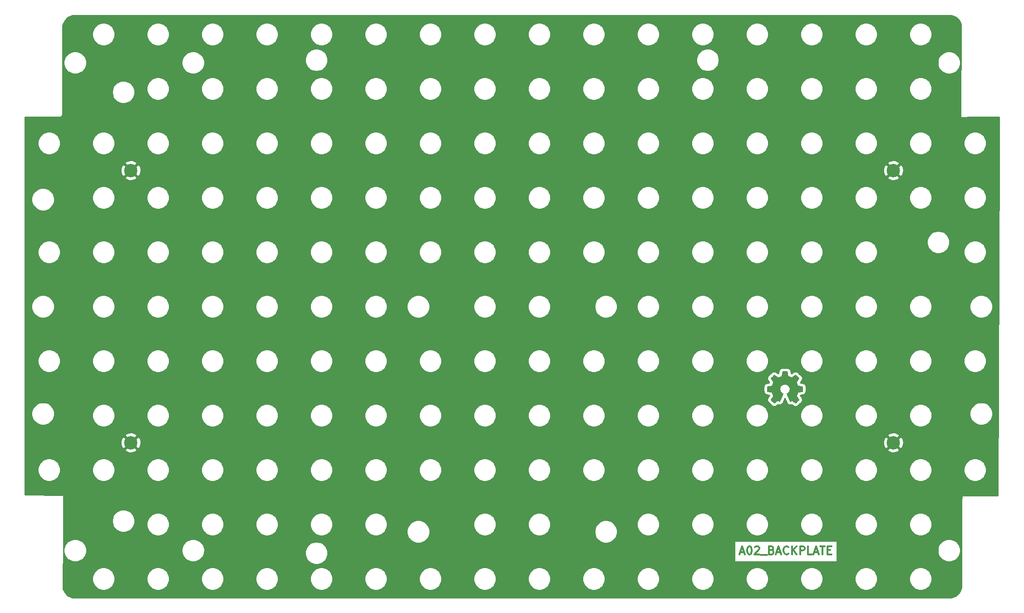
<source format=gbr>
G04 #@! TF.GenerationSoftware,KiCad,Pcbnew,5.1.5-52549c5~86~ubuntu18.04.1*
G04 #@! TF.CreationDate,2020-08-27T00:23:14-05:00*
G04 #@! TF.ProjectId,A02,4130322e-6b69-4636-9164-5f7063625858,rev?*
G04 #@! TF.SameCoordinates,Original*
G04 #@! TF.FileFunction,Copper,L1,Top*
G04 #@! TF.FilePolarity,Positive*
%FSLAX46Y46*%
G04 Gerber Fmt 4.6, Leading zero omitted, Abs format (unit mm)*
G04 Created by KiCad (PCBNEW 5.1.5-52549c5~86~ubuntu18.04.1) date 2020-08-27 00:23:14*
%MOMM*%
%LPD*%
G04 APERTURE LIST*
%ADD10C,0.300000*%
%ADD11C,0.010000*%
%ADD12C,2.499360*%
%ADD13C,0.254000*%
G04 APERTURE END LIST*
D10*
X152739200Y-120417400D02*
X153453485Y-120417400D01*
X152596342Y-120845971D02*
X153096342Y-119345971D01*
X153596342Y-120845971D01*
X154382057Y-119345971D02*
X154524914Y-119345971D01*
X154667771Y-119417400D01*
X154739200Y-119488828D01*
X154810628Y-119631685D01*
X154882057Y-119917400D01*
X154882057Y-120274542D01*
X154810628Y-120560257D01*
X154739200Y-120703114D01*
X154667771Y-120774542D01*
X154524914Y-120845971D01*
X154382057Y-120845971D01*
X154239200Y-120774542D01*
X154167771Y-120703114D01*
X154096342Y-120560257D01*
X154024914Y-120274542D01*
X154024914Y-119917400D01*
X154096342Y-119631685D01*
X154167771Y-119488828D01*
X154239200Y-119417400D01*
X154382057Y-119345971D01*
X155453485Y-119488828D02*
X155524914Y-119417400D01*
X155667771Y-119345971D01*
X156024914Y-119345971D01*
X156167771Y-119417400D01*
X156239200Y-119488828D01*
X156310628Y-119631685D01*
X156310628Y-119774542D01*
X156239200Y-119988828D01*
X155382057Y-120845971D01*
X156310628Y-120845971D01*
X156596342Y-120988828D02*
X157739200Y-120988828D01*
X158596342Y-120060257D02*
X158810628Y-120131685D01*
X158882057Y-120203114D01*
X158953485Y-120345971D01*
X158953485Y-120560257D01*
X158882057Y-120703114D01*
X158810628Y-120774542D01*
X158667771Y-120845971D01*
X158096342Y-120845971D01*
X158096342Y-119345971D01*
X158596342Y-119345971D01*
X158739200Y-119417400D01*
X158810628Y-119488828D01*
X158882057Y-119631685D01*
X158882057Y-119774542D01*
X158810628Y-119917400D01*
X158739200Y-119988828D01*
X158596342Y-120060257D01*
X158096342Y-120060257D01*
X159524914Y-120417400D02*
X160239200Y-120417400D01*
X159382057Y-120845971D02*
X159882057Y-119345971D01*
X160382057Y-120845971D01*
X161739200Y-120703114D02*
X161667771Y-120774542D01*
X161453485Y-120845971D01*
X161310628Y-120845971D01*
X161096342Y-120774542D01*
X160953485Y-120631685D01*
X160882057Y-120488828D01*
X160810628Y-120203114D01*
X160810628Y-119988828D01*
X160882057Y-119703114D01*
X160953485Y-119560257D01*
X161096342Y-119417400D01*
X161310628Y-119345971D01*
X161453485Y-119345971D01*
X161667771Y-119417400D01*
X161739200Y-119488828D01*
X162382057Y-120845971D02*
X162382057Y-119345971D01*
X163239200Y-120845971D02*
X162596342Y-119988828D01*
X163239200Y-119345971D02*
X162382057Y-120203114D01*
X163882057Y-120845971D02*
X163882057Y-119345971D01*
X164453485Y-119345971D01*
X164596342Y-119417400D01*
X164667771Y-119488828D01*
X164739200Y-119631685D01*
X164739200Y-119845971D01*
X164667771Y-119988828D01*
X164596342Y-120060257D01*
X164453485Y-120131685D01*
X163882057Y-120131685D01*
X166096342Y-120845971D02*
X165382057Y-120845971D01*
X165382057Y-119345971D01*
X166524914Y-120417400D02*
X167239200Y-120417400D01*
X166382057Y-120845971D02*
X166882057Y-119345971D01*
X167382057Y-120845971D01*
X167667771Y-119345971D02*
X168524914Y-119345971D01*
X168096342Y-120845971D02*
X168096342Y-119345971D01*
X169024914Y-120060257D02*
X169524914Y-120060257D01*
X169739200Y-120845971D02*
X169024914Y-120845971D01*
X169024914Y-119345971D01*
X169739200Y-119345971D01*
D11*
G36*
X161591814Y-87156331D02*
G01*
X161675635Y-87600955D01*
X161984920Y-87728453D01*
X162294206Y-87855951D01*
X162665246Y-87603646D01*
X162769157Y-87533396D01*
X162863087Y-87470672D01*
X162942652Y-87418338D01*
X163003470Y-87379257D01*
X163041157Y-87356293D01*
X163051421Y-87351342D01*
X163069910Y-87364076D01*
X163109420Y-87399282D01*
X163165522Y-87452462D01*
X163233787Y-87519118D01*
X163309786Y-87594754D01*
X163389092Y-87674872D01*
X163467275Y-87754974D01*
X163539907Y-87830564D01*
X163602559Y-87897145D01*
X163650803Y-87950218D01*
X163680210Y-87985287D01*
X163687241Y-87997023D01*
X163677123Y-88018660D01*
X163648759Y-88066062D01*
X163605129Y-88134593D01*
X163549218Y-88219615D01*
X163484006Y-88316493D01*
X163446219Y-88371750D01*
X163377343Y-88472648D01*
X163316140Y-88563699D01*
X163265578Y-88640370D01*
X163228628Y-88698128D01*
X163208258Y-88732443D01*
X163205197Y-88739654D01*
X163212136Y-88760148D01*
X163231051Y-88807913D01*
X163259087Y-88876232D01*
X163293391Y-88958389D01*
X163331109Y-89047670D01*
X163369387Y-89137358D01*
X163405370Y-89220738D01*
X163436206Y-89291094D01*
X163459039Y-89341710D01*
X163471017Y-89365871D01*
X163471724Y-89366822D01*
X163490531Y-89371436D01*
X163540618Y-89381728D01*
X163616793Y-89396687D01*
X163713865Y-89415301D01*
X163826643Y-89436559D01*
X163892442Y-89448818D01*
X164012950Y-89471762D01*
X164121797Y-89493595D01*
X164213476Y-89513122D01*
X164282481Y-89529148D01*
X164323304Y-89540479D01*
X164331511Y-89544074D01*
X164339548Y-89568406D01*
X164346033Y-89623359D01*
X164350970Y-89702508D01*
X164354364Y-89799426D01*
X164356218Y-89907687D01*
X164356538Y-90020865D01*
X164355327Y-90132535D01*
X164352590Y-90236268D01*
X164348331Y-90325641D01*
X164342555Y-90394226D01*
X164335267Y-90435597D01*
X164330895Y-90444210D01*
X164304764Y-90454533D01*
X164249393Y-90469292D01*
X164172107Y-90486752D01*
X164080230Y-90505180D01*
X164048158Y-90511141D01*
X163893524Y-90539466D01*
X163771375Y-90562276D01*
X163677673Y-90580480D01*
X163608384Y-90594983D01*
X163559471Y-90606692D01*
X163526897Y-90616515D01*
X163506628Y-90625356D01*
X163494626Y-90634124D01*
X163492947Y-90635857D01*
X163476184Y-90663771D01*
X163450614Y-90718095D01*
X163418788Y-90792177D01*
X163383260Y-90879365D01*
X163346583Y-90973008D01*
X163311311Y-91066452D01*
X163279996Y-91153047D01*
X163255193Y-91226140D01*
X163239454Y-91279078D01*
X163235332Y-91305211D01*
X163235676Y-91306126D01*
X163249641Y-91327486D01*
X163281322Y-91374484D01*
X163327391Y-91442227D01*
X163384518Y-91525823D01*
X163449373Y-91620382D01*
X163467843Y-91647254D01*
X163533699Y-91744675D01*
X163591650Y-91833563D01*
X163638538Y-91908812D01*
X163671207Y-91965320D01*
X163686500Y-91997981D01*
X163687241Y-92001993D01*
X163674392Y-92023084D01*
X163638888Y-92064864D01*
X163585293Y-92122845D01*
X163518171Y-92192535D01*
X163442087Y-92269445D01*
X163361604Y-92349083D01*
X163281287Y-92426961D01*
X163205699Y-92498586D01*
X163139405Y-92559470D01*
X163086969Y-92605121D01*
X163052955Y-92631050D01*
X163043545Y-92635283D01*
X163021643Y-92625312D01*
X162976800Y-92598420D01*
X162916321Y-92559136D01*
X162869789Y-92527517D01*
X162785475Y-92469498D01*
X162685626Y-92401184D01*
X162585473Y-92332979D01*
X162531627Y-92296475D01*
X162349371Y-92173200D01*
X162196381Y-92255920D01*
X162126682Y-92292159D01*
X162067414Y-92320326D01*
X162027311Y-92336391D01*
X162017103Y-92338626D01*
X162004829Y-92322122D01*
X161980613Y-92275482D01*
X161946263Y-92203009D01*
X161903588Y-92109006D01*
X161854394Y-91997774D01*
X161800490Y-91873615D01*
X161743684Y-91740832D01*
X161685782Y-91603727D01*
X161628593Y-91466602D01*
X161573924Y-91333758D01*
X161523584Y-91209498D01*
X161479380Y-91098125D01*
X161443119Y-91003939D01*
X161416609Y-90931244D01*
X161401658Y-90884341D01*
X161399254Y-90868233D01*
X161418311Y-90847686D01*
X161460036Y-90814333D01*
X161515706Y-90775102D01*
X161520378Y-90771999D01*
X161664264Y-90656823D01*
X161780283Y-90522453D01*
X161867430Y-90373184D01*
X161924699Y-90213313D01*
X161951086Y-90047137D01*
X161945585Y-89878952D01*
X161907190Y-89713055D01*
X161834895Y-89553742D01*
X161813626Y-89518887D01*
X161702996Y-89378137D01*
X161572302Y-89265114D01*
X161426064Y-89180403D01*
X161268808Y-89124594D01*
X161105057Y-89098274D01*
X160939333Y-89102030D01*
X160776162Y-89136450D01*
X160620065Y-89202123D01*
X160475567Y-89299635D01*
X160430869Y-89339213D01*
X160317112Y-89463103D01*
X160234218Y-89593524D01*
X160177356Y-89739715D01*
X160145687Y-89884488D01*
X160137869Y-90047260D01*
X160163938Y-90210840D01*
X160221245Y-90369698D01*
X160307144Y-90518306D01*
X160418986Y-90651135D01*
X160554123Y-90762656D01*
X160571883Y-90774411D01*
X160628150Y-90812908D01*
X160670923Y-90846263D01*
X160691372Y-90867560D01*
X160691669Y-90868233D01*
X160687279Y-90891271D01*
X160669876Y-90943557D01*
X160641268Y-91020790D01*
X160603265Y-91118668D01*
X160557674Y-91232891D01*
X160506303Y-91359158D01*
X160450962Y-91493167D01*
X160393458Y-91630618D01*
X160335601Y-91767208D01*
X160279198Y-91898637D01*
X160226058Y-92020605D01*
X160177990Y-92128809D01*
X160136801Y-92218949D01*
X160104301Y-92286723D01*
X160082297Y-92327830D01*
X160073436Y-92338626D01*
X160046360Y-92330219D01*
X159995697Y-92307672D01*
X159930183Y-92275013D01*
X159894159Y-92255920D01*
X159741168Y-92173200D01*
X159558912Y-92296475D01*
X159465875Y-92359628D01*
X159364015Y-92429127D01*
X159268562Y-92494565D01*
X159220750Y-92527517D01*
X159153505Y-92572673D01*
X159096564Y-92608457D01*
X159057354Y-92630338D01*
X159044619Y-92634963D01*
X159026083Y-92622485D01*
X158985059Y-92587652D01*
X158925525Y-92534078D01*
X158851458Y-92465383D01*
X158766835Y-92385181D01*
X158713315Y-92333686D01*
X158619681Y-92241686D01*
X158538759Y-92159399D01*
X158473823Y-92090345D01*
X158428142Y-92038044D01*
X158404989Y-92006016D01*
X158402768Y-91999516D01*
X158413076Y-91974794D01*
X158441561Y-91924805D01*
X158485063Y-91854612D01*
X158540423Y-91769275D01*
X158604480Y-91673856D01*
X158622697Y-91647254D01*
X158689073Y-91550567D01*
X158748622Y-91463517D01*
X158798016Y-91390995D01*
X158833925Y-91337893D01*
X158853019Y-91309103D01*
X158854864Y-91306126D01*
X158852105Y-91283182D01*
X158837462Y-91232736D01*
X158813487Y-91161441D01*
X158782734Y-91075947D01*
X158747756Y-90982907D01*
X158711107Y-90888974D01*
X158675339Y-90800799D01*
X158643006Y-90725034D01*
X158616662Y-90668331D01*
X158598858Y-90637343D01*
X158597593Y-90635857D01*
X158586706Y-90627001D01*
X158568318Y-90618243D01*
X158538394Y-90608677D01*
X158492897Y-90597396D01*
X158427791Y-90583493D01*
X158339039Y-90566063D01*
X158222607Y-90544198D01*
X158074458Y-90516991D01*
X158042382Y-90511141D01*
X157947314Y-90492774D01*
X157864435Y-90474805D01*
X157801070Y-90458969D01*
X157764542Y-90447000D01*
X157759644Y-90444210D01*
X157751573Y-90419472D01*
X157745013Y-90364190D01*
X157739967Y-90284789D01*
X157736441Y-90187696D01*
X157734439Y-90079338D01*
X157733964Y-89966140D01*
X157735023Y-89854528D01*
X157737618Y-89750929D01*
X157741754Y-89661768D01*
X157747437Y-89593472D01*
X157754669Y-89552466D01*
X157759029Y-89544074D01*
X157783302Y-89535608D01*
X157838574Y-89521835D01*
X157919338Y-89503950D01*
X158020088Y-89483148D01*
X158135317Y-89460623D01*
X158198098Y-89448818D01*
X158317213Y-89426551D01*
X158423435Y-89406379D01*
X158511573Y-89389315D01*
X158576434Y-89376369D01*
X158612826Y-89368555D01*
X158618816Y-89366822D01*
X158628939Y-89347290D01*
X158650338Y-89300243D01*
X158680161Y-89232403D01*
X158715555Y-89150491D01*
X158753668Y-89061228D01*
X158791647Y-88971335D01*
X158826640Y-88887535D01*
X158855794Y-88816547D01*
X158876257Y-88765094D01*
X158885177Y-88739897D01*
X158885343Y-88738796D01*
X158875231Y-88718919D01*
X158846883Y-88673177D01*
X158803277Y-88606117D01*
X158747394Y-88522284D01*
X158682213Y-88426226D01*
X158644321Y-88371050D01*
X158575275Y-88269881D01*
X158513950Y-88178030D01*
X158463337Y-88100144D01*
X158426429Y-88040869D01*
X158406218Y-88004851D01*
X158403299Y-87996777D01*
X158415847Y-87977984D01*
X158450537Y-87937857D01*
X158502937Y-87880893D01*
X158568616Y-87811585D01*
X158643144Y-87734431D01*
X158722087Y-87653925D01*
X158801017Y-87574563D01*
X158875500Y-87500840D01*
X158941106Y-87437252D01*
X158993404Y-87388294D01*
X159027961Y-87358461D01*
X159039522Y-87351342D01*
X159058346Y-87361353D01*
X159103369Y-87389478D01*
X159170213Y-87432854D01*
X159254501Y-87488618D01*
X159351856Y-87553906D01*
X159425293Y-87603646D01*
X159796333Y-87855951D01*
X160414905Y-87600955D01*
X160498725Y-87156331D01*
X160582546Y-86711707D01*
X161507994Y-86711707D01*
X161591814Y-87156331D01*
G37*
X161591814Y-87156331D02*
X161675635Y-87600955D01*
X161984920Y-87728453D01*
X162294206Y-87855951D01*
X162665246Y-87603646D01*
X162769157Y-87533396D01*
X162863087Y-87470672D01*
X162942652Y-87418338D01*
X163003470Y-87379257D01*
X163041157Y-87356293D01*
X163051421Y-87351342D01*
X163069910Y-87364076D01*
X163109420Y-87399282D01*
X163165522Y-87452462D01*
X163233787Y-87519118D01*
X163309786Y-87594754D01*
X163389092Y-87674872D01*
X163467275Y-87754974D01*
X163539907Y-87830564D01*
X163602559Y-87897145D01*
X163650803Y-87950218D01*
X163680210Y-87985287D01*
X163687241Y-87997023D01*
X163677123Y-88018660D01*
X163648759Y-88066062D01*
X163605129Y-88134593D01*
X163549218Y-88219615D01*
X163484006Y-88316493D01*
X163446219Y-88371750D01*
X163377343Y-88472648D01*
X163316140Y-88563699D01*
X163265578Y-88640370D01*
X163228628Y-88698128D01*
X163208258Y-88732443D01*
X163205197Y-88739654D01*
X163212136Y-88760148D01*
X163231051Y-88807913D01*
X163259087Y-88876232D01*
X163293391Y-88958389D01*
X163331109Y-89047670D01*
X163369387Y-89137358D01*
X163405370Y-89220738D01*
X163436206Y-89291094D01*
X163459039Y-89341710D01*
X163471017Y-89365871D01*
X163471724Y-89366822D01*
X163490531Y-89371436D01*
X163540618Y-89381728D01*
X163616793Y-89396687D01*
X163713865Y-89415301D01*
X163826643Y-89436559D01*
X163892442Y-89448818D01*
X164012950Y-89471762D01*
X164121797Y-89493595D01*
X164213476Y-89513122D01*
X164282481Y-89529148D01*
X164323304Y-89540479D01*
X164331511Y-89544074D01*
X164339548Y-89568406D01*
X164346033Y-89623359D01*
X164350970Y-89702508D01*
X164354364Y-89799426D01*
X164356218Y-89907687D01*
X164356538Y-90020865D01*
X164355327Y-90132535D01*
X164352590Y-90236268D01*
X164348331Y-90325641D01*
X164342555Y-90394226D01*
X164335267Y-90435597D01*
X164330895Y-90444210D01*
X164304764Y-90454533D01*
X164249393Y-90469292D01*
X164172107Y-90486752D01*
X164080230Y-90505180D01*
X164048158Y-90511141D01*
X163893524Y-90539466D01*
X163771375Y-90562276D01*
X163677673Y-90580480D01*
X163608384Y-90594983D01*
X163559471Y-90606692D01*
X163526897Y-90616515D01*
X163506628Y-90625356D01*
X163494626Y-90634124D01*
X163492947Y-90635857D01*
X163476184Y-90663771D01*
X163450614Y-90718095D01*
X163418788Y-90792177D01*
X163383260Y-90879365D01*
X163346583Y-90973008D01*
X163311311Y-91066452D01*
X163279996Y-91153047D01*
X163255193Y-91226140D01*
X163239454Y-91279078D01*
X163235332Y-91305211D01*
X163235676Y-91306126D01*
X163249641Y-91327486D01*
X163281322Y-91374484D01*
X163327391Y-91442227D01*
X163384518Y-91525823D01*
X163449373Y-91620382D01*
X163467843Y-91647254D01*
X163533699Y-91744675D01*
X163591650Y-91833563D01*
X163638538Y-91908812D01*
X163671207Y-91965320D01*
X163686500Y-91997981D01*
X163687241Y-92001993D01*
X163674392Y-92023084D01*
X163638888Y-92064864D01*
X163585293Y-92122845D01*
X163518171Y-92192535D01*
X163442087Y-92269445D01*
X163361604Y-92349083D01*
X163281287Y-92426961D01*
X163205699Y-92498586D01*
X163139405Y-92559470D01*
X163086969Y-92605121D01*
X163052955Y-92631050D01*
X163043545Y-92635283D01*
X163021643Y-92625312D01*
X162976800Y-92598420D01*
X162916321Y-92559136D01*
X162869789Y-92527517D01*
X162785475Y-92469498D01*
X162685626Y-92401184D01*
X162585473Y-92332979D01*
X162531627Y-92296475D01*
X162349371Y-92173200D01*
X162196381Y-92255920D01*
X162126682Y-92292159D01*
X162067414Y-92320326D01*
X162027311Y-92336391D01*
X162017103Y-92338626D01*
X162004829Y-92322122D01*
X161980613Y-92275482D01*
X161946263Y-92203009D01*
X161903588Y-92109006D01*
X161854394Y-91997774D01*
X161800490Y-91873615D01*
X161743684Y-91740832D01*
X161685782Y-91603727D01*
X161628593Y-91466602D01*
X161573924Y-91333758D01*
X161523584Y-91209498D01*
X161479380Y-91098125D01*
X161443119Y-91003939D01*
X161416609Y-90931244D01*
X161401658Y-90884341D01*
X161399254Y-90868233D01*
X161418311Y-90847686D01*
X161460036Y-90814333D01*
X161515706Y-90775102D01*
X161520378Y-90771999D01*
X161664264Y-90656823D01*
X161780283Y-90522453D01*
X161867430Y-90373184D01*
X161924699Y-90213313D01*
X161951086Y-90047137D01*
X161945585Y-89878952D01*
X161907190Y-89713055D01*
X161834895Y-89553742D01*
X161813626Y-89518887D01*
X161702996Y-89378137D01*
X161572302Y-89265114D01*
X161426064Y-89180403D01*
X161268808Y-89124594D01*
X161105057Y-89098274D01*
X160939333Y-89102030D01*
X160776162Y-89136450D01*
X160620065Y-89202123D01*
X160475567Y-89299635D01*
X160430869Y-89339213D01*
X160317112Y-89463103D01*
X160234218Y-89593524D01*
X160177356Y-89739715D01*
X160145687Y-89884488D01*
X160137869Y-90047260D01*
X160163938Y-90210840D01*
X160221245Y-90369698D01*
X160307144Y-90518306D01*
X160418986Y-90651135D01*
X160554123Y-90762656D01*
X160571883Y-90774411D01*
X160628150Y-90812908D01*
X160670923Y-90846263D01*
X160691372Y-90867560D01*
X160691669Y-90868233D01*
X160687279Y-90891271D01*
X160669876Y-90943557D01*
X160641268Y-91020790D01*
X160603265Y-91118668D01*
X160557674Y-91232891D01*
X160506303Y-91359158D01*
X160450962Y-91493167D01*
X160393458Y-91630618D01*
X160335601Y-91767208D01*
X160279198Y-91898637D01*
X160226058Y-92020605D01*
X160177990Y-92128809D01*
X160136801Y-92218949D01*
X160104301Y-92286723D01*
X160082297Y-92327830D01*
X160073436Y-92338626D01*
X160046360Y-92330219D01*
X159995697Y-92307672D01*
X159930183Y-92275013D01*
X159894159Y-92255920D01*
X159741168Y-92173200D01*
X159558912Y-92296475D01*
X159465875Y-92359628D01*
X159364015Y-92429127D01*
X159268562Y-92494565D01*
X159220750Y-92527517D01*
X159153505Y-92572673D01*
X159096564Y-92608457D01*
X159057354Y-92630338D01*
X159044619Y-92634963D01*
X159026083Y-92622485D01*
X158985059Y-92587652D01*
X158925525Y-92534078D01*
X158851458Y-92465383D01*
X158766835Y-92385181D01*
X158713315Y-92333686D01*
X158619681Y-92241686D01*
X158538759Y-92159399D01*
X158473823Y-92090345D01*
X158428142Y-92038044D01*
X158404989Y-92006016D01*
X158402768Y-91999516D01*
X158413076Y-91974794D01*
X158441561Y-91924805D01*
X158485063Y-91854612D01*
X158540423Y-91769275D01*
X158604480Y-91673856D01*
X158622697Y-91647254D01*
X158689073Y-91550567D01*
X158748622Y-91463517D01*
X158798016Y-91390995D01*
X158833925Y-91337893D01*
X158853019Y-91309103D01*
X158854864Y-91306126D01*
X158852105Y-91283182D01*
X158837462Y-91232736D01*
X158813487Y-91161441D01*
X158782734Y-91075947D01*
X158747756Y-90982907D01*
X158711107Y-90888974D01*
X158675339Y-90800799D01*
X158643006Y-90725034D01*
X158616662Y-90668331D01*
X158598858Y-90637343D01*
X158597593Y-90635857D01*
X158586706Y-90627001D01*
X158568318Y-90618243D01*
X158538394Y-90608677D01*
X158492897Y-90597396D01*
X158427791Y-90583493D01*
X158339039Y-90566063D01*
X158222607Y-90544198D01*
X158074458Y-90516991D01*
X158042382Y-90511141D01*
X157947314Y-90492774D01*
X157864435Y-90474805D01*
X157801070Y-90458969D01*
X157764542Y-90447000D01*
X157759644Y-90444210D01*
X157751573Y-90419472D01*
X157745013Y-90364190D01*
X157739967Y-90284789D01*
X157736441Y-90187696D01*
X157734439Y-90079338D01*
X157733964Y-89966140D01*
X157735023Y-89854528D01*
X157737618Y-89750929D01*
X157741754Y-89661768D01*
X157747437Y-89593472D01*
X157754669Y-89552466D01*
X157759029Y-89544074D01*
X157783302Y-89535608D01*
X157838574Y-89521835D01*
X157919338Y-89503950D01*
X158020088Y-89483148D01*
X158135317Y-89460623D01*
X158198098Y-89448818D01*
X158317213Y-89426551D01*
X158423435Y-89406379D01*
X158511573Y-89389315D01*
X158576434Y-89376369D01*
X158612826Y-89368555D01*
X158618816Y-89366822D01*
X158628939Y-89347290D01*
X158650338Y-89300243D01*
X158680161Y-89232403D01*
X158715555Y-89150491D01*
X158753668Y-89061228D01*
X158791647Y-88971335D01*
X158826640Y-88887535D01*
X158855794Y-88816547D01*
X158876257Y-88765094D01*
X158885177Y-88739897D01*
X158885343Y-88738796D01*
X158875231Y-88718919D01*
X158846883Y-88673177D01*
X158803277Y-88606117D01*
X158747394Y-88522284D01*
X158682213Y-88426226D01*
X158644321Y-88371050D01*
X158575275Y-88269881D01*
X158513950Y-88178030D01*
X158463337Y-88100144D01*
X158426429Y-88040869D01*
X158406218Y-88004851D01*
X158403299Y-87996777D01*
X158415847Y-87977984D01*
X158450537Y-87937857D01*
X158502937Y-87880893D01*
X158568616Y-87811585D01*
X158643144Y-87734431D01*
X158722087Y-87653925D01*
X158801017Y-87574563D01*
X158875500Y-87500840D01*
X158941106Y-87437252D01*
X158993404Y-87388294D01*
X159027961Y-87358461D01*
X159039522Y-87351342D01*
X159058346Y-87361353D01*
X159103369Y-87389478D01*
X159170213Y-87432854D01*
X159254501Y-87488618D01*
X159351856Y-87553906D01*
X159425293Y-87603646D01*
X159796333Y-87855951D01*
X160414905Y-87600955D01*
X160498725Y-87156331D01*
X160582546Y-86711707D01*
X161507994Y-86711707D01*
X161591814Y-87156331D01*
D12*
X181290000Y-100010000D03*
X181290000Y-49210000D03*
X39050000Y-100010000D03*
X39050000Y-49210000D03*
D13*
G36*
X192123893Y-20317670D02*
G01*
X192560498Y-20449489D01*
X192963185Y-20663600D01*
X193316612Y-20951848D01*
X193607327Y-21303261D01*
X193824242Y-21704439D01*
X193895797Y-21935595D01*
X193827401Y-39217097D01*
X193829743Y-39241883D01*
X193836876Y-39265736D01*
X193848525Y-39287739D01*
X193864243Y-39307046D01*
X193883425Y-39322917D01*
X193905335Y-39334739D01*
X193929131Y-39342061D01*
X193958869Y-39344521D01*
X196075264Y-39270000D01*
X201010000Y-39270000D01*
X201010000Y-46186275D01*
X200736744Y-109855000D01*
X194208400Y-109855000D01*
X194183624Y-109857440D01*
X194159799Y-109864667D01*
X194137843Y-109876403D01*
X194118597Y-109892197D01*
X194102803Y-109911443D01*
X194091067Y-109933399D01*
X194083840Y-109957224D01*
X194081402Y-109981324D01*
X194079630Y-110314411D01*
X194057290Y-110356207D01*
X194019550Y-110480617D01*
X194006807Y-110610000D01*
X194010000Y-110642419D01*
X194010001Y-123404718D01*
X193992155Y-126759717D01*
X193962330Y-127063894D01*
X193830512Y-127500497D01*
X193616399Y-127903186D01*
X193328150Y-128256613D01*
X192976739Y-128547327D01*
X192575564Y-128764240D01*
X192139886Y-128899106D01*
X191655664Y-128950000D01*
X181334434Y-128950000D01*
X28143572Y-128880431D01*
X27779503Y-128770512D01*
X27376814Y-128556399D01*
X27023387Y-128268150D01*
X26732673Y-127916739D01*
X26515760Y-127515564D01*
X26448229Y-127297407D01*
X26456608Y-125199721D01*
X31835000Y-125199721D01*
X31835000Y-125620279D01*
X31917047Y-126032756D01*
X32077988Y-126421302D01*
X32311637Y-126770983D01*
X32609017Y-127068363D01*
X32958698Y-127302012D01*
X33347244Y-127462953D01*
X33759721Y-127545000D01*
X34180279Y-127545000D01*
X34592756Y-127462953D01*
X34981302Y-127302012D01*
X35330983Y-127068363D01*
X35628363Y-126770983D01*
X35862012Y-126421302D01*
X36022953Y-126032756D01*
X36105000Y-125620279D01*
X36105000Y-125199721D01*
X41995000Y-125199721D01*
X41995000Y-125620279D01*
X42077047Y-126032756D01*
X42237988Y-126421302D01*
X42471637Y-126770983D01*
X42769017Y-127068363D01*
X43118698Y-127302012D01*
X43507244Y-127462953D01*
X43919721Y-127545000D01*
X44340279Y-127545000D01*
X44752756Y-127462953D01*
X45141302Y-127302012D01*
X45490983Y-127068363D01*
X45788363Y-126770983D01*
X46022012Y-126421302D01*
X46182953Y-126032756D01*
X46265000Y-125620279D01*
X46265000Y-125199721D01*
X52155000Y-125199721D01*
X52155000Y-125620279D01*
X52237047Y-126032756D01*
X52397988Y-126421302D01*
X52631637Y-126770983D01*
X52929017Y-127068363D01*
X53278698Y-127302012D01*
X53667244Y-127462953D01*
X54079721Y-127545000D01*
X54500279Y-127545000D01*
X54912756Y-127462953D01*
X55301302Y-127302012D01*
X55650983Y-127068363D01*
X55948363Y-126770983D01*
X56182012Y-126421302D01*
X56342953Y-126032756D01*
X56425000Y-125620279D01*
X56425000Y-125199721D01*
X62315000Y-125199721D01*
X62315000Y-125620279D01*
X62397047Y-126032756D01*
X62557988Y-126421302D01*
X62791637Y-126770983D01*
X63089017Y-127068363D01*
X63438698Y-127302012D01*
X63827244Y-127462953D01*
X64239721Y-127545000D01*
X64660279Y-127545000D01*
X65072756Y-127462953D01*
X65461302Y-127302012D01*
X65810983Y-127068363D01*
X66108363Y-126770983D01*
X66342012Y-126421302D01*
X66502953Y-126032756D01*
X66585000Y-125620279D01*
X66585000Y-125199721D01*
X72475000Y-125199721D01*
X72475000Y-125620279D01*
X72557047Y-126032756D01*
X72717988Y-126421302D01*
X72951637Y-126770983D01*
X73249017Y-127068363D01*
X73598698Y-127302012D01*
X73987244Y-127462953D01*
X74399721Y-127545000D01*
X74820279Y-127545000D01*
X75232756Y-127462953D01*
X75621302Y-127302012D01*
X75970983Y-127068363D01*
X76268363Y-126770983D01*
X76502012Y-126421302D01*
X76662953Y-126032756D01*
X76745000Y-125620279D01*
X76745000Y-125199721D01*
X82635000Y-125199721D01*
X82635000Y-125620279D01*
X82717047Y-126032756D01*
X82877988Y-126421302D01*
X83111637Y-126770983D01*
X83409017Y-127068363D01*
X83758698Y-127302012D01*
X84147244Y-127462953D01*
X84559721Y-127545000D01*
X84980279Y-127545000D01*
X85392756Y-127462953D01*
X85781302Y-127302012D01*
X86130983Y-127068363D01*
X86428363Y-126770983D01*
X86662012Y-126421302D01*
X86822953Y-126032756D01*
X86905000Y-125620279D01*
X86905000Y-125199721D01*
X92795000Y-125199721D01*
X92795000Y-125620279D01*
X92877047Y-126032756D01*
X93037988Y-126421302D01*
X93271637Y-126770983D01*
X93569017Y-127068363D01*
X93918698Y-127302012D01*
X94307244Y-127462953D01*
X94719721Y-127545000D01*
X95140279Y-127545000D01*
X95552756Y-127462953D01*
X95941302Y-127302012D01*
X96290983Y-127068363D01*
X96588363Y-126770983D01*
X96822012Y-126421302D01*
X96982953Y-126032756D01*
X97065000Y-125620279D01*
X97065000Y-125199721D01*
X102955000Y-125199721D01*
X102955000Y-125620279D01*
X103037047Y-126032756D01*
X103197988Y-126421302D01*
X103431637Y-126770983D01*
X103729017Y-127068363D01*
X104078698Y-127302012D01*
X104467244Y-127462953D01*
X104879721Y-127545000D01*
X105300279Y-127545000D01*
X105712756Y-127462953D01*
X106101302Y-127302012D01*
X106450983Y-127068363D01*
X106748363Y-126770983D01*
X106982012Y-126421302D01*
X107142953Y-126032756D01*
X107225000Y-125620279D01*
X107225000Y-125199721D01*
X113115000Y-125199721D01*
X113115000Y-125620279D01*
X113197047Y-126032756D01*
X113357988Y-126421302D01*
X113591637Y-126770983D01*
X113889017Y-127068363D01*
X114238698Y-127302012D01*
X114627244Y-127462953D01*
X115039721Y-127545000D01*
X115460279Y-127545000D01*
X115872756Y-127462953D01*
X116261302Y-127302012D01*
X116610983Y-127068363D01*
X116908363Y-126770983D01*
X117142012Y-126421302D01*
X117302953Y-126032756D01*
X117385000Y-125620279D01*
X117385000Y-125199721D01*
X123275000Y-125199721D01*
X123275000Y-125620279D01*
X123357047Y-126032756D01*
X123517988Y-126421302D01*
X123751637Y-126770983D01*
X124049017Y-127068363D01*
X124398698Y-127302012D01*
X124787244Y-127462953D01*
X125199721Y-127545000D01*
X125620279Y-127545000D01*
X126032756Y-127462953D01*
X126421302Y-127302012D01*
X126770983Y-127068363D01*
X127068363Y-126770983D01*
X127302012Y-126421302D01*
X127462953Y-126032756D01*
X127545000Y-125620279D01*
X127545000Y-125199721D01*
X133435000Y-125199721D01*
X133435000Y-125620279D01*
X133517047Y-126032756D01*
X133677988Y-126421302D01*
X133911637Y-126770983D01*
X134209017Y-127068363D01*
X134558698Y-127302012D01*
X134947244Y-127462953D01*
X135359721Y-127545000D01*
X135780279Y-127545000D01*
X136192756Y-127462953D01*
X136581302Y-127302012D01*
X136930983Y-127068363D01*
X137228363Y-126770983D01*
X137462012Y-126421302D01*
X137622953Y-126032756D01*
X137705000Y-125620279D01*
X137705000Y-125199721D01*
X143595000Y-125199721D01*
X143595000Y-125620279D01*
X143677047Y-126032756D01*
X143837988Y-126421302D01*
X144071637Y-126770983D01*
X144369017Y-127068363D01*
X144718698Y-127302012D01*
X145107244Y-127462953D01*
X145519721Y-127545000D01*
X145940279Y-127545000D01*
X146352756Y-127462953D01*
X146741302Y-127302012D01*
X147090983Y-127068363D01*
X147388363Y-126770983D01*
X147622012Y-126421302D01*
X147782953Y-126032756D01*
X147865000Y-125620279D01*
X147865000Y-125199721D01*
X153755000Y-125199721D01*
X153755000Y-125620279D01*
X153837047Y-126032756D01*
X153997988Y-126421302D01*
X154231637Y-126770983D01*
X154529017Y-127068363D01*
X154878698Y-127302012D01*
X155267244Y-127462953D01*
X155679721Y-127545000D01*
X156100279Y-127545000D01*
X156512756Y-127462953D01*
X156901302Y-127302012D01*
X157250983Y-127068363D01*
X157548363Y-126770983D01*
X157782012Y-126421302D01*
X157942953Y-126032756D01*
X158025000Y-125620279D01*
X158025000Y-125199721D01*
X163915000Y-125199721D01*
X163915000Y-125620279D01*
X163997047Y-126032756D01*
X164157988Y-126421302D01*
X164391637Y-126770983D01*
X164689017Y-127068363D01*
X165038698Y-127302012D01*
X165427244Y-127462953D01*
X165839721Y-127545000D01*
X166260279Y-127545000D01*
X166672756Y-127462953D01*
X167061302Y-127302012D01*
X167410983Y-127068363D01*
X167708363Y-126770983D01*
X167942012Y-126421302D01*
X168102953Y-126032756D01*
X168185000Y-125620279D01*
X168185000Y-125199721D01*
X174075000Y-125199721D01*
X174075000Y-125620279D01*
X174157047Y-126032756D01*
X174317988Y-126421302D01*
X174551637Y-126770983D01*
X174849017Y-127068363D01*
X175198698Y-127302012D01*
X175587244Y-127462953D01*
X175999721Y-127545000D01*
X176420279Y-127545000D01*
X176832756Y-127462953D01*
X177221302Y-127302012D01*
X177570983Y-127068363D01*
X177868363Y-126770983D01*
X178102012Y-126421302D01*
X178262953Y-126032756D01*
X178345000Y-125620279D01*
X178345000Y-125199721D01*
X184235000Y-125199721D01*
X184235000Y-125620279D01*
X184317047Y-126032756D01*
X184477988Y-126421302D01*
X184711637Y-126770983D01*
X185009017Y-127068363D01*
X185358698Y-127302012D01*
X185747244Y-127462953D01*
X186159721Y-127545000D01*
X186580279Y-127545000D01*
X186992756Y-127462953D01*
X187381302Y-127302012D01*
X187730983Y-127068363D01*
X188028363Y-126770983D01*
X188262012Y-126421302D01*
X188422953Y-126032756D01*
X188505000Y-125620279D01*
X188505000Y-125199721D01*
X188422953Y-124787244D01*
X188262012Y-124398698D01*
X188028363Y-124049017D01*
X187730983Y-123751637D01*
X187381302Y-123517988D01*
X186992756Y-123357047D01*
X186580279Y-123275000D01*
X186159721Y-123275000D01*
X185747244Y-123357047D01*
X185358698Y-123517988D01*
X185009017Y-123751637D01*
X184711637Y-124049017D01*
X184477988Y-124398698D01*
X184317047Y-124787244D01*
X184235000Y-125199721D01*
X178345000Y-125199721D01*
X178262953Y-124787244D01*
X178102012Y-124398698D01*
X177868363Y-124049017D01*
X177570983Y-123751637D01*
X177221302Y-123517988D01*
X176832756Y-123357047D01*
X176420279Y-123275000D01*
X175999721Y-123275000D01*
X175587244Y-123357047D01*
X175198698Y-123517988D01*
X174849017Y-123751637D01*
X174551637Y-124049017D01*
X174317988Y-124398698D01*
X174157047Y-124787244D01*
X174075000Y-125199721D01*
X168185000Y-125199721D01*
X168102953Y-124787244D01*
X167942012Y-124398698D01*
X167708363Y-124049017D01*
X167410983Y-123751637D01*
X167061302Y-123517988D01*
X166672756Y-123357047D01*
X166260279Y-123275000D01*
X165839721Y-123275000D01*
X165427244Y-123357047D01*
X165038698Y-123517988D01*
X164689017Y-123751637D01*
X164391637Y-124049017D01*
X164157988Y-124398698D01*
X163997047Y-124787244D01*
X163915000Y-125199721D01*
X158025000Y-125199721D01*
X157942953Y-124787244D01*
X157782012Y-124398698D01*
X157548363Y-124049017D01*
X157250983Y-123751637D01*
X156901302Y-123517988D01*
X156512756Y-123357047D01*
X156100279Y-123275000D01*
X155679721Y-123275000D01*
X155267244Y-123357047D01*
X154878698Y-123517988D01*
X154529017Y-123751637D01*
X154231637Y-124049017D01*
X153997988Y-124398698D01*
X153837047Y-124787244D01*
X153755000Y-125199721D01*
X147865000Y-125199721D01*
X147782953Y-124787244D01*
X147622012Y-124398698D01*
X147388363Y-124049017D01*
X147090983Y-123751637D01*
X146741302Y-123517988D01*
X146352756Y-123357047D01*
X145940279Y-123275000D01*
X145519721Y-123275000D01*
X145107244Y-123357047D01*
X144718698Y-123517988D01*
X144369017Y-123751637D01*
X144071637Y-124049017D01*
X143837988Y-124398698D01*
X143677047Y-124787244D01*
X143595000Y-125199721D01*
X137705000Y-125199721D01*
X137622953Y-124787244D01*
X137462012Y-124398698D01*
X137228363Y-124049017D01*
X136930983Y-123751637D01*
X136581302Y-123517988D01*
X136192756Y-123357047D01*
X135780279Y-123275000D01*
X135359721Y-123275000D01*
X134947244Y-123357047D01*
X134558698Y-123517988D01*
X134209017Y-123751637D01*
X133911637Y-124049017D01*
X133677988Y-124398698D01*
X133517047Y-124787244D01*
X133435000Y-125199721D01*
X127545000Y-125199721D01*
X127462953Y-124787244D01*
X127302012Y-124398698D01*
X127068363Y-124049017D01*
X126770983Y-123751637D01*
X126421302Y-123517988D01*
X126032756Y-123357047D01*
X125620279Y-123275000D01*
X125199721Y-123275000D01*
X124787244Y-123357047D01*
X124398698Y-123517988D01*
X124049017Y-123751637D01*
X123751637Y-124049017D01*
X123517988Y-124398698D01*
X123357047Y-124787244D01*
X123275000Y-125199721D01*
X117385000Y-125199721D01*
X117302953Y-124787244D01*
X117142012Y-124398698D01*
X116908363Y-124049017D01*
X116610983Y-123751637D01*
X116261302Y-123517988D01*
X115872756Y-123357047D01*
X115460279Y-123275000D01*
X115039721Y-123275000D01*
X114627244Y-123357047D01*
X114238698Y-123517988D01*
X113889017Y-123751637D01*
X113591637Y-124049017D01*
X113357988Y-124398698D01*
X113197047Y-124787244D01*
X113115000Y-125199721D01*
X107225000Y-125199721D01*
X107142953Y-124787244D01*
X106982012Y-124398698D01*
X106748363Y-124049017D01*
X106450983Y-123751637D01*
X106101302Y-123517988D01*
X105712756Y-123357047D01*
X105300279Y-123275000D01*
X104879721Y-123275000D01*
X104467244Y-123357047D01*
X104078698Y-123517988D01*
X103729017Y-123751637D01*
X103431637Y-124049017D01*
X103197988Y-124398698D01*
X103037047Y-124787244D01*
X102955000Y-125199721D01*
X97065000Y-125199721D01*
X96982953Y-124787244D01*
X96822012Y-124398698D01*
X96588363Y-124049017D01*
X96290983Y-123751637D01*
X95941302Y-123517988D01*
X95552756Y-123357047D01*
X95140279Y-123275000D01*
X94719721Y-123275000D01*
X94307244Y-123357047D01*
X93918698Y-123517988D01*
X93569017Y-123751637D01*
X93271637Y-124049017D01*
X93037988Y-124398698D01*
X92877047Y-124787244D01*
X92795000Y-125199721D01*
X86905000Y-125199721D01*
X86822953Y-124787244D01*
X86662012Y-124398698D01*
X86428363Y-124049017D01*
X86130983Y-123751637D01*
X85781302Y-123517988D01*
X85392756Y-123357047D01*
X84980279Y-123275000D01*
X84559721Y-123275000D01*
X84147244Y-123357047D01*
X83758698Y-123517988D01*
X83409017Y-123751637D01*
X83111637Y-124049017D01*
X82877988Y-124398698D01*
X82717047Y-124787244D01*
X82635000Y-125199721D01*
X76745000Y-125199721D01*
X76662953Y-124787244D01*
X76502012Y-124398698D01*
X76268363Y-124049017D01*
X75970983Y-123751637D01*
X75621302Y-123517988D01*
X75232756Y-123357047D01*
X74820279Y-123275000D01*
X74399721Y-123275000D01*
X73987244Y-123357047D01*
X73598698Y-123517988D01*
X73249017Y-123751637D01*
X72951637Y-124049017D01*
X72717988Y-124398698D01*
X72557047Y-124787244D01*
X72475000Y-125199721D01*
X66585000Y-125199721D01*
X66502953Y-124787244D01*
X66342012Y-124398698D01*
X66108363Y-124049017D01*
X65810983Y-123751637D01*
X65461302Y-123517988D01*
X65072756Y-123357047D01*
X64660279Y-123275000D01*
X64239721Y-123275000D01*
X63827244Y-123357047D01*
X63438698Y-123517988D01*
X63089017Y-123751637D01*
X62791637Y-124049017D01*
X62557988Y-124398698D01*
X62397047Y-124787244D01*
X62315000Y-125199721D01*
X56425000Y-125199721D01*
X56342953Y-124787244D01*
X56182012Y-124398698D01*
X55948363Y-124049017D01*
X55650983Y-123751637D01*
X55301302Y-123517988D01*
X54912756Y-123357047D01*
X54500279Y-123275000D01*
X54079721Y-123275000D01*
X53667244Y-123357047D01*
X53278698Y-123517988D01*
X52929017Y-123751637D01*
X52631637Y-124049017D01*
X52397988Y-124398698D01*
X52237047Y-124787244D01*
X52155000Y-125199721D01*
X46265000Y-125199721D01*
X46182953Y-124787244D01*
X46022012Y-124398698D01*
X45788363Y-124049017D01*
X45490983Y-123751637D01*
X45141302Y-123517988D01*
X44752756Y-123357047D01*
X44340279Y-123275000D01*
X43919721Y-123275000D01*
X43507244Y-123357047D01*
X43118698Y-123517988D01*
X42769017Y-123751637D01*
X42471637Y-124049017D01*
X42237988Y-124398698D01*
X42077047Y-124787244D01*
X41995000Y-125199721D01*
X36105000Y-125199721D01*
X36022953Y-124787244D01*
X35862012Y-124398698D01*
X35628363Y-124049017D01*
X35330983Y-123751637D01*
X34981302Y-123517988D01*
X34592756Y-123357047D01*
X34180279Y-123275000D01*
X33759721Y-123275000D01*
X33347244Y-123357047D01*
X32958698Y-123517988D01*
X32609017Y-123751637D01*
X32311637Y-124049017D01*
X32077988Y-124398698D01*
X31917047Y-124787244D01*
X31835000Y-125199721D01*
X26456608Y-125199721D01*
X26477780Y-119899721D01*
X26535000Y-119899721D01*
X26535000Y-120320279D01*
X26617047Y-120732756D01*
X26777988Y-121121302D01*
X27011637Y-121470983D01*
X27309017Y-121768363D01*
X27658698Y-122002012D01*
X28047244Y-122162953D01*
X28459721Y-122245000D01*
X28880279Y-122245000D01*
X29292756Y-122162953D01*
X29681302Y-122002012D01*
X30030983Y-121768363D01*
X30328363Y-121470983D01*
X30562012Y-121121302D01*
X30722953Y-120732756D01*
X30805000Y-120320279D01*
X30805000Y-119899721D01*
X48535000Y-119899721D01*
X48535000Y-120320279D01*
X48617047Y-120732756D01*
X48777988Y-121121302D01*
X49011637Y-121470983D01*
X49309017Y-121768363D01*
X49658698Y-122002012D01*
X50047244Y-122162953D01*
X50459721Y-122245000D01*
X50880279Y-122245000D01*
X51292756Y-122162953D01*
X51681302Y-122002012D01*
X52030983Y-121768363D01*
X52328363Y-121470983D01*
X52562012Y-121121302D01*
X52722953Y-120732756D01*
X52789197Y-120399721D01*
X71535000Y-120399721D01*
X71535000Y-120820279D01*
X71617047Y-121232756D01*
X71777988Y-121621302D01*
X72011637Y-121970983D01*
X72309017Y-122268363D01*
X72658698Y-122502012D01*
X73047244Y-122662953D01*
X73459721Y-122745000D01*
X73880279Y-122745000D01*
X74292756Y-122662953D01*
X74681302Y-122502012D01*
X75030983Y-122268363D01*
X75328363Y-121970983D01*
X75562012Y-121621302D01*
X75722953Y-121232756D01*
X75805000Y-120820279D01*
X75805000Y-120399721D01*
X75722953Y-119987244D01*
X75562012Y-119598698D01*
X75328363Y-119249017D01*
X75030983Y-118951637D01*
X74681302Y-118717988D01*
X74292756Y-118557047D01*
X73880279Y-118475000D01*
X73459721Y-118475000D01*
X73047244Y-118557047D01*
X72658698Y-118717988D01*
X72309017Y-118951637D01*
X72011637Y-119249017D01*
X71777988Y-119598698D01*
X71617047Y-119987244D01*
X71535000Y-120399721D01*
X52789197Y-120399721D01*
X52805000Y-120320279D01*
X52805000Y-119899721D01*
X52722953Y-119487244D01*
X52562012Y-119098698D01*
X52328363Y-118749017D01*
X52030983Y-118451637D01*
X51681302Y-118217988D01*
X51292756Y-118057047D01*
X50880279Y-117975000D01*
X50459721Y-117975000D01*
X50047244Y-118057047D01*
X49658698Y-118217988D01*
X49309017Y-118451637D01*
X49011637Y-118749017D01*
X48777988Y-119098698D01*
X48617047Y-119487244D01*
X48535000Y-119899721D01*
X30805000Y-119899721D01*
X30722953Y-119487244D01*
X30562012Y-119098698D01*
X30328363Y-118749017D01*
X30030983Y-118451637D01*
X29681302Y-118217988D01*
X29292756Y-118057047D01*
X28880279Y-117975000D01*
X28459721Y-117975000D01*
X28047244Y-118057047D01*
X27658698Y-118217988D01*
X27309017Y-118451637D01*
X27011637Y-118749017D01*
X26777988Y-119098698D01*
X26617047Y-119487244D01*
X26535000Y-119899721D01*
X26477780Y-119899721D01*
X26499750Y-114399721D01*
X35535000Y-114399721D01*
X35535000Y-114820279D01*
X35617047Y-115232756D01*
X35777988Y-115621302D01*
X36011637Y-115970983D01*
X36309017Y-116268363D01*
X36658698Y-116502012D01*
X37047244Y-116662953D01*
X37459721Y-116745000D01*
X37880279Y-116745000D01*
X38292756Y-116662953D01*
X38681302Y-116502012D01*
X39030983Y-116268363D01*
X39328363Y-115970983D01*
X39562012Y-115621302D01*
X39722953Y-115232756D01*
X39761350Y-115039721D01*
X41995000Y-115039721D01*
X41995000Y-115460279D01*
X42077047Y-115872756D01*
X42237988Y-116261302D01*
X42471637Y-116610983D01*
X42769017Y-116908363D01*
X43118698Y-117142012D01*
X43507244Y-117302953D01*
X43919721Y-117385000D01*
X44340279Y-117385000D01*
X44752756Y-117302953D01*
X45141302Y-117142012D01*
X45490983Y-116908363D01*
X45788363Y-116610983D01*
X46022012Y-116261302D01*
X46182953Y-115872756D01*
X46265000Y-115460279D01*
X46265000Y-115039721D01*
X52155000Y-115039721D01*
X52155000Y-115460279D01*
X52237047Y-115872756D01*
X52397988Y-116261302D01*
X52631637Y-116610983D01*
X52929017Y-116908363D01*
X53278698Y-117142012D01*
X53667244Y-117302953D01*
X54079721Y-117385000D01*
X54500279Y-117385000D01*
X54912756Y-117302953D01*
X55301302Y-117142012D01*
X55650983Y-116908363D01*
X55948363Y-116610983D01*
X56182012Y-116261302D01*
X56342953Y-115872756D01*
X56425000Y-115460279D01*
X56425000Y-115039721D01*
X62315000Y-115039721D01*
X62315000Y-115460279D01*
X62397047Y-115872756D01*
X62557988Y-116261302D01*
X62791637Y-116610983D01*
X63089017Y-116908363D01*
X63438698Y-117142012D01*
X63827244Y-117302953D01*
X64239721Y-117385000D01*
X64660279Y-117385000D01*
X65072756Y-117302953D01*
X65461302Y-117142012D01*
X65810983Y-116908363D01*
X66108363Y-116610983D01*
X66342012Y-116261302D01*
X66502953Y-115872756D01*
X66585000Y-115460279D01*
X66585000Y-115039721D01*
X72475000Y-115039721D01*
X72475000Y-115460279D01*
X72557047Y-115872756D01*
X72717988Y-116261302D01*
X72951637Y-116610983D01*
X73249017Y-116908363D01*
X73598698Y-117142012D01*
X73987244Y-117302953D01*
X74399721Y-117385000D01*
X74820279Y-117385000D01*
X75232756Y-117302953D01*
X75621302Y-117142012D01*
X75970983Y-116908363D01*
X76268363Y-116610983D01*
X76502012Y-116261302D01*
X76662953Y-115872756D01*
X76745000Y-115460279D01*
X76745000Y-115039721D01*
X82635000Y-115039721D01*
X82635000Y-115460279D01*
X82717047Y-115872756D01*
X82877988Y-116261302D01*
X83111637Y-116610983D01*
X83409017Y-116908363D01*
X83758698Y-117142012D01*
X84147244Y-117302953D01*
X84559721Y-117385000D01*
X84980279Y-117385000D01*
X85392756Y-117302953D01*
X85781302Y-117142012D01*
X86130983Y-116908363D01*
X86428363Y-116610983D01*
X86569523Y-116399721D01*
X90535000Y-116399721D01*
X90535000Y-116820279D01*
X90617047Y-117232756D01*
X90777988Y-117621302D01*
X91011637Y-117970983D01*
X91309017Y-118268363D01*
X91658698Y-118502012D01*
X92047244Y-118662953D01*
X92459721Y-118745000D01*
X92880279Y-118745000D01*
X93292756Y-118662953D01*
X93681302Y-118502012D01*
X94030983Y-118268363D01*
X94328363Y-117970983D01*
X94562012Y-117621302D01*
X94722953Y-117232756D01*
X94805000Y-116820279D01*
X94805000Y-116399721D01*
X94722953Y-115987244D01*
X94562012Y-115598698D01*
X94328363Y-115249017D01*
X94119067Y-115039721D01*
X102955000Y-115039721D01*
X102955000Y-115460279D01*
X103037047Y-115872756D01*
X103197988Y-116261302D01*
X103431637Y-116610983D01*
X103729017Y-116908363D01*
X104078698Y-117142012D01*
X104467244Y-117302953D01*
X104879721Y-117385000D01*
X105300279Y-117385000D01*
X105712756Y-117302953D01*
X106101302Y-117142012D01*
X106450983Y-116908363D01*
X106748363Y-116610983D01*
X106982012Y-116261302D01*
X107142953Y-115872756D01*
X107225000Y-115460279D01*
X107225000Y-115039721D01*
X113115000Y-115039721D01*
X113115000Y-115460279D01*
X113197047Y-115872756D01*
X113357988Y-116261302D01*
X113591637Y-116610983D01*
X113889017Y-116908363D01*
X114238698Y-117142012D01*
X114627244Y-117302953D01*
X115039721Y-117385000D01*
X115460279Y-117385000D01*
X115872756Y-117302953D01*
X116261302Y-117142012D01*
X116610983Y-116908363D01*
X116908363Y-116610983D01*
X117049523Y-116399721D01*
X125535000Y-116399721D01*
X125535000Y-116820279D01*
X125617047Y-117232756D01*
X125777988Y-117621302D01*
X126011637Y-117970983D01*
X126309017Y-118268363D01*
X126658698Y-118502012D01*
X127047244Y-118662953D01*
X127459721Y-118745000D01*
X127880279Y-118745000D01*
X128292756Y-118662953D01*
X128681302Y-118502012D01*
X128867797Y-118377400D01*
X151668486Y-118377400D01*
X151668486Y-122197400D01*
X170809915Y-122197400D01*
X170809915Y-119899721D01*
X189535000Y-119899721D01*
X189535000Y-120320279D01*
X189617047Y-120732756D01*
X189777988Y-121121302D01*
X190011637Y-121470983D01*
X190309017Y-121768363D01*
X190658698Y-122002012D01*
X191047244Y-122162953D01*
X191459721Y-122245000D01*
X191880279Y-122245000D01*
X192292756Y-122162953D01*
X192681302Y-122002012D01*
X193030983Y-121768363D01*
X193328363Y-121470983D01*
X193562012Y-121121302D01*
X193722953Y-120732756D01*
X193805000Y-120320279D01*
X193805000Y-119899721D01*
X193722953Y-119487244D01*
X193562012Y-119098698D01*
X193328363Y-118749017D01*
X193030983Y-118451637D01*
X192681302Y-118217988D01*
X192292756Y-118057047D01*
X191880279Y-117975000D01*
X191459721Y-117975000D01*
X191047244Y-118057047D01*
X190658698Y-118217988D01*
X190309017Y-118451637D01*
X190011637Y-118749017D01*
X189777988Y-119098698D01*
X189617047Y-119487244D01*
X189535000Y-119899721D01*
X170809915Y-119899721D01*
X170809915Y-118377400D01*
X151668486Y-118377400D01*
X128867797Y-118377400D01*
X129030983Y-118268363D01*
X129328363Y-117970983D01*
X129562012Y-117621302D01*
X129722953Y-117232756D01*
X129805000Y-116820279D01*
X129805000Y-116399721D01*
X129722953Y-115987244D01*
X129562012Y-115598698D01*
X129328363Y-115249017D01*
X129119067Y-115039721D01*
X133435000Y-115039721D01*
X133435000Y-115460279D01*
X133517047Y-115872756D01*
X133677988Y-116261302D01*
X133911637Y-116610983D01*
X134209017Y-116908363D01*
X134558698Y-117142012D01*
X134947244Y-117302953D01*
X135359721Y-117385000D01*
X135780279Y-117385000D01*
X136192756Y-117302953D01*
X136581302Y-117142012D01*
X136930983Y-116908363D01*
X137228363Y-116610983D01*
X137462012Y-116261302D01*
X137622953Y-115872756D01*
X137705000Y-115460279D01*
X137705000Y-115039721D01*
X143595000Y-115039721D01*
X143595000Y-115460279D01*
X143677047Y-115872756D01*
X143837988Y-116261302D01*
X144071637Y-116610983D01*
X144369017Y-116908363D01*
X144718698Y-117142012D01*
X145107244Y-117302953D01*
X145519721Y-117385000D01*
X145940279Y-117385000D01*
X146352756Y-117302953D01*
X146741302Y-117142012D01*
X147090983Y-116908363D01*
X147388363Y-116610983D01*
X147622012Y-116261302D01*
X147782953Y-115872756D01*
X147865000Y-115460279D01*
X147865000Y-115039721D01*
X153755000Y-115039721D01*
X153755000Y-115460279D01*
X153837047Y-115872756D01*
X153997988Y-116261302D01*
X154231637Y-116610983D01*
X154529017Y-116908363D01*
X154878698Y-117142012D01*
X155267244Y-117302953D01*
X155679721Y-117385000D01*
X156100279Y-117385000D01*
X156512756Y-117302953D01*
X156901302Y-117142012D01*
X157250983Y-116908363D01*
X157548363Y-116610983D01*
X157782012Y-116261302D01*
X157942953Y-115872756D01*
X158025000Y-115460279D01*
X158025000Y-115039721D01*
X163915000Y-115039721D01*
X163915000Y-115460279D01*
X163997047Y-115872756D01*
X164157988Y-116261302D01*
X164391637Y-116610983D01*
X164689017Y-116908363D01*
X165038698Y-117142012D01*
X165427244Y-117302953D01*
X165839721Y-117385000D01*
X166260279Y-117385000D01*
X166672756Y-117302953D01*
X167061302Y-117142012D01*
X167410983Y-116908363D01*
X167708363Y-116610983D01*
X167942012Y-116261302D01*
X168102953Y-115872756D01*
X168185000Y-115460279D01*
X168185000Y-115039721D01*
X174075000Y-115039721D01*
X174075000Y-115460279D01*
X174157047Y-115872756D01*
X174317988Y-116261302D01*
X174551637Y-116610983D01*
X174849017Y-116908363D01*
X175198698Y-117142012D01*
X175587244Y-117302953D01*
X175999721Y-117385000D01*
X176420279Y-117385000D01*
X176832756Y-117302953D01*
X177221302Y-117142012D01*
X177570983Y-116908363D01*
X177868363Y-116610983D01*
X178102012Y-116261302D01*
X178262953Y-115872756D01*
X178345000Y-115460279D01*
X178345000Y-115039721D01*
X184235000Y-115039721D01*
X184235000Y-115460279D01*
X184317047Y-115872756D01*
X184477988Y-116261302D01*
X184711637Y-116610983D01*
X185009017Y-116908363D01*
X185358698Y-117142012D01*
X185747244Y-117302953D01*
X186159721Y-117385000D01*
X186580279Y-117385000D01*
X186992756Y-117302953D01*
X187381302Y-117142012D01*
X187730983Y-116908363D01*
X188028363Y-116610983D01*
X188262012Y-116261302D01*
X188422953Y-115872756D01*
X188505000Y-115460279D01*
X188505000Y-115039721D01*
X188422953Y-114627244D01*
X188262012Y-114238698D01*
X188028363Y-113889017D01*
X187730983Y-113591637D01*
X187381302Y-113357988D01*
X186992756Y-113197047D01*
X186580279Y-113115000D01*
X186159721Y-113115000D01*
X185747244Y-113197047D01*
X185358698Y-113357988D01*
X185009017Y-113591637D01*
X184711637Y-113889017D01*
X184477988Y-114238698D01*
X184317047Y-114627244D01*
X184235000Y-115039721D01*
X178345000Y-115039721D01*
X178262953Y-114627244D01*
X178102012Y-114238698D01*
X177868363Y-113889017D01*
X177570983Y-113591637D01*
X177221302Y-113357988D01*
X176832756Y-113197047D01*
X176420279Y-113115000D01*
X175999721Y-113115000D01*
X175587244Y-113197047D01*
X175198698Y-113357988D01*
X174849017Y-113591637D01*
X174551637Y-113889017D01*
X174317988Y-114238698D01*
X174157047Y-114627244D01*
X174075000Y-115039721D01*
X168185000Y-115039721D01*
X168102953Y-114627244D01*
X167942012Y-114238698D01*
X167708363Y-113889017D01*
X167410983Y-113591637D01*
X167061302Y-113357988D01*
X166672756Y-113197047D01*
X166260279Y-113115000D01*
X165839721Y-113115000D01*
X165427244Y-113197047D01*
X165038698Y-113357988D01*
X164689017Y-113591637D01*
X164391637Y-113889017D01*
X164157988Y-114238698D01*
X163997047Y-114627244D01*
X163915000Y-115039721D01*
X158025000Y-115039721D01*
X157942953Y-114627244D01*
X157782012Y-114238698D01*
X157548363Y-113889017D01*
X157250983Y-113591637D01*
X156901302Y-113357988D01*
X156512756Y-113197047D01*
X156100279Y-113115000D01*
X155679721Y-113115000D01*
X155267244Y-113197047D01*
X154878698Y-113357988D01*
X154529017Y-113591637D01*
X154231637Y-113889017D01*
X153997988Y-114238698D01*
X153837047Y-114627244D01*
X153755000Y-115039721D01*
X147865000Y-115039721D01*
X147782953Y-114627244D01*
X147622012Y-114238698D01*
X147388363Y-113889017D01*
X147090983Y-113591637D01*
X146741302Y-113357988D01*
X146352756Y-113197047D01*
X145940279Y-113115000D01*
X145519721Y-113115000D01*
X145107244Y-113197047D01*
X144718698Y-113357988D01*
X144369017Y-113591637D01*
X144071637Y-113889017D01*
X143837988Y-114238698D01*
X143677047Y-114627244D01*
X143595000Y-115039721D01*
X137705000Y-115039721D01*
X137622953Y-114627244D01*
X137462012Y-114238698D01*
X137228363Y-113889017D01*
X136930983Y-113591637D01*
X136581302Y-113357988D01*
X136192756Y-113197047D01*
X135780279Y-113115000D01*
X135359721Y-113115000D01*
X134947244Y-113197047D01*
X134558698Y-113357988D01*
X134209017Y-113591637D01*
X133911637Y-113889017D01*
X133677988Y-114238698D01*
X133517047Y-114627244D01*
X133435000Y-115039721D01*
X129119067Y-115039721D01*
X129030983Y-114951637D01*
X128681302Y-114717988D01*
X128292756Y-114557047D01*
X127880279Y-114475000D01*
X127459721Y-114475000D01*
X127047244Y-114557047D01*
X126658698Y-114717988D01*
X126309017Y-114951637D01*
X126011637Y-115249017D01*
X125777988Y-115598698D01*
X125617047Y-115987244D01*
X125535000Y-116399721D01*
X117049523Y-116399721D01*
X117142012Y-116261302D01*
X117302953Y-115872756D01*
X117385000Y-115460279D01*
X117385000Y-115039721D01*
X117302953Y-114627244D01*
X117142012Y-114238698D01*
X116908363Y-113889017D01*
X116610983Y-113591637D01*
X116261302Y-113357988D01*
X115872756Y-113197047D01*
X115460279Y-113115000D01*
X115039721Y-113115000D01*
X114627244Y-113197047D01*
X114238698Y-113357988D01*
X113889017Y-113591637D01*
X113591637Y-113889017D01*
X113357988Y-114238698D01*
X113197047Y-114627244D01*
X113115000Y-115039721D01*
X107225000Y-115039721D01*
X107142953Y-114627244D01*
X106982012Y-114238698D01*
X106748363Y-113889017D01*
X106450983Y-113591637D01*
X106101302Y-113357988D01*
X105712756Y-113197047D01*
X105300279Y-113115000D01*
X104879721Y-113115000D01*
X104467244Y-113197047D01*
X104078698Y-113357988D01*
X103729017Y-113591637D01*
X103431637Y-113889017D01*
X103197988Y-114238698D01*
X103037047Y-114627244D01*
X102955000Y-115039721D01*
X94119067Y-115039721D01*
X94030983Y-114951637D01*
X93681302Y-114717988D01*
X93292756Y-114557047D01*
X92880279Y-114475000D01*
X92459721Y-114475000D01*
X92047244Y-114557047D01*
X91658698Y-114717988D01*
X91309017Y-114951637D01*
X91011637Y-115249017D01*
X90777988Y-115598698D01*
X90617047Y-115987244D01*
X90535000Y-116399721D01*
X86569523Y-116399721D01*
X86662012Y-116261302D01*
X86822953Y-115872756D01*
X86905000Y-115460279D01*
X86905000Y-115039721D01*
X86822953Y-114627244D01*
X86662012Y-114238698D01*
X86428363Y-113889017D01*
X86130983Y-113591637D01*
X85781302Y-113357988D01*
X85392756Y-113197047D01*
X84980279Y-113115000D01*
X84559721Y-113115000D01*
X84147244Y-113197047D01*
X83758698Y-113357988D01*
X83409017Y-113591637D01*
X83111637Y-113889017D01*
X82877988Y-114238698D01*
X82717047Y-114627244D01*
X82635000Y-115039721D01*
X76745000Y-115039721D01*
X76662953Y-114627244D01*
X76502012Y-114238698D01*
X76268363Y-113889017D01*
X75970983Y-113591637D01*
X75621302Y-113357988D01*
X75232756Y-113197047D01*
X74820279Y-113115000D01*
X74399721Y-113115000D01*
X73987244Y-113197047D01*
X73598698Y-113357988D01*
X73249017Y-113591637D01*
X72951637Y-113889017D01*
X72717988Y-114238698D01*
X72557047Y-114627244D01*
X72475000Y-115039721D01*
X66585000Y-115039721D01*
X66502953Y-114627244D01*
X66342012Y-114238698D01*
X66108363Y-113889017D01*
X65810983Y-113591637D01*
X65461302Y-113357988D01*
X65072756Y-113197047D01*
X64660279Y-113115000D01*
X64239721Y-113115000D01*
X63827244Y-113197047D01*
X63438698Y-113357988D01*
X63089017Y-113591637D01*
X62791637Y-113889017D01*
X62557988Y-114238698D01*
X62397047Y-114627244D01*
X62315000Y-115039721D01*
X56425000Y-115039721D01*
X56342953Y-114627244D01*
X56182012Y-114238698D01*
X55948363Y-113889017D01*
X55650983Y-113591637D01*
X55301302Y-113357988D01*
X54912756Y-113197047D01*
X54500279Y-113115000D01*
X54079721Y-113115000D01*
X53667244Y-113197047D01*
X53278698Y-113357988D01*
X52929017Y-113591637D01*
X52631637Y-113889017D01*
X52397988Y-114238698D01*
X52237047Y-114627244D01*
X52155000Y-115039721D01*
X46265000Y-115039721D01*
X46182953Y-114627244D01*
X46022012Y-114238698D01*
X45788363Y-113889017D01*
X45490983Y-113591637D01*
X45141302Y-113357988D01*
X44752756Y-113197047D01*
X44340279Y-113115000D01*
X43919721Y-113115000D01*
X43507244Y-113197047D01*
X43118698Y-113357988D01*
X42769017Y-113591637D01*
X42471637Y-113889017D01*
X42237988Y-114238698D01*
X42077047Y-114627244D01*
X41995000Y-115039721D01*
X39761350Y-115039721D01*
X39805000Y-114820279D01*
X39805000Y-114399721D01*
X39722953Y-113987244D01*
X39562012Y-113598698D01*
X39328363Y-113249017D01*
X39030983Y-112951637D01*
X38681302Y-112717988D01*
X38292756Y-112557047D01*
X37880279Y-112475000D01*
X37459721Y-112475000D01*
X37047244Y-112557047D01*
X36658698Y-112717988D01*
X36309017Y-112951637D01*
X36011637Y-113249017D01*
X35777988Y-113598698D01*
X35617047Y-113987244D01*
X35535000Y-114399721D01*
X26499750Y-114399721D01*
X26517599Y-109931707D01*
X26515258Y-109906921D01*
X26508126Y-109883068D01*
X26496478Y-109861065D01*
X26480761Y-109841757D01*
X26461579Y-109825886D01*
X26439669Y-109814062D01*
X26415874Y-109806740D01*
X26391946Y-109804207D01*
X19330000Y-109729345D01*
X19330000Y-104879721D01*
X21675000Y-104879721D01*
X21675000Y-105300279D01*
X21757047Y-105712756D01*
X21917988Y-106101302D01*
X22151637Y-106450983D01*
X22449017Y-106748363D01*
X22798698Y-106982012D01*
X23187244Y-107142953D01*
X23599721Y-107225000D01*
X24020279Y-107225000D01*
X24432756Y-107142953D01*
X24821302Y-106982012D01*
X25170983Y-106748363D01*
X25468363Y-106450983D01*
X25702012Y-106101302D01*
X25862953Y-105712756D01*
X25945000Y-105300279D01*
X25945000Y-104879721D01*
X31835000Y-104879721D01*
X31835000Y-105300279D01*
X31917047Y-105712756D01*
X32077988Y-106101302D01*
X32311637Y-106450983D01*
X32609017Y-106748363D01*
X32958698Y-106982012D01*
X33347244Y-107142953D01*
X33759721Y-107225000D01*
X34180279Y-107225000D01*
X34592756Y-107142953D01*
X34981302Y-106982012D01*
X35330983Y-106748363D01*
X35628363Y-106450983D01*
X35862012Y-106101302D01*
X36022953Y-105712756D01*
X36105000Y-105300279D01*
X36105000Y-104879721D01*
X41995000Y-104879721D01*
X41995000Y-105300279D01*
X42077047Y-105712756D01*
X42237988Y-106101302D01*
X42471637Y-106450983D01*
X42769017Y-106748363D01*
X43118698Y-106982012D01*
X43507244Y-107142953D01*
X43919721Y-107225000D01*
X44340279Y-107225000D01*
X44752756Y-107142953D01*
X45141302Y-106982012D01*
X45490983Y-106748363D01*
X45788363Y-106450983D01*
X46022012Y-106101302D01*
X46182953Y-105712756D01*
X46265000Y-105300279D01*
X46265000Y-104879721D01*
X52155000Y-104879721D01*
X52155000Y-105300279D01*
X52237047Y-105712756D01*
X52397988Y-106101302D01*
X52631637Y-106450983D01*
X52929017Y-106748363D01*
X53278698Y-106982012D01*
X53667244Y-107142953D01*
X54079721Y-107225000D01*
X54500279Y-107225000D01*
X54912756Y-107142953D01*
X55301302Y-106982012D01*
X55650983Y-106748363D01*
X55948363Y-106450983D01*
X56182012Y-106101302D01*
X56342953Y-105712756D01*
X56425000Y-105300279D01*
X56425000Y-104879721D01*
X62315000Y-104879721D01*
X62315000Y-105300279D01*
X62397047Y-105712756D01*
X62557988Y-106101302D01*
X62791637Y-106450983D01*
X63089017Y-106748363D01*
X63438698Y-106982012D01*
X63827244Y-107142953D01*
X64239721Y-107225000D01*
X64660279Y-107225000D01*
X65072756Y-107142953D01*
X65461302Y-106982012D01*
X65810983Y-106748363D01*
X66108363Y-106450983D01*
X66342012Y-106101302D01*
X66502953Y-105712756D01*
X66585000Y-105300279D01*
X66585000Y-104879721D01*
X72475000Y-104879721D01*
X72475000Y-105300279D01*
X72557047Y-105712756D01*
X72717988Y-106101302D01*
X72951637Y-106450983D01*
X73249017Y-106748363D01*
X73598698Y-106982012D01*
X73987244Y-107142953D01*
X74399721Y-107225000D01*
X74820279Y-107225000D01*
X75232756Y-107142953D01*
X75621302Y-106982012D01*
X75970983Y-106748363D01*
X76268363Y-106450983D01*
X76502012Y-106101302D01*
X76662953Y-105712756D01*
X76745000Y-105300279D01*
X76745000Y-104879721D01*
X82635000Y-104879721D01*
X82635000Y-105300279D01*
X82717047Y-105712756D01*
X82877988Y-106101302D01*
X83111637Y-106450983D01*
X83409017Y-106748363D01*
X83758698Y-106982012D01*
X84147244Y-107142953D01*
X84559721Y-107225000D01*
X84980279Y-107225000D01*
X85392756Y-107142953D01*
X85781302Y-106982012D01*
X86130983Y-106748363D01*
X86428363Y-106450983D01*
X86662012Y-106101302D01*
X86822953Y-105712756D01*
X86905000Y-105300279D01*
X86905000Y-104879721D01*
X92795000Y-104879721D01*
X92795000Y-105300279D01*
X92877047Y-105712756D01*
X93037988Y-106101302D01*
X93271637Y-106450983D01*
X93569017Y-106748363D01*
X93918698Y-106982012D01*
X94307244Y-107142953D01*
X94719721Y-107225000D01*
X95140279Y-107225000D01*
X95552756Y-107142953D01*
X95941302Y-106982012D01*
X96290983Y-106748363D01*
X96588363Y-106450983D01*
X96822012Y-106101302D01*
X96982953Y-105712756D01*
X97065000Y-105300279D01*
X97065000Y-104879721D01*
X102955000Y-104879721D01*
X102955000Y-105300279D01*
X103037047Y-105712756D01*
X103197988Y-106101302D01*
X103431637Y-106450983D01*
X103729017Y-106748363D01*
X104078698Y-106982012D01*
X104467244Y-107142953D01*
X104879721Y-107225000D01*
X105300279Y-107225000D01*
X105712756Y-107142953D01*
X106101302Y-106982012D01*
X106450983Y-106748363D01*
X106748363Y-106450983D01*
X106982012Y-106101302D01*
X107142953Y-105712756D01*
X107225000Y-105300279D01*
X107225000Y-104879721D01*
X113115000Y-104879721D01*
X113115000Y-105300279D01*
X113197047Y-105712756D01*
X113357988Y-106101302D01*
X113591637Y-106450983D01*
X113889017Y-106748363D01*
X114238698Y-106982012D01*
X114627244Y-107142953D01*
X115039721Y-107225000D01*
X115460279Y-107225000D01*
X115872756Y-107142953D01*
X116261302Y-106982012D01*
X116610983Y-106748363D01*
X116908363Y-106450983D01*
X117142012Y-106101302D01*
X117302953Y-105712756D01*
X117385000Y-105300279D01*
X117385000Y-104879721D01*
X123275000Y-104879721D01*
X123275000Y-105300279D01*
X123357047Y-105712756D01*
X123517988Y-106101302D01*
X123751637Y-106450983D01*
X124049017Y-106748363D01*
X124398698Y-106982012D01*
X124787244Y-107142953D01*
X125199721Y-107225000D01*
X125620279Y-107225000D01*
X126032756Y-107142953D01*
X126421302Y-106982012D01*
X126770983Y-106748363D01*
X127068363Y-106450983D01*
X127302012Y-106101302D01*
X127462953Y-105712756D01*
X127545000Y-105300279D01*
X127545000Y-104879721D01*
X133435000Y-104879721D01*
X133435000Y-105300279D01*
X133517047Y-105712756D01*
X133677988Y-106101302D01*
X133911637Y-106450983D01*
X134209017Y-106748363D01*
X134558698Y-106982012D01*
X134947244Y-107142953D01*
X135359721Y-107225000D01*
X135780279Y-107225000D01*
X136192756Y-107142953D01*
X136581302Y-106982012D01*
X136930983Y-106748363D01*
X137228363Y-106450983D01*
X137462012Y-106101302D01*
X137622953Y-105712756D01*
X137705000Y-105300279D01*
X137705000Y-104879721D01*
X143595000Y-104879721D01*
X143595000Y-105300279D01*
X143677047Y-105712756D01*
X143837988Y-106101302D01*
X144071637Y-106450983D01*
X144369017Y-106748363D01*
X144718698Y-106982012D01*
X145107244Y-107142953D01*
X145519721Y-107225000D01*
X145940279Y-107225000D01*
X146352756Y-107142953D01*
X146741302Y-106982012D01*
X147090983Y-106748363D01*
X147388363Y-106450983D01*
X147622012Y-106101302D01*
X147782953Y-105712756D01*
X147865000Y-105300279D01*
X147865000Y-104879721D01*
X153755000Y-104879721D01*
X153755000Y-105300279D01*
X153837047Y-105712756D01*
X153997988Y-106101302D01*
X154231637Y-106450983D01*
X154529017Y-106748363D01*
X154878698Y-106982012D01*
X155267244Y-107142953D01*
X155679721Y-107225000D01*
X156100279Y-107225000D01*
X156512756Y-107142953D01*
X156901302Y-106982012D01*
X157250983Y-106748363D01*
X157548363Y-106450983D01*
X157782012Y-106101302D01*
X157942953Y-105712756D01*
X158025000Y-105300279D01*
X158025000Y-104879721D01*
X163915000Y-104879721D01*
X163915000Y-105300279D01*
X163997047Y-105712756D01*
X164157988Y-106101302D01*
X164391637Y-106450983D01*
X164689017Y-106748363D01*
X165038698Y-106982012D01*
X165427244Y-107142953D01*
X165839721Y-107225000D01*
X166260279Y-107225000D01*
X166672756Y-107142953D01*
X167061302Y-106982012D01*
X167410983Y-106748363D01*
X167708363Y-106450983D01*
X167942012Y-106101302D01*
X168102953Y-105712756D01*
X168185000Y-105300279D01*
X168185000Y-104879721D01*
X174075000Y-104879721D01*
X174075000Y-105300279D01*
X174157047Y-105712756D01*
X174317988Y-106101302D01*
X174551637Y-106450983D01*
X174849017Y-106748363D01*
X175198698Y-106982012D01*
X175587244Y-107142953D01*
X175999721Y-107225000D01*
X176420279Y-107225000D01*
X176832756Y-107142953D01*
X177221302Y-106982012D01*
X177570983Y-106748363D01*
X177868363Y-106450983D01*
X178102012Y-106101302D01*
X178262953Y-105712756D01*
X178345000Y-105300279D01*
X178345000Y-104879721D01*
X184235000Y-104879721D01*
X184235000Y-105300279D01*
X184317047Y-105712756D01*
X184477988Y-106101302D01*
X184711637Y-106450983D01*
X185009017Y-106748363D01*
X185358698Y-106982012D01*
X185747244Y-107142953D01*
X186159721Y-107225000D01*
X186580279Y-107225000D01*
X186992756Y-107142953D01*
X187381302Y-106982012D01*
X187730983Y-106748363D01*
X188028363Y-106450983D01*
X188262012Y-106101302D01*
X188422953Y-105712756D01*
X188505000Y-105300279D01*
X188505000Y-104879721D01*
X194395000Y-104879721D01*
X194395000Y-105300279D01*
X194477047Y-105712756D01*
X194637988Y-106101302D01*
X194871637Y-106450983D01*
X195169017Y-106748363D01*
X195518698Y-106982012D01*
X195907244Y-107142953D01*
X196319721Y-107225000D01*
X196740279Y-107225000D01*
X197152756Y-107142953D01*
X197541302Y-106982012D01*
X197890983Y-106748363D01*
X198188363Y-106450983D01*
X198422012Y-106101302D01*
X198582953Y-105712756D01*
X198665000Y-105300279D01*
X198665000Y-104879721D01*
X198582953Y-104467244D01*
X198422012Y-104078698D01*
X198188363Y-103729017D01*
X197890983Y-103431637D01*
X197541302Y-103197988D01*
X197152756Y-103037047D01*
X196740279Y-102955000D01*
X196319721Y-102955000D01*
X195907244Y-103037047D01*
X195518698Y-103197988D01*
X195169017Y-103431637D01*
X194871637Y-103729017D01*
X194637988Y-104078698D01*
X194477047Y-104467244D01*
X194395000Y-104879721D01*
X188505000Y-104879721D01*
X188422953Y-104467244D01*
X188262012Y-104078698D01*
X188028363Y-103729017D01*
X187730983Y-103431637D01*
X187381302Y-103197988D01*
X186992756Y-103037047D01*
X186580279Y-102955000D01*
X186159721Y-102955000D01*
X185747244Y-103037047D01*
X185358698Y-103197988D01*
X185009017Y-103431637D01*
X184711637Y-103729017D01*
X184477988Y-104078698D01*
X184317047Y-104467244D01*
X184235000Y-104879721D01*
X178345000Y-104879721D01*
X178262953Y-104467244D01*
X178102012Y-104078698D01*
X177868363Y-103729017D01*
X177570983Y-103431637D01*
X177221302Y-103197988D01*
X176832756Y-103037047D01*
X176420279Y-102955000D01*
X175999721Y-102955000D01*
X175587244Y-103037047D01*
X175198698Y-103197988D01*
X174849017Y-103431637D01*
X174551637Y-103729017D01*
X174317988Y-104078698D01*
X174157047Y-104467244D01*
X174075000Y-104879721D01*
X168185000Y-104879721D01*
X168102953Y-104467244D01*
X167942012Y-104078698D01*
X167708363Y-103729017D01*
X167410983Y-103431637D01*
X167061302Y-103197988D01*
X166672756Y-103037047D01*
X166260279Y-102955000D01*
X165839721Y-102955000D01*
X165427244Y-103037047D01*
X165038698Y-103197988D01*
X164689017Y-103431637D01*
X164391637Y-103729017D01*
X164157988Y-104078698D01*
X163997047Y-104467244D01*
X163915000Y-104879721D01*
X158025000Y-104879721D01*
X157942953Y-104467244D01*
X157782012Y-104078698D01*
X157548363Y-103729017D01*
X157250983Y-103431637D01*
X156901302Y-103197988D01*
X156512756Y-103037047D01*
X156100279Y-102955000D01*
X155679721Y-102955000D01*
X155267244Y-103037047D01*
X154878698Y-103197988D01*
X154529017Y-103431637D01*
X154231637Y-103729017D01*
X153997988Y-104078698D01*
X153837047Y-104467244D01*
X153755000Y-104879721D01*
X147865000Y-104879721D01*
X147782953Y-104467244D01*
X147622012Y-104078698D01*
X147388363Y-103729017D01*
X147090983Y-103431637D01*
X146741302Y-103197988D01*
X146352756Y-103037047D01*
X145940279Y-102955000D01*
X145519721Y-102955000D01*
X145107244Y-103037047D01*
X144718698Y-103197988D01*
X144369017Y-103431637D01*
X144071637Y-103729017D01*
X143837988Y-104078698D01*
X143677047Y-104467244D01*
X143595000Y-104879721D01*
X137705000Y-104879721D01*
X137622953Y-104467244D01*
X137462012Y-104078698D01*
X137228363Y-103729017D01*
X136930983Y-103431637D01*
X136581302Y-103197988D01*
X136192756Y-103037047D01*
X135780279Y-102955000D01*
X135359721Y-102955000D01*
X134947244Y-103037047D01*
X134558698Y-103197988D01*
X134209017Y-103431637D01*
X133911637Y-103729017D01*
X133677988Y-104078698D01*
X133517047Y-104467244D01*
X133435000Y-104879721D01*
X127545000Y-104879721D01*
X127462953Y-104467244D01*
X127302012Y-104078698D01*
X127068363Y-103729017D01*
X126770983Y-103431637D01*
X126421302Y-103197988D01*
X126032756Y-103037047D01*
X125620279Y-102955000D01*
X125199721Y-102955000D01*
X124787244Y-103037047D01*
X124398698Y-103197988D01*
X124049017Y-103431637D01*
X123751637Y-103729017D01*
X123517988Y-104078698D01*
X123357047Y-104467244D01*
X123275000Y-104879721D01*
X117385000Y-104879721D01*
X117302953Y-104467244D01*
X117142012Y-104078698D01*
X116908363Y-103729017D01*
X116610983Y-103431637D01*
X116261302Y-103197988D01*
X115872756Y-103037047D01*
X115460279Y-102955000D01*
X115039721Y-102955000D01*
X114627244Y-103037047D01*
X114238698Y-103197988D01*
X113889017Y-103431637D01*
X113591637Y-103729017D01*
X113357988Y-104078698D01*
X113197047Y-104467244D01*
X113115000Y-104879721D01*
X107225000Y-104879721D01*
X107142953Y-104467244D01*
X106982012Y-104078698D01*
X106748363Y-103729017D01*
X106450983Y-103431637D01*
X106101302Y-103197988D01*
X105712756Y-103037047D01*
X105300279Y-102955000D01*
X104879721Y-102955000D01*
X104467244Y-103037047D01*
X104078698Y-103197988D01*
X103729017Y-103431637D01*
X103431637Y-103729017D01*
X103197988Y-104078698D01*
X103037047Y-104467244D01*
X102955000Y-104879721D01*
X97065000Y-104879721D01*
X96982953Y-104467244D01*
X96822012Y-104078698D01*
X96588363Y-103729017D01*
X96290983Y-103431637D01*
X95941302Y-103197988D01*
X95552756Y-103037047D01*
X95140279Y-102955000D01*
X94719721Y-102955000D01*
X94307244Y-103037047D01*
X93918698Y-103197988D01*
X93569017Y-103431637D01*
X93271637Y-103729017D01*
X93037988Y-104078698D01*
X92877047Y-104467244D01*
X92795000Y-104879721D01*
X86905000Y-104879721D01*
X86822953Y-104467244D01*
X86662012Y-104078698D01*
X86428363Y-103729017D01*
X86130983Y-103431637D01*
X85781302Y-103197988D01*
X85392756Y-103037047D01*
X84980279Y-102955000D01*
X84559721Y-102955000D01*
X84147244Y-103037047D01*
X83758698Y-103197988D01*
X83409017Y-103431637D01*
X83111637Y-103729017D01*
X82877988Y-104078698D01*
X82717047Y-104467244D01*
X82635000Y-104879721D01*
X76745000Y-104879721D01*
X76662953Y-104467244D01*
X76502012Y-104078698D01*
X76268363Y-103729017D01*
X75970983Y-103431637D01*
X75621302Y-103197988D01*
X75232756Y-103037047D01*
X74820279Y-102955000D01*
X74399721Y-102955000D01*
X73987244Y-103037047D01*
X73598698Y-103197988D01*
X73249017Y-103431637D01*
X72951637Y-103729017D01*
X72717988Y-104078698D01*
X72557047Y-104467244D01*
X72475000Y-104879721D01*
X66585000Y-104879721D01*
X66502953Y-104467244D01*
X66342012Y-104078698D01*
X66108363Y-103729017D01*
X65810983Y-103431637D01*
X65461302Y-103197988D01*
X65072756Y-103037047D01*
X64660279Y-102955000D01*
X64239721Y-102955000D01*
X63827244Y-103037047D01*
X63438698Y-103197988D01*
X63089017Y-103431637D01*
X62791637Y-103729017D01*
X62557988Y-104078698D01*
X62397047Y-104467244D01*
X62315000Y-104879721D01*
X56425000Y-104879721D01*
X56342953Y-104467244D01*
X56182012Y-104078698D01*
X55948363Y-103729017D01*
X55650983Y-103431637D01*
X55301302Y-103197988D01*
X54912756Y-103037047D01*
X54500279Y-102955000D01*
X54079721Y-102955000D01*
X53667244Y-103037047D01*
X53278698Y-103197988D01*
X52929017Y-103431637D01*
X52631637Y-103729017D01*
X52397988Y-104078698D01*
X52237047Y-104467244D01*
X52155000Y-104879721D01*
X46265000Y-104879721D01*
X46182953Y-104467244D01*
X46022012Y-104078698D01*
X45788363Y-103729017D01*
X45490983Y-103431637D01*
X45141302Y-103197988D01*
X44752756Y-103037047D01*
X44340279Y-102955000D01*
X43919721Y-102955000D01*
X43507244Y-103037047D01*
X43118698Y-103197988D01*
X42769017Y-103431637D01*
X42471637Y-103729017D01*
X42237988Y-104078698D01*
X42077047Y-104467244D01*
X41995000Y-104879721D01*
X36105000Y-104879721D01*
X36022953Y-104467244D01*
X35862012Y-104078698D01*
X35628363Y-103729017D01*
X35330983Y-103431637D01*
X34981302Y-103197988D01*
X34592756Y-103037047D01*
X34180279Y-102955000D01*
X33759721Y-102955000D01*
X33347244Y-103037047D01*
X32958698Y-103197988D01*
X32609017Y-103431637D01*
X32311637Y-103729017D01*
X32077988Y-104078698D01*
X31917047Y-104467244D01*
X31835000Y-104879721D01*
X25945000Y-104879721D01*
X25862953Y-104467244D01*
X25702012Y-104078698D01*
X25468363Y-103729017D01*
X25170983Y-103431637D01*
X24821302Y-103197988D01*
X24432756Y-103037047D01*
X24020279Y-102955000D01*
X23599721Y-102955000D01*
X23187244Y-103037047D01*
X22798698Y-103197988D01*
X22449017Y-103431637D01*
X22151637Y-103729017D01*
X21917988Y-104078698D01*
X21757047Y-104467244D01*
X21675000Y-104879721D01*
X19330000Y-104879721D01*
X19330000Y-101323377D01*
X37916229Y-101323377D01*
X38042104Y-101613315D01*
X38374262Y-101779139D01*
X38732387Y-101876975D01*
X39102719Y-101903065D01*
X39471025Y-101856405D01*
X39823151Y-101738789D01*
X40057896Y-101613315D01*
X40183771Y-101323377D01*
X180156229Y-101323377D01*
X180282104Y-101613315D01*
X180614262Y-101779139D01*
X180972387Y-101876975D01*
X181342719Y-101903065D01*
X181711025Y-101856405D01*
X182063151Y-101738789D01*
X182297896Y-101613315D01*
X182423771Y-101323377D01*
X181290000Y-100189605D01*
X180156229Y-101323377D01*
X40183771Y-101323377D01*
X39050000Y-100189605D01*
X37916229Y-101323377D01*
X19330000Y-101323377D01*
X19330000Y-100062719D01*
X37156935Y-100062719D01*
X37203595Y-100431025D01*
X37321211Y-100783151D01*
X37446685Y-101017896D01*
X37736623Y-101143771D01*
X38870395Y-100010000D01*
X39229605Y-100010000D01*
X40363377Y-101143771D01*
X40653315Y-101017896D01*
X40819139Y-100685738D01*
X40916975Y-100327613D01*
X40935636Y-100062719D01*
X179396935Y-100062719D01*
X179443595Y-100431025D01*
X179561211Y-100783151D01*
X179686685Y-101017896D01*
X179976623Y-101143771D01*
X181110395Y-100010000D01*
X181469605Y-100010000D01*
X182603377Y-101143771D01*
X182893315Y-101017896D01*
X183059139Y-100685738D01*
X183156975Y-100327613D01*
X183183065Y-99957281D01*
X183136405Y-99588975D01*
X183018789Y-99236849D01*
X182893315Y-99002104D01*
X182603377Y-98876229D01*
X181469605Y-100010000D01*
X181110395Y-100010000D01*
X179976623Y-98876229D01*
X179686685Y-99002104D01*
X179520861Y-99334262D01*
X179423025Y-99692387D01*
X179396935Y-100062719D01*
X40935636Y-100062719D01*
X40943065Y-99957281D01*
X40896405Y-99588975D01*
X40778789Y-99236849D01*
X40653315Y-99002104D01*
X40363377Y-98876229D01*
X39229605Y-100010000D01*
X38870395Y-100010000D01*
X37736623Y-98876229D01*
X37446685Y-99002104D01*
X37280861Y-99334262D01*
X37183025Y-99692387D01*
X37156935Y-100062719D01*
X19330000Y-100062719D01*
X19330000Y-98696623D01*
X37916229Y-98696623D01*
X39050000Y-99830395D01*
X40183771Y-98696623D01*
X180156229Y-98696623D01*
X181290000Y-99830395D01*
X182423771Y-98696623D01*
X182297896Y-98406685D01*
X181965738Y-98240861D01*
X181607613Y-98143025D01*
X181237281Y-98116935D01*
X180868975Y-98163595D01*
X180516849Y-98281211D01*
X180282104Y-98406685D01*
X180156229Y-98696623D01*
X40183771Y-98696623D01*
X40057896Y-98406685D01*
X39725738Y-98240861D01*
X39367613Y-98143025D01*
X38997281Y-98116935D01*
X38628975Y-98163595D01*
X38276849Y-98281211D01*
X38042104Y-98406685D01*
X37916229Y-98696623D01*
X19330000Y-98696623D01*
X19330000Y-94399721D01*
X20535000Y-94399721D01*
X20535000Y-94820279D01*
X20617047Y-95232756D01*
X20777988Y-95621302D01*
X21011637Y-95970983D01*
X21309017Y-96268363D01*
X21658698Y-96502012D01*
X22047244Y-96662953D01*
X22459721Y-96745000D01*
X22880279Y-96745000D01*
X23292756Y-96662953D01*
X23681302Y-96502012D01*
X24030983Y-96268363D01*
X24328363Y-95970983D01*
X24562012Y-95621302D01*
X24722953Y-95232756D01*
X24805000Y-94820279D01*
X24805000Y-94719721D01*
X31835000Y-94719721D01*
X31835000Y-95140279D01*
X31917047Y-95552756D01*
X32077988Y-95941302D01*
X32311637Y-96290983D01*
X32609017Y-96588363D01*
X32958698Y-96822012D01*
X33347244Y-96982953D01*
X33759721Y-97065000D01*
X34180279Y-97065000D01*
X34592756Y-96982953D01*
X34981302Y-96822012D01*
X35330983Y-96588363D01*
X35628363Y-96290983D01*
X35862012Y-95941302D01*
X36022953Y-95552756D01*
X36105000Y-95140279D01*
X36105000Y-94719721D01*
X41995000Y-94719721D01*
X41995000Y-95140279D01*
X42077047Y-95552756D01*
X42237988Y-95941302D01*
X42471637Y-96290983D01*
X42769017Y-96588363D01*
X43118698Y-96822012D01*
X43507244Y-96982953D01*
X43919721Y-97065000D01*
X44340279Y-97065000D01*
X44752756Y-96982953D01*
X45141302Y-96822012D01*
X45490983Y-96588363D01*
X45788363Y-96290983D01*
X46022012Y-95941302D01*
X46182953Y-95552756D01*
X46265000Y-95140279D01*
X46265000Y-94719721D01*
X52155000Y-94719721D01*
X52155000Y-95140279D01*
X52237047Y-95552756D01*
X52397988Y-95941302D01*
X52631637Y-96290983D01*
X52929017Y-96588363D01*
X53278698Y-96822012D01*
X53667244Y-96982953D01*
X54079721Y-97065000D01*
X54500279Y-97065000D01*
X54912756Y-96982953D01*
X55301302Y-96822012D01*
X55650983Y-96588363D01*
X55948363Y-96290983D01*
X56182012Y-95941302D01*
X56342953Y-95552756D01*
X56425000Y-95140279D01*
X56425000Y-94719721D01*
X62315000Y-94719721D01*
X62315000Y-95140279D01*
X62397047Y-95552756D01*
X62557988Y-95941302D01*
X62791637Y-96290983D01*
X63089017Y-96588363D01*
X63438698Y-96822012D01*
X63827244Y-96982953D01*
X64239721Y-97065000D01*
X64660279Y-97065000D01*
X65072756Y-96982953D01*
X65461302Y-96822012D01*
X65810983Y-96588363D01*
X66108363Y-96290983D01*
X66342012Y-95941302D01*
X66502953Y-95552756D01*
X66585000Y-95140279D01*
X66585000Y-94719721D01*
X72475000Y-94719721D01*
X72475000Y-95140279D01*
X72557047Y-95552756D01*
X72717988Y-95941302D01*
X72951637Y-96290983D01*
X73249017Y-96588363D01*
X73598698Y-96822012D01*
X73987244Y-96982953D01*
X74399721Y-97065000D01*
X74820279Y-97065000D01*
X75232756Y-96982953D01*
X75621302Y-96822012D01*
X75970983Y-96588363D01*
X76268363Y-96290983D01*
X76502012Y-95941302D01*
X76662953Y-95552756D01*
X76745000Y-95140279D01*
X76745000Y-94719721D01*
X82635000Y-94719721D01*
X82635000Y-95140279D01*
X82717047Y-95552756D01*
X82877988Y-95941302D01*
X83111637Y-96290983D01*
X83409017Y-96588363D01*
X83758698Y-96822012D01*
X84147244Y-96982953D01*
X84559721Y-97065000D01*
X84980279Y-97065000D01*
X85392756Y-96982953D01*
X85781302Y-96822012D01*
X86130983Y-96588363D01*
X86428363Y-96290983D01*
X86662012Y-95941302D01*
X86822953Y-95552756D01*
X86905000Y-95140279D01*
X86905000Y-94719721D01*
X92795000Y-94719721D01*
X92795000Y-95140279D01*
X92877047Y-95552756D01*
X93037988Y-95941302D01*
X93271637Y-96290983D01*
X93569017Y-96588363D01*
X93918698Y-96822012D01*
X94307244Y-96982953D01*
X94719721Y-97065000D01*
X95140279Y-97065000D01*
X95552756Y-96982953D01*
X95941302Y-96822012D01*
X96290983Y-96588363D01*
X96588363Y-96290983D01*
X96822012Y-95941302D01*
X96982953Y-95552756D01*
X97065000Y-95140279D01*
X97065000Y-94719721D01*
X102955000Y-94719721D01*
X102955000Y-95140279D01*
X103037047Y-95552756D01*
X103197988Y-95941302D01*
X103431637Y-96290983D01*
X103729017Y-96588363D01*
X104078698Y-96822012D01*
X104467244Y-96982953D01*
X104879721Y-97065000D01*
X105300279Y-97065000D01*
X105712756Y-96982953D01*
X106101302Y-96822012D01*
X106450983Y-96588363D01*
X106748363Y-96290983D01*
X106982012Y-95941302D01*
X107142953Y-95552756D01*
X107225000Y-95140279D01*
X107225000Y-94719721D01*
X113115000Y-94719721D01*
X113115000Y-95140279D01*
X113197047Y-95552756D01*
X113357988Y-95941302D01*
X113591637Y-96290983D01*
X113889017Y-96588363D01*
X114238698Y-96822012D01*
X114627244Y-96982953D01*
X115039721Y-97065000D01*
X115460279Y-97065000D01*
X115872756Y-96982953D01*
X116261302Y-96822012D01*
X116610983Y-96588363D01*
X116908363Y-96290983D01*
X117142012Y-95941302D01*
X117302953Y-95552756D01*
X117385000Y-95140279D01*
X117385000Y-94719721D01*
X123275000Y-94719721D01*
X123275000Y-95140279D01*
X123357047Y-95552756D01*
X123517988Y-95941302D01*
X123751637Y-96290983D01*
X124049017Y-96588363D01*
X124398698Y-96822012D01*
X124787244Y-96982953D01*
X125199721Y-97065000D01*
X125620279Y-97065000D01*
X126032756Y-96982953D01*
X126421302Y-96822012D01*
X126770983Y-96588363D01*
X127068363Y-96290983D01*
X127302012Y-95941302D01*
X127462953Y-95552756D01*
X127545000Y-95140279D01*
X127545000Y-94719721D01*
X133435000Y-94719721D01*
X133435000Y-95140279D01*
X133517047Y-95552756D01*
X133677988Y-95941302D01*
X133911637Y-96290983D01*
X134209017Y-96588363D01*
X134558698Y-96822012D01*
X134947244Y-96982953D01*
X135359721Y-97065000D01*
X135780279Y-97065000D01*
X136192756Y-96982953D01*
X136581302Y-96822012D01*
X136930983Y-96588363D01*
X137228363Y-96290983D01*
X137462012Y-95941302D01*
X137622953Y-95552756D01*
X137705000Y-95140279D01*
X137705000Y-94719721D01*
X143595000Y-94719721D01*
X143595000Y-95140279D01*
X143677047Y-95552756D01*
X143837988Y-95941302D01*
X144071637Y-96290983D01*
X144369017Y-96588363D01*
X144718698Y-96822012D01*
X145107244Y-96982953D01*
X145519721Y-97065000D01*
X145940279Y-97065000D01*
X146352756Y-96982953D01*
X146741302Y-96822012D01*
X147090983Y-96588363D01*
X147388363Y-96290983D01*
X147622012Y-95941302D01*
X147782953Y-95552756D01*
X147865000Y-95140279D01*
X147865000Y-94719721D01*
X153755000Y-94719721D01*
X153755000Y-95140279D01*
X153837047Y-95552756D01*
X153997988Y-95941302D01*
X154231637Y-96290983D01*
X154529017Y-96588363D01*
X154878698Y-96822012D01*
X155267244Y-96982953D01*
X155679721Y-97065000D01*
X156100279Y-97065000D01*
X156512756Y-96982953D01*
X156901302Y-96822012D01*
X157250983Y-96588363D01*
X157548363Y-96290983D01*
X157782012Y-95941302D01*
X157942953Y-95552756D01*
X158025000Y-95140279D01*
X158025000Y-94719721D01*
X163915000Y-94719721D01*
X163915000Y-95140279D01*
X163997047Y-95552756D01*
X164157988Y-95941302D01*
X164391637Y-96290983D01*
X164689017Y-96588363D01*
X165038698Y-96822012D01*
X165427244Y-96982953D01*
X165839721Y-97065000D01*
X166260279Y-97065000D01*
X166672756Y-96982953D01*
X167061302Y-96822012D01*
X167410983Y-96588363D01*
X167708363Y-96290983D01*
X167942012Y-95941302D01*
X168102953Y-95552756D01*
X168185000Y-95140279D01*
X168185000Y-94719721D01*
X174075000Y-94719721D01*
X174075000Y-95140279D01*
X174157047Y-95552756D01*
X174317988Y-95941302D01*
X174551637Y-96290983D01*
X174849017Y-96588363D01*
X175198698Y-96822012D01*
X175587244Y-96982953D01*
X175999721Y-97065000D01*
X176420279Y-97065000D01*
X176832756Y-96982953D01*
X177221302Y-96822012D01*
X177570983Y-96588363D01*
X177868363Y-96290983D01*
X178102012Y-95941302D01*
X178262953Y-95552756D01*
X178345000Y-95140279D01*
X178345000Y-94719721D01*
X184235000Y-94719721D01*
X184235000Y-95140279D01*
X184317047Y-95552756D01*
X184477988Y-95941302D01*
X184711637Y-96290983D01*
X185009017Y-96588363D01*
X185358698Y-96822012D01*
X185747244Y-96982953D01*
X186159721Y-97065000D01*
X186580279Y-97065000D01*
X186992756Y-96982953D01*
X187381302Y-96822012D01*
X187730983Y-96588363D01*
X188028363Y-96290983D01*
X188262012Y-95941302D01*
X188422953Y-95552756D01*
X188505000Y-95140279D01*
X188505000Y-94719721D01*
X188441348Y-94399721D01*
X195535000Y-94399721D01*
X195535000Y-94820279D01*
X195617047Y-95232756D01*
X195777988Y-95621302D01*
X196011637Y-95970983D01*
X196309017Y-96268363D01*
X196658698Y-96502012D01*
X197047244Y-96662953D01*
X197459721Y-96745000D01*
X197880279Y-96745000D01*
X198292756Y-96662953D01*
X198681302Y-96502012D01*
X199030983Y-96268363D01*
X199328363Y-95970983D01*
X199562012Y-95621302D01*
X199722953Y-95232756D01*
X199805000Y-94820279D01*
X199805000Y-94399721D01*
X199722953Y-93987244D01*
X199562012Y-93598698D01*
X199328363Y-93249017D01*
X199030983Y-92951637D01*
X198681302Y-92717988D01*
X198292756Y-92557047D01*
X197880279Y-92475000D01*
X197459721Y-92475000D01*
X197047244Y-92557047D01*
X196658698Y-92717988D01*
X196309017Y-92951637D01*
X196011637Y-93249017D01*
X195777988Y-93598698D01*
X195617047Y-93987244D01*
X195535000Y-94399721D01*
X188441348Y-94399721D01*
X188422953Y-94307244D01*
X188262012Y-93918698D01*
X188028363Y-93569017D01*
X187730983Y-93271637D01*
X187381302Y-93037988D01*
X186992756Y-92877047D01*
X186580279Y-92795000D01*
X186159721Y-92795000D01*
X185747244Y-92877047D01*
X185358698Y-93037988D01*
X185009017Y-93271637D01*
X184711637Y-93569017D01*
X184477988Y-93918698D01*
X184317047Y-94307244D01*
X184235000Y-94719721D01*
X178345000Y-94719721D01*
X178262953Y-94307244D01*
X178102012Y-93918698D01*
X177868363Y-93569017D01*
X177570983Y-93271637D01*
X177221302Y-93037988D01*
X176832756Y-92877047D01*
X176420279Y-92795000D01*
X175999721Y-92795000D01*
X175587244Y-92877047D01*
X175198698Y-93037988D01*
X174849017Y-93271637D01*
X174551637Y-93569017D01*
X174317988Y-93918698D01*
X174157047Y-94307244D01*
X174075000Y-94719721D01*
X168185000Y-94719721D01*
X168102953Y-94307244D01*
X167942012Y-93918698D01*
X167708363Y-93569017D01*
X167410983Y-93271637D01*
X167061302Y-93037988D01*
X166672756Y-92877047D01*
X166260279Y-92795000D01*
X165839721Y-92795000D01*
X165427244Y-92877047D01*
X165038698Y-93037988D01*
X164689017Y-93271637D01*
X164391637Y-93569017D01*
X164157988Y-93918698D01*
X163997047Y-94307244D01*
X163915000Y-94719721D01*
X158025000Y-94719721D01*
X157942953Y-94307244D01*
X157782012Y-93918698D01*
X157548363Y-93569017D01*
X157250983Y-93271637D01*
X156901302Y-93037988D01*
X156512756Y-92877047D01*
X156100279Y-92795000D01*
X155679721Y-92795000D01*
X155267244Y-92877047D01*
X154878698Y-93037988D01*
X154529017Y-93271637D01*
X154231637Y-93569017D01*
X153997988Y-93918698D01*
X153837047Y-94307244D01*
X153755000Y-94719721D01*
X147865000Y-94719721D01*
X147782953Y-94307244D01*
X147622012Y-93918698D01*
X147388363Y-93569017D01*
X147090983Y-93271637D01*
X146741302Y-93037988D01*
X146352756Y-92877047D01*
X145940279Y-92795000D01*
X145519721Y-92795000D01*
X145107244Y-92877047D01*
X144718698Y-93037988D01*
X144369017Y-93271637D01*
X144071637Y-93569017D01*
X143837988Y-93918698D01*
X143677047Y-94307244D01*
X143595000Y-94719721D01*
X137705000Y-94719721D01*
X137622953Y-94307244D01*
X137462012Y-93918698D01*
X137228363Y-93569017D01*
X136930983Y-93271637D01*
X136581302Y-93037988D01*
X136192756Y-92877047D01*
X135780279Y-92795000D01*
X135359721Y-92795000D01*
X134947244Y-92877047D01*
X134558698Y-93037988D01*
X134209017Y-93271637D01*
X133911637Y-93569017D01*
X133677988Y-93918698D01*
X133517047Y-94307244D01*
X133435000Y-94719721D01*
X127545000Y-94719721D01*
X127462953Y-94307244D01*
X127302012Y-93918698D01*
X127068363Y-93569017D01*
X126770983Y-93271637D01*
X126421302Y-93037988D01*
X126032756Y-92877047D01*
X125620279Y-92795000D01*
X125199721Y-92795000D01*
X124787244Y-92877047D01*
X124398698Y-93037988D01*
X124049017Y-93271637D01*
X123751637Y-93569017D01*
X123517988Y-93918698D01*
X123357047Y-94307244D01*
X123275000Y-94719721D01*
X117385000Y-94719721D01*
X117302953Y-94307244D01*
X117142012Y-93918698D01*
X116908363Y-93569017D01*
X116610983Y-93271637D01*
X116261302Y-93037988D01*
X115872756Y-92877047D01*
X115460279Y-92795000D01*
X115039721Y-92795000D01*
X114627244Y-92877047D01*
X114238698Y-93037988D01*
X113889017Y-93271637D01*
X113591637Y-93569017D01*
X113357988Y-93918698D01*
X113197047Y-94307244D01*
X113115000Y-94719721D01*
X107225000Y-94719721D01*
X107142953Y-94307244D01*
X106982012Y-93918698D01*
X106748363Y-93569017D01*
X106450983Y-93271637D01*
X106101302Y-93037988D01*
X105712756Y-92877047D01*
X105300279Y-92795000D01*
X104879721Y-92795000D01*
X104467244Y-92877047D01*
X104078698Y-93037988D01*
X103729017Y-93271637D01*
X103431637Y-93569017D01*
X103197988Y-93918698D01*
X103037047Y-94307244D01*
X102955000Y-94719721D01*
X97065000Y-94719721D01*
X96982953Y-94307244D01*
X96822012Y-93918698D01*
X96588363Y-93569017D01*
X96290983Y-93271637D01*
X95941302Y-93037988D01*
X95552756Y-92877047D01*
X95140279Y-92795000D01*
X94719721Y-92795000D01*
X94307244Y-92877047D01*
X93918698Y-93037988D01*
X93569017Y-93271637D01*
X93271637Y-93569017D01*
X93037988Y-93918698D01*
X92877047Y-94307244D01*
X92795000Y-94719721D01*
X86905000Y-94719721D01*
X86822953Y-94307244D01*
X86662012Y-93918698D01*
X86428363Y-93569017D01*
X86130983Y-93271637D01*
X85781302Y-93037988D01*
X85392756Y-92877047D01*
X84980279Y-92795000D01*
X84559721Y-92795000D01*
X84147244Y-92877047D01*
X83758698Y-93037988D01*
X83409017Y-93271637D01*
X83111637Y-93569017D01*
X82877988Y-93918698D01*
X82717047Y-94307244D01*
X82635000Y-94719721D01*
X76745000Y-94719721D01*
X76662953Y-94307244D01*
X76502012Y-93918698D01*
X76268363Y-93569017D01*
X75970983Y-93271637D01*
X75621302Y-93037988D01*
X75232756Y-92877047D01*
X74820279Y-92795000D01*
X74399721Y-92795000D01*
X73987244Y-92877047D01*
X73598698Y-93037988D01*
X73249017Y-93271637D01*
X72951637Y-93569017D01*
X72717988Y-93918698D01*
X72557047Y-94307244D01*
X72475000Y-94719721D01*
X66585000Y-94719721D01*
X66502953Y-94307244D01*
X66342012Y-93918698D01*
X66108363Y-93569017D01*
X65810983Y-93271637D01*
X65461302Y-93037988D01*
X65072756Y-92877047D01*
X64660279Y-92795000D01*
X64239721Y-92795000D01*
X63827244Y-92877047D01*
X63438698Y-93037988D01*
X63089017Y-93271637D01*
X62791637Y-93569017D01*
X62557988Y-93918698D01*
X62397047Y-94307244D01*
X62315000Y-94719721D01*
X56425000Y-94719721D01*
X56342953Y-94307244D01*
X56182012Y-93918698D01*
X55948363Y-93569017D01*
X55650983Y-93271637D01*
X55301302Y-93037988D01*
X54912756Y-92877047D01*
X54500279Y-92795000D01*
X54079721Y-92795000D01*
X53667244Y-92877047D01*
X53278698Y-93037988D01*
X52929017Y-93271637D01*
X52631637Y-93569017D01*
X52397988Y-93918698D01*
X52237047Y-94307244D01*
X52155000Y-94719721D01*
X46265000Y-94719721D01*
X46182953Y-94307244D01*
X46022012Y-93918698D01*
X45788363Y-93569017D01*
X45490983Y-93271637D01*
X45141302Y-93037988D01*
X44752756Y-92877047D01*
X44340279Y-92795000D01*
X43919721Y-92795000D01*
X43507244Y-92877047D01*
X43118698Y-93037988D01*
X42769017Y-93271637D01*
X42471637Y-93569017D01*
X42237988Y-93918698D01*
X42077047Y-94307244D01*
X41995000Y-94719721D01*
X36105000Y-94719721D01*
X36022953Y-94307244D01*
X35862012Y-93918698D01*
X35628363Y-93569017D01*
X35330983Y-93271637D01*
X34981302Y-93037988D01*
X34592756Y-92877047D01*
X34180279Y-92795000D01*
X33759721Y-92795000D01*
X33347244Y-92877047D01*
X32958698Y-93037988D01*
X32609017Y-93271637D01*
X32311637Y-93569017D01*
X32077988Y-93918698D01*
X31917047Y-94307244D01*
X31835000Y-94719721D01*
X24805000Y-94719721D01*
X24805000Y-94399721D01*
X24722953Y-93987244D01*
X24562012Y-93598698D01*
X24328363Y-93249017D01*
X24030983Y-92951637D01*
X23681302Y-92717988D01*
X23292756Y-92557047D01*
X22880279Y-92475000D01*
X22459721Y-92475000D01*
X22047244Y-92557047D01*
X21658698Y-92717988D01*
X21309017Y-92951637D01*
X21011637Y-93249017D01*
X20777988Y-93598698D01*
X20617047Y-93987244D01*
X20535000Y-94399721D01*
X19330000Y-94399721D01*
X19330000Y-89968826D01*
X157093970Y-89968826D01*
X157094445Y-90082024D01*
X157094455Y-90082120D01*
X157094445Y-90082225D01*
X157094548Y-90091160D01*
X157096550Y-90199518D01*
X157096694Y-90200749D01*
X157096600Y-90201990D01*
X157096863Y-90210923D01*
X157100389Y-90308016D01*
X157100956Y-90312218D01*
X157100751Y-90316458D01*
X157101255Y-90325380D01*
X157106301Y-90404780D01*
X157108397Y-90417671D01*
X157108481Y-90430725D01*
X157109472Y-90439606D01*
X157116032Y-90494888D01*
X157128579Y-90552110D01*
X157140424Y-90609465D01*
X157142767Y-90616819D01*
X157142784Y-90616896D01*
X157142812Y-90616961D01*
X157143137Y-90617980D01*
X157151208Y-90642718D01*
X157168826Y-90682910D01*
X157184089Y-90724098D01*
X157193860Y-90740023D01*
X157201353Y-90757116D01*
X157226438Y-90793115D01*
X157249414Y-90830560D01*
X157262094Y-90844285D01*
X157272763Y-90859596D01*
X157304374Y-90890049D01*
X157334175Y-90922306D01*
X157349269Y-90933299D01*
X157362717Y-90946255D01*
X157399641Y-90969988D01*
X157435139Y-90995842D01*
X157442873Y-91000318D01*
X157447772Y-91003108D01*
X157458914Y-91008084D01*
X157467791Y-91013790D01*
X157501204Y-91026972D01*
X157502343Y-91027481D01*
X157556788Y-91052342D01*
X157561678Y-91053982D01*
X157561820Y-91054045D01*
X157561968Y-91054079D01*
X157565261Y-91055183D01*
X157601789Y-91067152D01*
X157619870Y-91071174D01*
X157637241Y-91077646D01*
X157645896Y-91079872D01*
X157709261Y-91095708D01*
X157714797Y-91096529D01*
X157720107Y-91098319D01*
X157728827Y-91100273D01*
X157811707Y-91118242D01*
X157814479Y-91118564D01*
X157817150Y-91119398D01*
X157825912Y-91121154D01*
X157920980Y-91139521D01*
X157921102Y-91139532D01*
X157927553Y-91140755D01*
X157959162Y-91146520D01*
X158105653Y-91173422D01*
X158137428Y-91179390D01*
X158148358Y-91207403D01*
X158095065Y-91285033D01*
X158095044Y-91285070D01*
X158094645Y-91285645D01*
X158076428Y-91312247D01*
X158076359Y-91312373D01*
X158073112Y-91317137D01*
X158009056Y-91412556D01*
X158008787Y-91413056D01*
X158008421Y-91413502D01*
X158003506Y-91420965D01*
X157948146Y-91506302D01*
X157947157Y-91508213D01*
X157945824Y-91509907D01*
X157941064Y-91517470D01*
X157897562Y-91587662D01*
X157894314Y-91594267D01*
X157889980Y-91600215D01*
X157885502Y-91607948D01*
X157857017Y-91657937D01*
X157842792Y-91689775D01*
X157825864Y-91720270D01*
X157822368Y-91728494D01*
X157812060Y-91753216D01*
X157806854Y-91770207D01*
X157806063Y-91771978D01*
X157805332Y-91775175D01*
X157800449Y-91791115D01*
X157786149Y-91828106D01*
X157782190Y-91850710D01*
X157775470Y-91872643D01*
X157771441Y-91912078D01*
X157764599Y-91951139D01*
X157765106Y-91974081D01*
X157762774Y-91996902D01*
X157766482Y-92036377D01*
X157767357Y-92076015D01*
X157772308Y-92098414D01*
X157774454Y-92121261D01*
X157779591Y-92138531D01*
X157780556Y-92146316D01*
X157787645Y-92167798D01*
X157794316Y-92197976D01*
X157797146Y-92206452D01*
X157799368Y-92212952D01*
X157806190Y-92227947D01*
X157810068Y-92240982D01*
X157814701Y-92249782D01*
X157819700Y-92264930D01*
X157836746Y-92295104D01*
X157851096Y-92326644D01*
X157866379Y-92347940D01*
X157868257Y-92351507D01*
X157869424Y-92352950D01*
X157881136Y-92373682D01*
X157886321Y-92380961D01*
X157909474Y-92412988D01*
X157926030Y-92431726D01*
X157940285Y-92452286D01*
X157946117Y-92459057D01*
X157991798Y-92511358D01*
X157997122Y-92516369D01*
X158001510Y-92522226D01*
X158007586Y-92528778D01*
X158072522Y-92597832D01*
X158074553Y-92599607D01*
X158076220Y-92601732D01*
X158082442Y-92608147D01*
X158163364Y-92690434D01*
X158164153Y-92691093D01*
X158164803Y-92691893D01*
X158171133Y-92698200D01*
X158264767Y-92790200D01*
X158264862Y-92790276D01*
X158269576Y-92794875D01*
X158323096Y-92846370D01*
X158323214Y-92846463D01*
X158326583Y-92849701D01*
X158411207Y-92929903D01*
X158411297Y-92929973D01*
X158416247Y-92934628D01*
X158490313Y-93003323D01*
X158490587Y-93003532D01*
X158490816Y-93003789D01*
X158497417Y-93009812D01*
X158556950Y-93063386D01*
X158560784Y-93066211D01*
X158564051Y-93069682D01*
X158570822Y-93075513D01*
X158611846Y-93110345D01*
X158637507Y-93128136D01*
X158661308Y-93148355D01*
X158668686Y-93153397D01*
X158687222Y-93165875D01*
X158708487Y-93177348D01*
X158714495Y-93181513D01*
X158723381Y-93185383D01*
X158728030Y-93187891D01*
X158767677Y-93211941D01*
X158782899Y-93217493D01*
X158797150Y-93225182D01*
X158841451Y-93238851D01*
X158885021Y-93254744D01*
X158901026Y-93257233D01*
X158916504Y-93262009D01*
X158962628Y-93266814D01*
X159008443Y-93273940D01*
X159024624Y-93273273D01*
X159040738Y-93274952D01*
X159086925Y-93270706D01*
X159133243Y-93268797D01*
X159148986Y-93265000D01*
X159165119Y-93263517D01*
X159209597Y-93250382D01*
X159238394Y-93243437D01*
X159246218Y-93241836D01*
X159247821Y-93241163D01*
X159254668Y-93239512D01*
X159263088Y-93236520D01*
X159275823Y-93231895D01*
X159281673Y-93229097D01*
X159284911Y-93228141D01*
X159297874Y-93221349D01*
X159318132Y-93211661D01*
X159361395Y-93193507D01*
X159369229Y-93189207D01*
X159408439Y-93167326D01*
X159418486Y-93160353D01*
X159429504Y-93155039D01*
X159437103Y-93150336D01*
X159494044Y-93114552D01*
X159498186Y-93111345D01*
X159502841Y-93108924D01*
X159510294Y-93103993D01*
X159577540Y-93058837D01*
X159577602Y-93058786D01*
X159583936Y-93054485D01*
X159631288Y-93021851D01*
X159725272Y-92957420D01*
X159787088Y-92915243D01*
X159817640Y-92925401D01*
X159848064Y-92938725D01*
X159856580Y-92941434D01*
X159883656Y-92949841D01*
X159903369Y-92953905D01*
X159904668Y-92954337D01*
X159906718Y-92954596D01*
X159944174Y-92962318D01*
X160004560Y-92974909D01*
X160005282Y-92974916D01*
X160005989Y-92975062D01*
X160067361Y-92975543D01*
X160129460Y-92976170D01*
X160130178Y-92976035D01*
X160130891Y-92976041D01*
X160191166Y-92964597D01*
X160252226Y-92953146D01*
X160252897Y-92952878D01*
X160253605Y-92952743D01*
X160310710Y-92929728D01*
X160368182Y-92906715D01*
X160368790Y-92906320D01*
X160369457Y-92906051D01*
X160421034Y-92872363D01*
X160472911Y-92838645D01*
X160473429Y-92838141D01*
X160474032Y-92837747D01*
X160517911Y-92794852D01*
X160562424Y-92751532D01*
X160563299Y-92750481D01*
X160563349Y-92750432D01*
X160563393Y-92750368D01*
X160568141Y-92744664D01*
X160577002Y-92733868D01*
X160609300Y-92685581D01*
X160642273Y-92637713D01*
X160646441Y-92630054D01*
X160646447Y-92630046D01*
X160646450Y-92630038D01*
X160646545Y-92629864D01*
X160668549Y-92588757D01*
X160672290Y-92579752D01*
X160677461Y-92571483D01*
X160681380Y-92563453D01*
X160713881Y-92495678D01*
X160714383Y-92494301D01*
X160715138Y-92493042D01*
X160718908Y-92484940D01*
X160760097Y-92394800D01*
X160760136Y-92394688D01*
X160762875Y-92388635D01*
X160810943Y-92280432D01*
X160810995Y-92280274D01*
X160812788Y-92276236D01*
X160865929Y-92154268D01*
X160865976Y-92154122D01*
X160867327Y-92151034D01*
X160923730Y-92019604D01*
X160923771Y-92019476D01*
X160924913Y-92016830D01*
X160982770Y-91880240D01*
X160982809Y-91880115D01*
X160983872Y-91877623D01*
X161041376Y-91740172D01*
X161041415Y-91740044D01*
X161042506Y-91737454D01*
X161045301Y-91730685D01*
X161095095Y-91850078D01*
X161095160Y-91850199D01*
X161096203Y-91852717D01*
X161154105Y-91989822D01*
X161154167Y-91989937D01*
X161155269Y-91992562D01*
X161212075Y-92125345D01*
X161212146Y-92125474D01*
X161213430Y-92128489D01*
X161267334Y-92252647D01*
X161267408Y-92252781D01*
X161269082Y-92256637D01*
X161318276Y-92367869D01*
X161318344Y-92367989D01*
X161320828Y-92373564D01*
X161363503Y-92467567D01*
X161363901Y-92468257D01*
X161364163Y-92469018D01*
X161367935Y-92477119D01*
X161402285Y-92549592D01*
X161405971Y-92555737D01*
X161408548Y-92562436D01*
X161412611Y-92570395D01*
X161436827Y-92617035D01*
X161462387Y-92656336D01*
X161485997Y-92696840D01*
X161491280Y-92704048D01*
X161503554Y-92720552D01*
X161536979Y-92757365D01*
X161568918Y-92795496D01*
X161578903Y-92803538D01*
X161587518Y-92813027D01*
X161627452Y-92842644D01*
X161666193Y-92873848D01*
X161677552Y-92879799D01*
X161687844Y-92887432D01*
X161732775Y-92908731D01*
X161776835Y-92931814D01*
X161789127Y-92935444D01*
X161800712Y-92940935D01*
X161848936Y-92953103D01*
X161896628Y-92967185D01*
X161909393Y-92968358D01*
X161921822Y-92971494D01*
X161971492Y-92974064D01*
X162021011Y-92978614D01*
X162033758Y-92977286D01*
X162046561Y-92977948D01*
X162095778Y-92970822D01*
X162122575Y-92968029D01*
X162136583Y-92966993D01*
X162139048Y-92966313D01*
X162145243Y-92965667D01*
X162153986Y-92963816D01*
X162164194Y-92961581D01*
X162167903Y-92960379D01*
X162170178Y-92960050D01*
X162184255Y-92955082D01*
X162210274Y-92946653D01*
X162256987Y-92933760D01*
X162265305Y-92930494D01*
X162303432Y-92915220D01*
X162324864Y-92929816D01*
X162423296Y-92997160D01*
X162506985Y-93054749D01*
X162507121Y-93054824D01*
X162510088Y-93056870D01*
X162556619Y-93088489D01*
X162558544Y-93089538D01*
X162560239Y-93090931D01*
X162567699Y-93095851D01*
X162628178Y-93135135D01*
X162634422Y-93138372D01*
X162640015Y-93142641D01*
X162647647Y-93147290D01*
X162692490Y-93174182D01*
X162721139Y-93187755D01*
X162748359Y-93204032D01*
X162756467Y-93207791D01*
X162778369Y-93217762D01*
X162794778Y-93223373D01*
X162810233Y-93231241D01*
X162853760Y-93243541D01*
X162896556Y-93258175D01*
X162913743Y-93260492D01*
X162930432Y-93265208D01*
X162975524Y-93268820D01*
X163020343Y-93274862D01*
X163037649Y-93273797D01*
X163054940Y-93275182D01*
X163099863Y-93269968D01*
X163145013Y-93267189D01*
X163161793Y-93262780D01*
X163179013Y-93260781D01*
X163205584Y-93252240D01*
X163209068Y-93251718D01*
X163223294Y-93246619D01*
X163265818Y-93235445D01*
X163281413Y-93227865D01*
X163297926Y-93222557D01*
X163306101Y-93218948D01*
X163315511Y-93214715D01*
X163320859Y-93211650D01*
X163326650Y-93209574D01*
X163359405Y-93189956D01*
X163378157Y-93180842D01*
X163389231Y-93172460D01*
X163423878Y-93152601D01*
X163428522Y-93148562D01*
X163433807Y-93145396D01*
X163440951Y-93140028D01*
X163474965Y-93114099D01*
X163486954Y-93102951D01*
X163500428Y-93093641D01*
X163507209Y-93087820D01*
X163559645Y-93042169D01*
X163562421Y-93039230D01*
X163565687Y-93036842D01*
X163572311Y-93030843D01*
X163638605Y-92969959D01*
X163638955Y-92969568D01*
X163639376Y-92969250D01*
X163645905Y-92963149D01*
X163721493Y-92891524D01*
X163721554Y-92891454D01*
X163726805Y-92886432D01*
X163807122Y-92808554D01*
X163807207Y-92808454D01*
X163811758Y-92804013D01*
X163892241Y-92724375D01*
X163892315Y-92724286D01*
X163897072Y-92719544D01*
X163972883Y-92642909D01*
X163972889Y-92642904D01*
X163972973Y-92642817D01*
X163973156Y-92642633D01*
X163973167Y-92642619D01*
X163979133Y-92636511D01*
X164046255Y-92566820D01*
X164047560Y-92565169D01*
X164049157Y-92563788D01*
X164055268Y-92557268D01*
X164108863Y-92499287D01*
X164114249Y-92492178D01*
X164120747Y-92486067D01*
X164126581Y-92479298D01*
X164162085Y-92437518D01*
X164188205Y-92399877D01*
X164216250Y-92363657D01*
X164220952Y-92356058D01*
X164233802Y-92334967D01*
X164251787Y-92297681D01*
X164272203Y-92261648D01*
X164278869Y-92241533D01*
X164288067Y-92222464D01*
X164298466Y-92182401D01*
X164311496Y-92143083D01*
X164314127Y-92122062D01*
X164319448Y-92101564D01*
X164321869Y-92060223D01*
X164327011Y-92019144D01*
X164325510Y-91998024D01*
X164326749Y-91976872D01*
X164321093Y-91935850D01*
X164318159Y-91894552D01*
X164316597Y-91885754D01*
X164315856Y-91881742D01*
X164311785Y-91867605D01*
X164309868Y-91853026D01*
X164294534Y-91807697D01*
X164281292Y-91761713D01*
X164274557Y-91748644D01*
X164269842Y-91734707D01*
X164266109Y-91726588D01*
X164250816Y-91693927D01*
X164238986Y-91673996D01*
X164229695Y-91652763D01*
X164225276Y-91644996D01*
X164192607Y-91588488D01*
X164189034Y-91583504D01*
X164186392Y-91577971D01*
X164181719Y-91570354D01*
X164134831Y-91495104D01*
X164133551Y-91493437D01*
X164132603Y-91491553D01*
X164127774Y-91484034D01*
X164069823Y-91395146D01*
X164069280Y-91394468D01*
X164068871Y-91393688D01*
X164063918Y-91386250D01*
X163998062Y-91288829D01*
X163997957Y-91288702D01*
X163995271Y-91284735D01*
X163977162Y-91258389D01*
X163942187Y-91207395D01*
X163943959Y-91202699D01*
X163953082Y-91179408D01*
X164010022Y-91168775D01*
X164163471Y-91140667D01*
X164163560Y-91140641D01*
X164165107Y-91140365D01*
X164197179Y-91134404D01*
X164197244Y-91134385D01*
X164197316Y-91134379D01*
X164206090Y-91132682D01*
X164297967Y-91114254D01*
X164301124Y-91113292D01*
X164304408Y-91112928D01*
X164313138Y-91111020D01*
X164390424Y-91093560D01*
X164397846Y-91091101D01*
X164405578Y-91089942D01*
X164414228Y-91087701D01*
X164469599Y-91072942D01*
X164500116Y-91061517D01*
X164531577Y-91052995D01*
X164539911Y-91049769D01*
X164566042Y-91039446D01*
X164584885Y-91029780D01*
X164586576Y-91029147D01*
X164588803Y-91027770D01*
X164601473Y-91021271D01*
X164638115Y-91005651D01*
X164656925Y-90992826D01*
X164677179Y-90982436D01*
X164708405Y-90957725D01*
X164741315Y-90935286D01*
X164757277Y-90919050D01*
X164775126Y-90904925D01*
X164800966Y-90874611D01*
X164828882Y-90846215D01*
X164841380Y-90827198D01*
X164856153Y-90809867D01*
X164866533Y-90791326D01*
X164870853Y-90785952D01*
X164880035Y-90768381D01*
X164897482Y-90741834D01*
X164901582Y-90733893D01*
X164905954Y-90725280D01*
X164911570Y-90710885D01*
X164917172Y-90700879D01*
X164920254Y-90691418D01*
X164928703Y-90675250D01*
X164938604Y-90641590D01*
X164951351Y-90608916D01*
X164956182Y-90581829D01*
X164963950Y-90555421D01*
X164965562Y-90546631D01*
X164972850Y-90505260D01*
X164974724Y-90480852D01*
X164979486Y-90456834D01*
X164980297Y-90447935D01*
X164986073Y-90379349D01*
X164985974Y-90372147D01*
X164987118Y-90365028D01*
X164987606Y-90356105D01*
X164991865Y-90266733D01*
X164991748Y-90264398D01*
X164992070Y-90262080D01*
X164992367Y-90253149D01*
X164995104Y-90149416D01*
X164995068Y-90148913D01*
X164995130Y-90148410D01*
X164995289Y-90139475D01*
X164996498Y-90028001D01*
X164996499Y-90027991D01*
X164996535Y-90019055D01*
X164996215Y-89905877D01*
X164996205Y-89905774D01*
X164996215Y-89905664D01*
X164996124Y-89896729D01*
X164994270Y-89788467D01*
X164994126Y-89787220D01*
X164994223Y-89785960D01*
X164993972Y-89777027D01*
X164990578Y-89680109D01*
X164990011Y-89675866D01*
X164990223Y-89671587D01*
X164989729Y-89662665D01*
X164984792Y-89583516D01*
X164982684Y-89570458D01*
X164982608Y-89557234D01*
X164981623Y-89548353D01*
X164975138Y-89493400D01*
X164962342Y-89434864D01*
X164949999Y-89376181D01*
X164948497Y-89371526D01*
X164948464Y-89371375D01*
X164948403Y-89371235D01*
X164947255Y-89367677D01*
X164939218Y-89343345D01*
X164933630Y-89330722D01*
X164930020Y-89317384D01*
X164908380Y-89273684D01*
X164888656Y-89229130D01*
X164880721Y-89217831D01*
X164874590Y-89205450D01*
X164844873Y-89166785D01*
X164816872Y-89126912D01*
X164806895Y-89117370D01*
X164798475Y-89106415D01*
X164761833Y-89074275D01*
X164726602Y-89040582D01*
X164714950Y-89033153D01*
X164704572Y-89024050D01*
X164662392Y-88999643D01*
X164621281Y-88973431D01*
X164608416Y-88968410D01*
X164596461Y-88961492D01*
X164588301Y-88957850D01*
X164580094Y-88954255D01*
X164541112Y-88941547D01*
X164503067Y-88926243D01*
X164494473Y-88923793D01*
X164453651Y-88912463D01*
X164444612Y-88910883D01*
X164435955Y-88907822D01*
X164427264Y-88905740D01*
X164358259Y-88889714D01*
X164356868Y-88889532D01*
X164355528Y-88889085D01*
X164346800Y-88887163D01*
X164255122Y-88867636D01*
X164255041Y-88867627D01*
X164247664Y-88866094D01*
X164138817Y-88844261D01*
X164138683Y-88844248D01*
X164132652Y-88843056D01*
X164012144Y-88820112D01*
X164012018Y-88820101D01*
X164009663Y-88819645D01*
X163944926Y-88807584D01*
X163926035Y-88804023D01*
X163974805Y-88732579D01*
X164012294Y-88677757D01*
X164012370Y-88677619D01*
X164014928Y-88673875D01*
X164080140Y-88576997D01*
X164080195Y-88576896D01*
X164083956Y-88571262D01*
X164139867Y-88486240D01*
X164139987Y-88486011D01*
X164140152Y-88485807D01*
X164145003Y-88478302D01*
X164188633Y-88409771D01*
X164190629Y-88405835D01*
X164193307Y-88402318D01*
X164197949Y-88394681D01*
X164226313Y-88347279D01*
X164238335Y-88321840D01*
X164253026Y-88297831D01*
X164256867Y-88289763D01*
X164266985Y-88268126D01*
X164276664Y-88240735D01*
X164279682Y-88234349D01*
X164281551Y-88226905D01*
X164286271Y-88213548D01*
X164306366Y-88159151D01*
X164307086Y-88154644D01*
X164308601Y-88150356D01*
X164316915Y-88093099D01*
X164326065Y-88035808D01*
X164325896Y-88031251D01*
X164326550Y-88026746D01*
X164323581Y-87968891D01*
X164321432Y-87910987D01*
X164320383Y-87906557D01*
X164320149Y-87902004D01*
X164305985Y-87845773D01*
X164292642Y-87789444D01*
X164290753Y-87785303D01*
X164289639Y-87780882D01*
X164264837Y-87728504D01*
X164249107Y-87694027D01*
X164245393Y-87685009D01*
X164244111Y-87683078D01*
X164240794Y-87675808D01*
X164236255Y-87668110D01*
X164229224Y-87656374D01*
X164201793Y-87619338D01*
X164176306Y-87580949D01*
X164170612Y-87574062D01*
X164141205Y-87538993D01*
X164135241Y-87533149D01*
X164130348Y-87526382D01*
X164124383Y-87519728D01*
X164076139Y-87466655D01*
X164075362Y-87465952D01*
X164074729Y-87465108D01*
X164068651Y-87458558D01*
X164005999Y-87391977D01*
X164005906Y-87391896D01*
X164001395Y-87387136D01*
X163928763Y-87311545D01*
X163928645Y-87311444D01*
X163925277Y-87307945D01*
X163847093Y-87227843D01*
X163846974Y-87227742D01*
X163843939Y-87224634D01*
X163764633Y-87144516D01*
X163764509Y-87144413D01*
X163761249Y-87141123D01*
X163685251Y-87065488D01*
X163685145Y-87065402D01*
X163680906Y-87061205D01*
X163612642Y-86994549D01*
X163612432Y-86994380D01*
X163612256Y-86994172D01*
X163605813Y-86987980D01*
X163549711Y-86934799D01*
X163545438Y-86931476D01*
X163541824Y-86927448D01*
X163535194Y-86921457D01*
X163495684Y-86886251D01*
X163467033Y-86865356D01*
X163440254Y-86842113D01*
X163432930Y-86836993D01*
X163414441Y-86824259D01*
X163398858Y-86815637D01*
X163394764Y-86812651D01*
X163393893Y-86812247D01*
X163381514Y-86803037D01*
X163342728Y-86784579D01*
X163305149Y-86763786D01*
X163286459Y-86757801D01*
X163268728Y-86749363D01*
X163227079Y-86738786D01*
X163186194Y-86725694D01*
X163166701Y-86723453D01*
X163147664Y-86718619D01*
X163104762Y-86716334D01*
X163062105Y-86711431D01*
X163042540Y-86713020D01*
X163022935Y-86711976D01*
X162980418Y-86718066D01*
X162937608Y-86721543D01*
X162918721Y-86726903D01*
X162899291Y-86729686D01*
X162858768Y-86743917D01*
X162817447Y-86755644D01*
X162799964Y-86764569D01*
X162781441Y-86771074D01*
X162773366Y-86774900D01*
X162763101Y-86779851D01*
X162740160Y-86793828D01*
X162715799Y-86805164D01*
X162708136Y-86809761D01*
X162670449Y-86832725D01*
X162667899Y-86834644D01*
X162665038Y-86836059D01*
X162657487Y-86840837D01*
X162596669Y-86879918D01*
X162596574Y-86879993D01*
X162590951Y-86883636D01*
X162511386Y-86935970D01*
X162511264Y-86936069D01*
X162507671Y-86938432D01*
X162413741Y-87001156D01*
X162413624Y-87001252D01*
X162410708Y-87003194D01*
X162306798Y-87073443D01*
X162306724Y-87073504D01*
X162305369Y-87074412D01*
X162236476Y-87121259D01*
X162220736Y-87037766D01*
X162220735Y-87037762D01*
X162136916Y-86593143D01*
X162136721Y-86592475D01*
X162136658Y-86591783D01*
X162119215Y-86532518D01*
X162101909Y-86473243D01*
X162101589Y-86472627D01*
X162101392Y-86471959D01*
X162072794Y-86417257D01*
X162044280Y-86362426D01*
X162043844Y-86361882D01*
X162043523Y-86361267D01*
X162004936Y-86313274D01*
X161966225Y-86264912D01*
X161965691Y-86264462D01*
X161965257Y-86263922D01*
X161917878Y-86224167D01*
X161870714Y-86184418D01*
X161870109Y-86184084D01*
X161869573Y-86183634D01*
X161815167Y-86153724D01*
X161761388Y-86124007D01*
X161760729Y-86123796D01*
X161760117Y-86123460D01*
X161701272Y-86104794D01*
X161642412Y-86085982D01*
X161641718Y-86085903D01*
X161641057Y-86085693D01*
X161579734Y-86078814D01*
X161518314Y-86071790D01*
X161517622Y-86071847D01*
X161516930Y-86071769D01*
X161507994Y-86071707D01*
X160582546Y-86071707D01*
X160581857Y-86071775D01*
X160581163Y-86071708D01*
X160519578Y-86077881D01*
X160458236Y-86083896D01*
X160457571Y-86084097D01*
X160456880Y-86084166D01*
X160397714Y-86102169D01*
X160338661Y-86119998D01*
X160338049Y-86120323D01*
X160337383Y-86120526D01*
X160282933Y-86149629D01*
X160228375Y-86178637D01*
X160227835Y-86179077D01*
X160227224Y-86179404D01*
X160179352Y-86218619D01*
X160131580Y-86257582D01*
X160131140Y-86258114D01*
X160130599Y-86258557D01*
X160091060Y-86306562D01*
X160051962Y-86353824D01*
X160051634Y-86354431D01*
X160051189Y-86354971D01*
X160021807Y-86409595D01*
X159992554Y-86463697D01*
X159992349Y-86464360D01*
X159992019Y-86464973D01*
X159973838Y-86524157D01*
X159955618Y-86583017D01*
X159955546Y-86583706D01*
X159955341Y-86584372D01*
X159953624Y-86593142D01*
X159869803Y-87037766D01*
X159869803Y-87037767D01*
X159854063Y-87121259D01*
X159785169Y-87074412D01*
X159785115Y-87074382D01*
X159784198Y-87073752D01*
X159710761Y-87024012D01*
X159710639Y-87023945D01*
X159708317Y-87022365D01*
X159610962Y-86957077D01*
X159610824Y-86957003D01*
X159607631Y-86954858D01*
X159523343Y-86899094D01*
X159523207Y-86899022D01*
X159518595Y-86895984D01*
X159451752Y-86852608D01*
X159450819Y-86852125D01*
X159449990Y-86851468D01*
X159442444Y-86846681D01*
X159397421Y-86818556D01*
X159381439Y-86810625D01*
X159366717Y-86800543D01*
X159358857Y-86796292D01*
X159340033Y-86786282D01*
X159325388Y-86780244D01*
X159311780Y-86772140D01*
X159267753Y-86756483D01*
X159224556Y-86738674D01*
X159209022Y-86735597D01*
X159194094Y-86730288D01*
X159147855Y-86723480D01*
X159102030Y-86714402D01*
X159086192Y-86714400D01*
X159070520Y-86712093D01*
X159023857Y-86714394D01*
X158977124Y-86714390D01*
X158961584Y-86717466D01*
X158945766Y-86718246D01*
X158900429Y-86729570D01*
X158854595Y-86738642D01*
X158839952Y-86744676D01*
X158824582Y-86748515D01*
X158782306Y-86768430D01*
X158739109Y-86786230D01*
X158726147Y-86794840D01*
X158719600Y-86797647D01*
X158718094Y-86798678D01*
X158711586Y-86801744D01*
X158703944Y-86806376D01*
X158692383Y-86813495D01*
X158655131Y-86841796D01*
X158644498Y-86849077D01*
X158635067Y-86855342D01*
X158634438Y-86855966D01*
X158616543Y-86868221D01*
X158609738Y-86874013D01*
X158575181Y-86903846D01*
X158569359Y-86909960D01*
X158562587Y-86915010D01*
X158556021Y-86921072D01*
X158503723Y-86970030D01*
X158503006Y-86970847D01*
X158502140Y-86971516D01*
X158495681Y-86977691D01*
X158430075Y-87041279D01*
X158429997Y-87041370D01*
X158425278Y-87045977D01*
X158350795Y-87119700D01*
X158350695Y-87119820D01*
X158347235Y-87123251D01*
X158268305Y-87202613D01*
X158268203Y-87202738D01*
X158265125Y-87205834D01*
X158186182Y-87286340D01*
X158186084Y-87286462D01*
X158182830Y-87289784D01*
X158108302Y-87366938D01*
X158108217Y-87367045D01*
X158104069Y-87371362D01*
X158038390Y-87440670D01*
X158038220Y-87440889D01*
X158038008Y-87441073D01*
X158031913Y-87447608D01*
X157979513Y-87504572D01*
X157976253Y-87508896D01*
X157972269Y-87512580D01*
X157966378Y-87519299D01*
X157931688Y-87559426D01*
X157911333Y-87588235D01*
X157888601Y-87615200D01*
X157883588Y-87622597D01*
X157871040Y-87641390D01*
X157862531Y-87657306D01*
X157859611Y-87661438D01*
X157856031Y-87669464D01*
X157849968Y-87680803D01*
X157826723Y-87718998D01*
X157820573Y-87735784D01*
X157812148Y-87751541D01*
X157799133Y-87794296D01*
X157783750Y-87836280D01*
X157780977Y-87853943D01*
X157775774Y-87871034D01*
X157771311Y-87915502D01*
X157764375Y-87959674D01*
X157765085Y-87977531D01*
X157763300Y-87995315D01*
X157767561Y-88039816D01*
X157769337Y-88084482D01*
X157773503Y-88101865D01*
X157775206Y-88119653D01*
X157788024Y-88162463D01*
X157790764Y-88173897D01*
X157795166Y-88195154D01*
X157796766Y-88198943D01*
X157798445Y-88205948D01*
X157801425Y-88214373D01*
X157804344Y-88222446D01*
X157808759Y-88231712D01*
X157811034Y-88239310D01*
X157824634Y-88265028D01*
X157825040Y-88265880D01*
X157843766Y-88310216D01*
X157848085Y-88318040D01*
X157868296Y-88354058D01*
X157874098Y-88362376D01*
X157878468Y-88371534D01*
X157883139Y-88379153D01*
X157920047Y-88438427D01*
X157921098Y-88439796D01*
X157921875Y-88441347D01*
X157926692Y-88448874D01*
X157977306Y-88526760D01*
X157977341Y-88526804D01*
X157981681Y-88533403D01*
X158043007Y-88625254D01*
X158043085Y-88625350D01*
X158046653Y-88630656D01*
X158115699Y-88731825D01*
X158115762Y-88731900D01*
X158116749Y-88733359D01*
X158153617Y-88787043D01*
X158165060Y-88803908D01*
X158080496Y-88819716D01*
X158080458Y-88819727D01*
X158079828Y-88819841D01*
X158017048Y-88831646D01*
X158016900Y-88831689D01*
X158012534Y-88832511D01*
X157897305Y-88855036D01*
X157897189Y-88855071D01*
X157890676Y-88856369D01*
X157789926Y-88877171D01*
X157789823Y-88877203D01*
X157789702Y-88877216D01*
X157780964Y-88879088D01*
X157700200Y-88896973D01*
X157696437Y-88898202D01*
X157692513Y-88898725D01*
X157683827Y-88900825D01*
X157628555Y-88914598D01*
X157605187Y-88922916D01*
X157580991Y-88928425D01*
X157572533Y-88931310D01*
X157548260Y-88939776D01*
X157516378Y-88954527D01*
X157510881Y-88956483D01*
X157506480Y-88959106D01*
X157503102Y-88960668D01*
X157457126Y-88979756D01*
X157446497Y-88986857D01*
X157434899Y-88992223D01*
X157394659Y-89021489D01*
X157353266Y-89049143D01*
X157344218Y-89058174D01*
X157333884Y-89065690D01*
X157300082Y-89102228D01*
X157298791Y-89103517D01*
X157297422Y-89104665D01*
X157296535Y-89105768D01*
X157264861Y-89137383D01*
X157257745Y-89147991D01*
X157249061Y-89157378D01*
X157229689Y-89188902D01*
X157219152Y-89202006D01*
X157210818Y-89217947D01*
X157195279Y-89241112D01*
X157191104Y-89249013D01*
X157186744Y-89257405D01*
X157185151Y-89261378D01*
X157183664Y-89263797D01*
X157177212Y-89281171D01*
X157175400Y-89285690D01*
X157161280Y-89312697D01*
X157152208Y-89343518D01*
X157140249Y-89373335D01*
X157134616Y-89403280D01*
X157126009Y-89432519D01*
X157124396Y-89441308D01*
X157117164Y-89482314D01*
X157115256Y-89507103D01*
X157110444Y-89531500D01*
X157109641Y-89540400D01*
X157103958Y-89608696D01*
X157104065Y-89615984D01*
X157102917Y-89623188D01*
X157102441Y-89632111D01*
X157098305Y-89721273D01*
X157098426Y-89723630D01*
X157098104Y-89725972D01*
X157097819Y-89734903D01*
X157095224Y-89838502D01*
X157095261Y-89839011D01*
X157095199Y-89839521D01*
X157095052Y-89848456D01*
X157093995Y-89959882D01*
X157093994Y-89959889D01*
X157093994Y-89959992D01*
X157093993Y-89960068D01*
X157093994Y-89960074D01*
X157093970Y-89968826D01*
X19330000Y-89968826D01*
X19330000Y-84559721D01*
X21675000Y-84559721D01*
X21675000Y-84980279D01*
X21757047Y-85392756D01*
X21917988Y-85781302D01*
X22151637Y-86130983D01*
X22449017Y-86428363D01*
X22798698Y-86662012D01*
X23187244Y-86822953D01*
X23599721Y-86905000D01*
X24020279Y-86905000D01*
X24432756Y-86822953D01*
X24821302Y-86662012D01*
X25170983Y-86428363D01*
X25468363Y-86130983D01*
X25702012Y-85781302D01*
X25862953Y-85392756D01*
X25945000Y-84980279D01*
X25945000Y-84559721D01*
X31835000Y-84559721D01*
X31835000Y-84980279D01*
X31917047Y-85392756D01*
X32077988Y-85781302D01*
X32311637Y-86130983D01*
X32609017Y-86428363D01*
X32958698Y-86662012D01*
X33347244Y-86822953D01*
X33759721Y-86905000D01*
X34180279Y-86905000D01*
X34592756Y-86822953D01*
X34981302Y-86662012D01*
X35330983Y-86428363D01*
X35628363Y-86130983D01*
X35862012Y-85781302D01*
X36022953Y-85392756D01*
X36105000Y-84980279D01*
X36105000Y-84559721D01*
X41995000Y-84559721D01*
X41995000Y-84980279D01*
X42077047Y-85392756D01*
X42237988Y-85781302D01*
X42471637Y-86130983D01*
X42769017Y-86428363D01*
X43118698Y-86662012D01*
X43507244Y-86822953D01*
X43919721Y-86905000D01*
X44340279Y-86905000D01*
X44752756Y-86822953D01*
X45141302Y-86662012D01*
X45490983Y-86428363D01*
X45788363Y-86130983D01*
X46022012Y-85781302D01*
X46182953Y-85392756D01*
X46265000Y-84980279D01*
X46265000Y-84559721D01*
X52155000Y-84559721D01*
X52155000Y-84980279D01*
X52237047Y-85392756D01*
X52397988Y-85781302D01*
X52631637Y-86130983D01*
X52929017Y-86428363D01*
X53278698Y-86662012D01*
X53667244Y-86822953D01*
X54079721Y-86905000D01*
X54500279Y-86905000D01*
X54912756Y-86822953D01*
X55301302Y-86662012D01*
X55650983Y-86428363D01*
X55948363Y-86130983D01*
X56182012Y-85781302D01*
X56342953Y-85392756D01*
X56425000Y-84980279D01*
X56425000Y-84559721D01*
X62315000Y-84559721D01*
X62315000Y-84980279D01*
X62397047Y-85392756D01*
X62557988Y-85781302D01*
X62791637Y-86130983D01*
X63089017Y-86428363D01*
X63438698Y-86662012D01*
X63827244Y-86822953D01*
X64239721Y-86905000D01*
X64660279Y-86905000D01*
X65072756Y-86822953D01*
X65461302Y-86662012D01*
X65810983Y-86428363D01*
X66108363Y-86130983D01*
X66342012Y-85781302D01*
X66502953Y-85392756D01*
X66585000Y-84980279D01*
X66585000Y-84559721D01*
X72475000Y-84559721D01*
X72475000Y-84980279D01*
X72557047Y-85392756D01*
X72717988Y-85781302D01*
X72951637Y-86130983D01*
X73249017Y-86428363D01*
X73598698Y-86662012D01*
X73987244Y-86822953D01*
X74399721Y-86905000D01*
X74820279Y-86905000D01*
X75232756Y-86822953D01*
X75621302Y-86662012D01*
X75970983Y-86428363D01*
X76268363Y-86130983D01*
X76502012Y-85781302D01*
X76662953Y-85392756D01*
X76745000Y-84980279D01*
X76745000Y-84559721D01*
X82635000Y-84559721D01*
X82635000Y-84980279D01*
X82717047Y-85392756D01*
X82877988Y-85781302D01*
X83111637Y-86130983D01*
X83409017Y-86428363D01*
X83758698Y-86662012D01*
X84147244Y-86822953D01*
X84559721Y-86905000D01*
X84980279Y-86905000D01*
X85392756Y-86822953D01*
X85781302Y-86662012D01*
X86130983Y-86428363D01*
X86428363Y-86130983D01*
X86662012Y-85781302D01*
X86822953Y-85392756D01*
X86905000Y-84980279D01*
X86905000Y-84559721D01*
X92795000Y-84559721D01*
X92795000Y-84980279D01*
X92877047Y-85392756D01*
X93037988Y-85781302D01*
X93271637Y-86130983D01*
X93569017Y-86428363D01*
X93918698Y-86662012D01*
X94307244Y-86822953D01*
X94719721Y-86905000D01*
X95140279Y-86905000D01*
X95552756Y-86822953D01*
X95941302Y-86662012D01*
X96290983Y-86428363D01*
X96588363Y-86130983D01*
X96822012Y-85781302D01*
X96982953Y-85392756D01*
X97065000Y-84980279D01*
X97065000Y-84559721D01*
X102955000Y-84559721D01*
X102955000Y-84980279D01*
X103037047Y-85392756D01*
X103197988Y-85781302D01*
X103431637Y-86130983D01*
X103729017Y-86428363D01*
X104078698Y-86662012D01*
X104467244Y-86822953D01*
X104879721Y-86905000D01*
X105300279Y-86905000D01*
X105712756Y-86822953D01*
X106101302Y-86662012D01*
X106450983Y-86428363D01*
X106748363Y-86130983D01*
X106982012Y-85781302D01*
X107142953Y-85392756D01*
X107225000Y-84980279D01*
X107225000Y-84559721D01*
X113115000Y-84559721D01*
X113115000Y-84980279D01*
X113197047Y-85392756D01*
X113357988Y-85781302D01*
X113591637Y-86130983D01*
X113889017Y-86428363D01*
X114238698Y-86662012D01*
X114627244Y-86822953D01*
X115039721Y-86905000D01*
X115460279Y-86905000D01*
X115872756Y-86822953D01*
X116261302Y-86662012D01*
X116610983Y-86428363D01*
X116908363Y-86130983D01*
X117142012Y-85781302D01*
X117302953Y-85392756D01*
X117385000Y-84980279D01*
X117385000Y-84559721D01*
X123275000Y-84559721D01*
X123275000Y-84980279D01*
X123357047Y-85392756D01*
X123517988Y-85781302D01*
X123751637Y-86130983D01*
X124049017Y-86428363D01*
X124398698Y-86662012D01*
X124787244Y-86822953D01*
X125199721Y-86905000D01*
X125620279Y-86905000D01*
X126032756Y-86822953D01*
X126421302Y-86662012D01*
X126770983Y-86428363D01*
X127068363Y-86130983D01*
X127302012Y-85781302D01*
X127462953Y-85392756D01*
X127545000Y-84980279D01*
X127545000Y-84559721D01*
X133435000Y-84559721D01*
X133435000Y-84980279D01*
X133517047Y-85392756D01*
X133677988Y-85781302D01*
X133911637Y-86130983D01*
X134209017Y-86428363D01*
X134558698Y-86662012D01*
X134947244Y-86822953D01*
X135359721Y-86905000D01*
X135780279Y-86905000D01*
X136192756Y-86822953D01*
X136581302Y-86662012D01*
X136930983Y-86428363D01*
X137228363Y-86130983D01*
X137462012Y-85781302D01*
X137622953Y-85392756D01*
X137705000Y-84980279D01*
X137705000Y-84559721D01*
X143595000Y-84559721D01*
X143595000Y-84980279D01*
X143677047Y-85392756D01*
X143837988Y-85781302D01*
X144071637Y-86130983D01*
X144369017Y-86428363D01*
X144718698Y-86662012D01*
X145107244Y-86822953D01*
X145519721Y-86905000D01*
X145940279Y-86905000D01*
X146352756Y-86822953D01*
X146741302Y-86662012D01*
X147090983Y-86428363D01*
X147388363Y-86130983D01*
X147622012Y-85781302D01*
X147782953Y-85392756D01*
X147865000Y-84980279D01*
X147865000Y-84559721D01*
X153755000Y-84559721D01*
X153755000Y-84980279D01*
X153837047Y-85392756D01*
X153997988Y-85781302D01*
X154231637Y-86130983D01*
X154529017Y-86428363D01*
X154878698Y-86662012D01*
X155267244Y-86822953D01*
X155679721Y-86905000D01*
X156100279Y-86905000D01*
X156512756Y-86822953D01*
X156901302Y-86662012D01*
X157250983Y-86428363D01*
X157548363Y-86130983D01*
X157782012Y-85781302D01*
X157942953Y-85392756D01*
X158025000Y-84980279D01*
X158025000Y-84559721D01*
X163915000Y-84559721D01*
X163915000Y-84980279D01*
X163997047Y-85392756D01*
X164157988Y-85781302D01*
X164391637Y-86130983D01*
X164689017Y-86428363D01*
X165038698Y-86662012D01*
X165427244Y-86822953D01*
X165839721Y-86905000D01*
X166260279Y-86905000D01*
X166672756Y-86822953D01*
X167061302Y-86662012D01*
X167410983Y-86428363D01*
X167708363Y-86130983D01*
X167942012Y-85781302D01*
X168102953Y-85392756D01*
X168185000Y-84980279D01*
X168185000Y-84559721D01*
X174075000Y-84559721D01*
X174075000Y-84980279D01*
X174157047Y-85392756D01*
X174317988Y-85781302D01*
X174551637Y-86130983D01*
X174849017Y-86428363D01*
X175198698Y-86662012D01*
X175587244Y-86822953D01*
X175999721Y-86905000D01*
X176420279Y-86905000D01*
X176832756Y-86822953D01*
X177221302Y-86662012D01*
X177570983Y-86428363D01*
X177868363Y-86130983D01*
X178102012Y-85781302D01*
X178262953Y-85392756D01*
X178345000Y-84980279D01*
X178345000Y-84559721D01*
X184235000Y-84559721D01*
X184235000Y-84980279D01*
X184317047Y-85392756D01*
X184477988Y-85781302D01*
X184711637Y-86130983D01*
X185009017Y-86428363D01*
X185358698Y-86662012D01*
X185747244Y-86822953D01*
X186159721Y-86905000D01*
X186580279Y-86905000D01*
X186992756Y-86822953D01*
X187381302Y-86662012D01*
X187730983Y-86428363D01*
X188028363Y-86130983D01*
X188262012Y-85781302D01*
X188422953Y-85392756D01*
X188505000Y-84980279D01*
X188505000Y-84559721D01*
X194395000Y-84559721D01*
X194395000Y-84980279D01*
X194477047Y-85392756D01*
X194637988Y-85781302D01*
X194871637Y-86130983D01*
X195169017Y-86428363D01*
X195518698Y-86662012D01*
X195907244Y-86822953D01*
X196319721Y-86905000D01*
X196740279Y-86905000D01*
X197152756Y-86822953D01*
X197541302Y-86662012D01*
X197890983Y-86428363D01*
X198188363Y-86130983D01*
X198422012Y-85781302D01*
X198582953Y-85392756D01*
X198665000Y-84980279D01*
X198665000Y-84559721D01*
X198582953Y-84147244D01*
X198422012Y-83758698D01*
X198188363Y-83409017D01*
X197890983Y-83111637D01*
X197541302Y-82877988D01*
X197152756Y-82717047D01*
X196740279Y-82635000D01*
X196319721Y-82635000D01*
X195907244Y-82717047D01*
X195518698Y-82877988D01*
X195169017Y-83111637D01*
X194871637Y-83409017D01*
X194637988Y-83758698D01*
X194477047Y-84147244D01*
X194395000Y-84559721D01*
X188505000Y-84559721D01*
X188422953Y-84147244D01*
X188262012Y-83758698D01*
X188028363Y-83409017D01*
X187730983Y-83111637D01*
X187381302Y-82877988D01*
X186992756Y-82717047D01*
X186580279Y-82635000D01*
X186159721Y-82635000D01*
X185747244Y-82717047D01*
X185358698Y-82877988D01*
X185009017Y-83111637D01*
X184711637Y-83409017D01*
X184477988Y-83758698D01*
X184317047Y-84147244D01*
X184235000Y-84559721D01*
X178345000Y-84559721D01*
X178262953Y-84147244D01*
X178102012Y-83758698D01*
X177868363Y-83409017D01*
X177570983Y-83111637D01*
X177221302Y-82877988D01*
X176832756Y-82717047D01*
X176420279Y-82635000D01*
X175999721Y-82635000D01*
X175587244Y-82717047D01*
X175198698Y-82877988D01*
X174849017Y-83111637D01*
X174551637Y-83409017D01*
X174317988Y-83758698D01*
X174157047Y-84147244D01*
X174075000Y-84559721D01*
X168185000Y-84559721D01*
X168102953Y-84147244D01*
X167942012Y-83758698D01*
X167708363Y-83409017D01*
X167410983Y-83111637D01*
X167061302Y-82877988D01*
X166672756Y-82717047D01*
X166260279Y-82635000D01*
X165839721Y-82635000D01*
X165427244Y-82717047D01*
X165038698Y-82877988D01*
X164689017Y-83111637D01*
X164391637Y-83409017D01*
X164157988Y-83758698D01*
X163997047Y-84147244D01*
X163915000Y-84559721D01*
X158025000Y-84559721D01*
X157942953Y-84147244D01*
X157782012Y-83758698D01*
X157548363Y-83409017D01*
X157250983Y-83111637D01*
X156901302Y-82877988D01*
X156512756Y-82717047D01*
X156100279Y-82635000D01*
X155679721Y-82635000D01*
X155267244Y-82717047D01*
X154878698Y-82877988D01*
X154529017Y-83111637D01*
X154231637Y-83409017D01*
X153997988Y-83758698D01*
X153837047Y-84147244D01*
X153755000Y-84559721D01*
X147865000Y-84559721D01*
X147782953Y-84147244D01*
X147622012Y-83758698D01*
X147388363Y-83409017D01*
X147090983Y-83111637D01*
X146741302Y-82877988D01*
X146352756Y-82717047D01*
X145940279Y-82635000D01*
X145519721Y-82635000D01*
X145107244Y-82717047D01*
X144718698Y-82877988D01*
X144369017Y-83111637D01*
X144071637Y-83409017D01*
X143837988Y-83758698D01*
X143677047Y-84147244D01*
X143595000Y-84559721D01*
X137705000Y-84559721D01*
X137622953Y-84147244D01*
X137462012Y-83758698D01*
X137228363Y-83409017D01*
X136930983Y-83111637D01*
X136581302Y-82877988D01*
X136192756Y-82717047D01*
X135780279Y-82635000D01*
X135359721Y-82635000D01*
X134947244Y-82717047D01*
X134558698Y-82877988D01*
X134209017Y-83111637D01*
X133911637Y-83409017D01*
X133677988Y-83758698D01*
X133517047Y-84147244D01*
X133435000Y-84559721D01*
X127545000Y-84559721D01*
X127462953Y-84147244D01*
X127302012Y-83758698D01*
X127068363Y-83409017D01*
X126770983Y-83111637D01*
X126421302Y-82877988D01*
X126032756Y-82717047D01*
X125620279Y-82635000D01*
X125199721Y-82635000D01*
X124787244Y-82717047D01*
X124398698Y-82877988D01*
X124049017Y-83111637D01*
X123751637Y-83409017D01*
X123517988Y-83758698D01*
X123357047Y-84147244D01*
X123275000Y-84559721D01*
X117385000Y-84559721D01*
X117302953Y-84147244D01*
X117142012Y-83758698D01*
X116908363Y-83409017D01*
X116610983Y-83111637D01*
X116261302Y-82877988D01*
X115872756Y-82717047D01*
X115460279Y-82635000D01*
X115039721Y-82635000D01*
X114627244Y-82717047D01*
X114238698Y-82877988D01*
X113889017Y-83111637D01*
X113591637Y-83409017D01*
X113357988Y-83758698D01*
X113197047Y-84147244D01*
X113115000Y-84559721D01*
X107225000Y-84559721D01*
X107142953Y-84147244D01*
X106982012Y-83758698D01*
X106748363Y-83409017D01*
X106450983Y-83111637D01*
X106101302Y-82877988D01*
X105712756Y-82717047D01*
X105300279Y-82635000D01*
X104879721Y-82635000D01*
X104467244Y-82717047D01*
X104078698Y-82877988D01*
X103729017Y-83111637D01*
X103431637Y-83409017D01*
X103197988Y-83758698D01*
X103037047Y-84147244D01*
X102955000Y-84559721D01*
X97065000Y-84559721D01*
X96982953Y-84147244D01*
X96822012Y-83758698D01*
X96588363Y-83409017D01*
X96290983Y-83111637D01*
X95941302Y-82877988D01*
X95552756Y-82717047D01*
X95140279Y-82635000D01*
X94719721Y-82635000D01*
X94307244Y-82717047D01*
X93918698Y-82877988D01*
X93569017Y-83111637D01*
X93271637Y-83409017D01*
X93037988Y-83758698D01*
X92877047Y-84147244D01*
X92795000Y-84559721D01*
X86905000Y-84559721D01*
X86822953Y-84147244D01*
X86662012Y-83758698D01*
X86428363Y-83409017D01*
X86130983Y-83111637D01*
X85781302Y-82877988D01*
X85392756Y-82717047D01*
X84980279Y-82635000D01*
X84559721Y-82635000D01*
X84147244Y-82717047D01*
X83758698Y-82877988D01*
X83409017Y-83111637D01*
X83111637Y-83409017D01*
X82877988Y-83758698D01*
X82717047Y-84147244D01*
X82635000Y-84559721D01*
X76745000Y-84559721D01*
X76662953Y-84147244D01*
X76502012Y-83758698D01*
X76268363Y-83409017D01*
X75970983Y-83111637D01*
X75621302Y-82877988D01*
X75232756Y-82717047D01*
X74820279Y-82635000D01*
X74399721Y-82635000D01*
X73987244Y-82717047D01*
X73598698Y-82877988D01*
X73249017Y-83111637D01*
X72951637Y-83409017D01*
X72717988Y-83758698D01*
X72557047Y-84147244D01*
X72475000Y-84559721D01*
X66585000Y-84559721D01*
X66502953Y-84147244D01*
X66342012Y-83758698D01*
X66108363Y-83409017D01*
X65810983Y-83111637D01*
X65461302Y-82877988D01*
X65072756Y-82717047D01*
X64660279Y-82635000D01*
X64239721Y-82635000D01*
X63827244Y-82717047D01*
X63438698Y-82877988D01*
X63089017Y-83111637D01*
X62791637Y-83409017D01*
X62557988Y-83758698D01*
X62397047Y-84147244D01*
X62315000Y-84559721D01*
X56425000Y-84559721D01*
X56342953Y-84147244D01*
X56182012Y-83758698D01*
X55948363Y-83409017D01*
X55650983Y-83111637D01*
X55301302Y-82877988D01*
X54912756Y-82717047D01*
X54500279Y-82635000D01*
X54079721Y-82635000D01*
X53667244Y-82717047D01*
X53278698Y-82877988D01*
X52929017Y-83111637D01*
X52631637Y-83409017D01*
X52397988Y-83758698D01*
X52237047Y-84147244D01*
X52155000Y-84559721D01*
X46265000Y-84559721D01*
X46182953Y-84147244D01*
X46022012Y-83758698D01*
X45788363Y-83409017D01*
X45490983Y-83111637D01*
X45141302Y-82877988D01*
X44752756Y-82717047D01*
X44340279Y-82635000D01*
X43919721Y-82635000D01*
X43507244Y-82717047D01*
X43118698Y-82877988D01*
X42769017Y-83111637D01*
X42471637Y-83409017D01*
X42237988Y-83758698D01*
X42077047Y-84147244D01*
X41995000Y-84559721D01*
X36105000Y-84559721D01*
X36022953Y-84147244D01*
X35862012Y-83758698D01*
X35628363Y-83409017D01*
X35330983Y-83111637D01*
X34981302Y-82877988D01*
X34592756Y-82717047D01*
X34180279Y-82635000D01*
X33759721Y-82635000D01*
X33347244Y-82717047D01*
X32958698Y-82877988D01*
X32609017Y-83111637D01*
X32311637Y-83409017D01*
X32077988Y-83758698D01*
X31917047Y-84147244D01*
X31835000Y-84559721D01*
X25945000Y-84559721D01*
X25862953Y-84147244D01*
X25702012Y-83758698D01*
X25468363Y-83409017D01*
X25170983Y-83111637D01*
X24821302Y-82877988D01*
X24432756Y-82717047D01*
X24020279Y-82635000D01*
X23599721Y-82635000D01*
X23187244Y-82717047D01*
X22798698Y-82877988D01*
X22449017Y-83111637D01*
X22151637Y-83409017D01*
X21917988Y-83758698D01*
X21757047Y-84147244D01*
X21675000Y-84559721D01*
X19330000Y-84559721D01*
X19330000Y-74399721D01*
X20535000Y-74399721D01*
X20535000Y-74820279D01*
X20617047Y-75232756D01*
X20777988Y-75621302D01*
X21011637Y-75970983D01*
X21309017Y-76268363D01*
X21658698Y-76502012D01*
X22047244Y-76662953D01*
X22459721Y-76745000D01*
X22880279Y-76745000D01*
X23292756Y-76662953D01*
X23681302Y-76502012D01*
X24030983Y-76268363D01*
X24328363Y-75970983D01*
X24562012Y-75621302D01*
X24722953Y-75232756D01*
X24805000Y-74820279D01*
X24805000Y-74399721D01*
X31835000Y-74399721D01*
X31835000Y-74820279D01*
X31917047Y-75232756D01*
X32077988Y-75621302D01*
X32311637Y-75970983D01*
X32609017Y-76268363D01*
X32958698Y-76502012D01*
X33347244Y-76662953D01*
X33759721Y-76745000D01*
X34180279Y-76745000D01*
X34592756Y-76662953D01*
X34981302Y-76502012D01*
X35330983Y-76268363D01*
X35628363Y-75970983D01*
X35862012Y-75621302D01*
X36022953Y-75232756D01*
X36105000Y-74820279D01*
X36105000Y-74399721D01*
X41995000Y-74399721D01*
X41995000Y-74820279D01*
X42077047Y-75232756D01*
X42237988Y-75621302D01*
X42471637Y-75970983D01*
X42769017Y-76268363D01*
X43118698Y-76502012D01*
X43507244Y-76662953D01*
X43919721Y-76745000D01*
X44340279Y-76745000D01*
X44752756Y-76662953D01*
X45141302Y-76502012D01*
X45490983Y-76268363D01*
X45788363Y-75970983D01*
X46022012Y-75621302D01*
X46182953Y-75232756D01*
X46265000Y-74820279D01*
X46265000Y-74399721D01*
X52155000Y-74399721D01*
X52155000Y-74820279D01*
X52237047Y-75232756D01*
X52397988Y-75621302D01*
X52631637Y-75970983D01*
X52929017Y-76268363D01*
X53278698Y-76502012D01*
X53667244Y-76662953D01*
X54079721Y-76745000D01*
X54500279Y-76745000D01*
X54912756Y-76662953D01*
X55301302Y-76502012D01*
X55650983Y-76268363D01*
X55948363Y-75970983D01*
X56182012Y-75621302D01*
X56342953Y-75232756D01*
X56425000Y-74820279D01*
X56425000Y-74399721D01*
X62315000Y-74399721D01*
X62315000Y-74820279D01*
X62397047Y-75232756D01*
X62557988Y-75621302D01*
X62791637Y-75970983D01*
X63089017Y-76268363D01*
X63438698Y-76502012D01*
X63827244Y-76662953D01*
X64239721Y-76745000D01*
X64660279Y-76745000D01*
X65072756Y-76662953D01*
X65461302Y-76502012D01*
X65810983Y-76268363D01*
X66108363Y-75970983D01*
X66342012Y-75621302D01*
X66502953Y-75232756D01*
X66585000Y-74820279D01*
X66585000Y-74399721D01*
X72475000Y-74399721D01*
X72475000Y-74820279D01*
X72557047Y-75232756D01*
X72717988Y-75621302D01*
X72951637Y-75970983D01*
X73249017Y-76268363D01*
X73598698Y-76502012D01*
X73987244Y-76662953D01*
X74399721Y-76745000D01*
X74820279Y-76745000D01*
X75232756Y-76662953D01*
X75621302Y-76502012D01*
X75970983Y-76268363D01*
X76268363Y-75970983D01*
X76502012Y-75621302D01*
X76662953Y-75232756D01*
X76745000Y-74820279D01*
X76745000Y-74399721D01*
X82635000Y-74399721D01*
X82635000Y-74820279D01*
X82717047Y-75232756D01*
X82877988Y-75621302D01*
X83111637Y-75970983D01*
X83409017Y-76268363D01*
X83758698Y-76502012D01*
X84147244Y-76662953D01*
X84559721Y-76745000D01*
X84980279Y-76745000D01*
X85392756Y-76662953D01*
X85781302Y-76502012D01*
X86130983Y-76268363D01*
X86428363Y-75970983D01*
X86662012Y-75621302D01*
X86822953Y-75232756D01*
X86905000Y-74820279D01*
X86905000Y-74399721D01*
X90535000Y-74399721D01*
X90535000Y-74820279D01*
X90617047Y-75232756D01*
X90777988Y-75621302D01*
X91011637Y-75970983D01*
X91309017Y-76268363D01*
X91658698Y-76502012D01*
X92047244Y-76662953D01*
X92459721Y-76745000D01*
X92880279Y-76745000D01*
X93292756Y-76662953D01*
X93681302Y-76502012D01*
X94030983Y-76268363D01*
X94328363Y-75970983D01*
X94562012Y-75621302D01*
X94722953Y-75232756D01*
X94805000Y-74820279D01*
X94805000Y-74399721D01*
X102955000Y-74399721D01*
X102955000Y-74820279D01*
X103037047Y-75232756D01*
X103197988Y-75621302D01*
X103431637Y-75970983D01*
X103729017Y-76268363D01*
X104078698Y-76502012D01*
X104467244Y-76662953D01*
X104879721Y-76745000D01*
X105300279Y-76745000D01*
X105712756Y-76662953D01*
X106101302Y-76502012D01*
X106450983Y-76268363D01*
X106748363Y-75970983D01*
X106982012Y-75621302D01*
X107142953Y-75232756D01*
X107225000Y-74820279D01*
X107225000Y-74399721D01*
X113115000Y-74399721D01*
X113115000Y-74820279D01*
X113197047Y-75232756D01*
X113357988Y-75621302D01*
X113591637Y-75970983D01*
X113889017Y-76268363D01*
X114238698Y-76502012D01*
X114627244Y-76662953D01*
X115039721Y-76745000D01*
X115460279Y-76745000D01*
X115872756Y-76662953D01*
X116261302Y-76502012D01*
X116610983Y-76268363D01*
X116908363Y-75970983D01*
X117142012Y-75621302D01*
X117302953Y-75232756D01*
X117385000Y-74820279D01*
X117385000Y-74399721D01*
X125535000Y-74399721D01*
X125535000Y-74820279D01*
X125617047Y-75232756D01*
X125777988Y-75621302D01*
X126011637Y-75970983D01*
X126309017Y-76268363D01*
X126658698Y-76502012D01*
X127047244Y-76662953D01*
X127459721Y-76745000D01*
X127880279Y-76745000D01*
X128292756Y-76662953D01*
X128681302Y-76502012D01*
X129030983Y-76268363D01*
X129328363Y-75970983D01*
X129562012Y-75621302D01*
X129722953Y-75232756D01*
X129805000Y-74820279D01*
X129805000Y-74399721D01*
X133435000Y-74399721D01*
X133435000Y-74820279D01*
X133517047Y-75232756D01*
X133677988Y-75621302D01*
X133911637Y-75970983D01*
X134209017Y-76268363D01*
X134558698Y-76502012D01*
X134947244Y-76662953D01*
X135359721Y-76745000D01*
X135780279Y-76745000D01*
X136192756Y-76662953D01*
X136581302Y-76502012D01*
X136930983Y-76268363D01*
X137228363Y-75970983D01*
X137462012Y-75621302D01*
X137622953Y-75232756D01*
X137705000Y-74820279D01*
X137705000Y-74399721D01*
X143595000Y-74399721D01*
X143595000Y-74820279D01*
X143677047Y-75232756D01*
X143837988Y-75621302D01*
X144071637Y-75970983D01*
X144369017Y-76268363D01*
X144718698Y-76502012D01*
X145107244Y-76662953D01*
X145519721Y-76745000D01*
X145940279Y-76745000D01*
X146352756Y-76662953D01*
X146741302Y-76502012D01*
X147090983Y-76268363D01*
X147388363Y-75970983D01*
X147622012Y-75621302D01*
X147782953Y-75232756D01*
X147865000Y-74820279D01*
X147865000Y-74399721D01*
X153755000Y-74399721D01*
X153755000Y-74820279D01*
X153837047Y-75232756D01*
X153997988Y-75621302D01*
X154231637Y-75970983D01*
X154529017Y-76268363D01*
X154878698Y-76502012D01*
X155267244Y-76662953D01*
X155679721Y-76745000D01*
X156100279Y-76745000D01*
X156512756Y-76662953D01*
X156901302Y-76502012D01*
X157250983Y-76268363D01*
X157548363Y-75970983D01*
X157782012Y-75621302D01*
X157942953Y-75232756D01*
X158025000Y-74820279D01*
X158025000Y-74399721D01*
X163915000Y-74399721D01*
X163915000Y-74820279D01*
X163997047Y-75232756D01*
X164157988Y-75621302D01*
X164391637Y-75970983D01*
X164689017Y-76268363D01*
X165038698Y-76502012D01*
X165427244Y-76662953D01*
X165839721Y-76745000D01*
X166260279Y-76745000D01*
X166672756Y-76662953D01*
X167061302Y-76502012D01*
X167410983Y-76268363D01*
X167708363Y-75970983D01*
X167942012Y-75621302D01*
X168102953Y-75232756D01*
X168185000Y-74820279D01*
X168185000Y-74399721D01*
X174075000Y-74399721D01*
X174075000Y-74820279D01*
X174157047Y-75232756D01*
X174317988Y-75621302D01*
X174551637Y-75970983D01*
X174849017Y-76268363D01*
X175198698Y-76502012D01*
X175587244Y-76662953D01*
X175999721Y-76745000D01*
X176420279Y-76745000D01*
X176832756Y-76662953D01*
X177221302Y-76502012D01*
X177570983Y-76268363D01*
X177868363Y-75970983D01*
X178102012Y-75621302D01*
X178262953Y-75232756D01*
X178345000Y-74820279D01*
X178345000Y-74399721D01*
X184235000Y-74399721D01*
X184235000Y-74820279D01*
X184317047Y-75232756D01*
X184477988Y-75621302D01*
X184711637Y-75970983D01*
X185009017Y-76268363D01*
X185358698Y-76502012D01*
X185747244Y-76662953D01*
X186159721Y-76745000D01*
X186580279Y-76745000D01*
X186992756Y-76662953D01*
X187381302Y-76502012D01*
X187730983Y-76268363D01*
X188028363Y-75970983D01*
X188262012Y-75621302D01*
X188422953Y-75232756D01*
X188505000Y-74820279D01*
X188505000Y-74399721D01*
X195535000Y-74399721D01*
X195535000Y-74820279D01*
X195617047Y-75232756D01*
X195777988Y-75621302D01*
X196011637Y-75970983D01*
X196309017Y-76268363D01*
X196658698Y-76502012D01*
X197047244Y-76662953D01*
X197459721Y-76745000D01*
X197880279Y-76745000D01*
X198292756Y-76662953D01*
X198681302Y-76502012D01*
X199030983Y-76268363D01*
X199328363Y-75970983D01*
X199562012Y-75621302D01*
X199722953Y-75232756D01*
X199805000Y-74820279D01*
X199805000Y-74399721D01*
X199722953Y-73987244D01*
X199562012Y-73598698D01*
X199328363Y-73249017D01*
X199030983Y-72951637D01*
X198681302Y-72717988D01*
X198292756Y-72557047D01*
X197880279Y-72475000D01*
X197459721Y-72475000D01*
X197047244Y-72557047D01*
X196658698Y-72717988D01*
X196309017Y-72951637D01*
X196011637Y-73249017D01*
X195777988Y-73598698D01*
X195617047Y-73987244D01*
X195535000Y-74399721D01*
X188505000Y-74399721D01*
X188422953Y-73987244D01*
X188262012Y-73598698D01*
X188028363Y-73249017D01*
X187730983Y-72951637D01*
X187381302Y-72717988D01*
X186992756Y-72557047D01*
X186580279Y-72475000D01*
X186159721Y-72475000D01*
X185747244Y-72557047D01*
X185358698Y-72717988D01*
X185009017Y-72951637D01*
X184711637Y-73249017D01*
X184477988Y-73598698D01*
X184317047Y-73987244D01*
X184235000Y-74399721D01*
X178345000Y-74399721D01*
X178262953Y-73987244D01*
X178102012Y-73598698D01*
X177868363Y-73249017D01*
X177570983Y-72951637D01*
X177221302Y-72717988D01*
X176832756Y-72557047D01*
X176420279Y-72475000D01*
X175999721Y-72475000D01*
X175587244Y-72557047D01*
X175198698Y-72717988D01*
X174849017Y-72951637D01*
X174551637Y-73249017D01*
X174317988Y-73598698D01*
X174157047Y-73987244D01*
X174075000Y-74399721D01*
X168185000Y-74399721D01*
X168102953Y-73987244D01*
X167942012Y-73598698D01*
X167708363Y-73249017D01*
X167410983Y-72951637D01*
X167061302Y-72717988D01*
X166672756Y-72557047D01*
X166260279Y-72475000D01*
X165839721Y-72475000D01*
X165427244Y-72557047D01*
X165038698Y-72717988D01*
X164689017Y-72951637D01*
X164391637Y-73249017D01*
X164157988Y-73598698D01*
X163997047Y-73987244D01*
X163915000Y-74399721D01*
X158025000Y-74399721D01*
X157942953Y-73987244D01*
X157782012Y-73598698D01*
X157548363Y-73249017D01*
X157250983Y-72951637D01*
X156901302Y-72717988D01*
X156512756Y-72557047D01*
X156100279Y-72475000D01*
X155679721Y-72475000D01*
X155267244Y-72557047D01*
X154878698Y-72717988D01*
X154529017Y-72951637D01*
X154231637Y-73249017D01*
X153997988Y-73598698D01*
X153837047Y-73987244D01*
X153755000Y-74399721D01*
X147865000Y-74399721D01*
X147782953Y-73987244D01*
X147622012Y-73598698D01*
X147388363Y-73249017D01*
X147090983Y-72951637D01*
X146741302Y-72717988D01*
X146352756Y-72557047D01*
X145940279Y-72475000D01*
X145519721Y-72475000D01*
X145107244Y-72557047D01*
X144718698Y-72717988D01*
X144369017Y-72951637D01*
X144071637Y-73249017D01*
X143837988Y-73598698D01*
X143677047Y-73987244D01*
X143595000Y-74399721D01*
X137705000Y-74399721D01*
X137622953Y-73987244D01*
X137462012Y-73598698D01*
X137228363Y-73249017D01*
X136930983Y-72951637D01*
X136581302Y-72717988D01*
X136192756Y-72557047D01*
X135780279Y-72475000D01*
X135359721Y-72475000D01*
X134947244Y-72557047D01*
X134558698Y-72717988D01*
X134209017Y-72951637D01*
X133911637Y-73249017D01*
X133677988Y-73598698D01*
X133517047Y-73987244D01*
X133435000Y-74399721D01*
X129805000Y-74399721D01*
X129722953Y-73987244D01*
X129562012Y-73598698D01*
X129328363Y-73249017D01*
X129030983Y-72951637D01*
X128681302Y-72717988D01*
X128292756Y-72557047D01*
X127880279Y-72475000D01*
X127459721Y-72475000D01*
X127047244Y-72557047D01*
X126658698Y-72717988D01*
X126309017Y-72951637D01*
X126011637Y-73249017D01*
X125777988Y-73598698D01*
X125617047Y-73987244D01*
X125535000Y-74399721D01*
X117385000Y-74399721D01*
X117302953Y-73987244D01*
X117142012Y-73598698D01*
X116908363Y-73249017D01*
X116610983Y-72951637D01*
X116261302Y-72717988D01*
X115872756Y-72557047D01*
X115460279Y-72475000D01*
X115039721Y-72475000D01*
X114627244Y-72557047D01*
X114238698Y-72717988D01*
X113889017Y-72951637D01*
X113591637Y-73249017D01*
X113357988Y-73598698D01*
X113197047Y-73987244D01*
X113115000Y-74399721D01*
X107225000Y-74399721D01*
X107142953Y-73987244D01*
X106982012Y-73598698D01*
X106748363Y-73249017D01*
X106450983Y-72951637D01*
X106101302Y-72717988D01*
X105712756Y-72557047D01*
X105300279Y-72475000D01*
X104879721Y-72475000D01*
X104467244Y-72557047D01*
X104078698Y-72717988D01*
X103729017Y-72951637D01*
X103431637Y-73249017D01*
X103197988Y-73598698D01*
X103037047Y-73987244D01*
X102955000Y-74399721D01*
X94805000Y-74399721D01*
X94722953Y-73987244D01*
X94562012Y-73598698D01*
X94328363Y-73249017D01*
X94030983Y-72951637D01*
X93681302Y-72717988D01*
X93292756Y-72557047D01*
X92880279Y-72475000D01*
X92459721Y-72475000D01*
X92047244Y-72557047D01*
X91658698Y-72717988D01*
X91309017Y-72951637D01*
X91011637Y-73249017D01*
X90777988Y-73598698D01*
X90617047Y-73987244D01*
X90535000Y-74399721D01*
X86905000Y-74399721D01*
X86822953Y-73987244D01*
X86662012Y-73598698D01*
X86428363Y-73249017D01*
X86130983Y-72951637D01*
X85781302Y-72717988D01*
X85392756Y-72557047D01*
X84980279Y-72475000D01*
X84559721Y-72475000D01*
X84147244Y-72557047D01*
X83758698Y-72717988D01*
X83409017Y-72951637D01*
X83111637Y-73249017D01*
X82877988Y-73598698D01*
X82717047Y-73987244D01*
X82635000Y-74399721D01*
X76745000Y-74399721D01*
X76662953Y-73987244D01*
X76502012Y-73598698D01*
X76268363Y-73249017D01*
X75970983Y-72951637D01*
X75621302Y-72717988D01*
X75232756Y-72557047D01*
X74820279Y-72475000D01*
X74399721Y-72475000D01*
X73987244Y-72557047D01*
X73598698Y-72717988D01*
X73249017Y-72951637D01*
X72951637Y-73249017D01*
X72717988Y-73598698D01*
X72557047Y-73987244D01*
X72475000Y-74399721D01*
X66585000Y-74399721D01*
X66502953Y-73987244D01*
X66342012Y-73598698D01*
X66108363Y-73249017D01*
X65810983Y-72951637D01*
X65461302Y-72717988D01*
X65072756Y-72557047D01*
X64660279Y-72475000D01*
X64239721Y-72475000D01*
X63827244Y-72557047D01*
X63438698Y-72717988D01*
X63089017Y-72951637D01*
X62791637Y-73249017D01*
X62557988Y-73598698D01*
X62397047Y-73987244D01*
X62315000Y-74399721D01*
X56425000Y-74399721D01*
X56342953Y-73987244D01*
X56182012Y-73598698D01*
X55948363Y-73249017D01*
X55650983Y-72951637D01*
X55301302Y-72717988D01*
X54912756Y-72557047D01*
X54500279Y-72475000D01*
X54079721Y-72475000D01*
X53667244Y-72557047D01*
X53278698Y-72717988D01*
X52929017Y-72951637D01*
X52631637Y-73249017D01*
X52397988Y-73598698D01*
X52237047Y-73987244D01*
X52155000Y-74399721D01*
X46265000Y-74399721D01*
X46182953Y-73987244D01*
X46022012Y-73598698D01*
X45788363Y-73249017D01*
X45490983Y-72951637D01*
X45141302Y-72717988D01*
X44752756Y-72557047D01*
X44340279Y-72475000D01*
X43919721Y-72475000D01*
X43507244Y-72557047D01*
X43118698Y-72717988D01*
X42769017Y-72951637D01*
X42471637Y-73249017D01*
X42237988Y-73598698D01*
X42077047Y-73987244D01*
X41995000Y-74399721D01*
X36105000Y-74399721D01*
X36022953Y-73987244D01*
X35862012Y-73598698D01*
X35628363Y-73249017D01*
X35330983Y-72951637D01*
X34981302Y-72717988D01*
X34592756Y-72557047D01*
X34180279Y-72475000D01*
X33759721Y-72475000D01*
X33347244Y-72557047D01*
X32958698Y-72717988D01*
X32609017Y-72951637D01*
X32311637Y-73249017D01*
X32077988Y-73598698D01*
X31917047Y-73987244D01*
X31835000Y-74399721D01*
X24805000Y-74399721D01*
X24722953Y-73987244D01*
X24562012Y-73598698D01*
X24328363Y-73249017D01*
X24030983Y-72951637D01*
X23681302Y-72717988D01*
X23292756Y-72557047D01*
X22880279Y-72475000D01*
X22459721Y-72475000D01*
X22047244Y-72557047D01*
X21658698Y-72717988D01*
X21309017Y-72951637D01*
X21011637Y-73249017D01*
X20777988Y-73598698D01*
X20617047Y-73987244D01*
X20535000Y-74399721D01*
X19330000Y-74399721D01*
X19330000Y-64239721D01*
X21675000Y-64239721D01*
X21675000Y-64660279D01*
X21757047Y-65072756D01*
X21917988Y-65461302D01*
X22151637Y-65810983D01*
X22449017Y-66108363D01*
X22798698Y-66342012D01*
X23187244Y-66502953D01*
X23599721Y-66585000D01*
X24020279Y-66585000D01*
X24432756Y-66502953D01*
X24821302Y-66342012D01*
X25170983Y-66108363D01*
X25468363Y-65810983D01*
X25702012Y-65461302D01*
X25862953Y-65072756D01*
X25945000Y-64660279D01*
X25945000Y-64239721D01*
X31835000Y-64239721D01*
X31835000Y-64660279D01*
X31917047Y-65072756D01*
X32077988Y-65461302D01*
X32311637Y-65810983D01*
X32609017Y-66108363D01*
X32958698Y-66342012D01*
X33347244Y-66502953D01*
X33759721Y-66585000D01*
X34180279Y-66585000D01*
X34592756Y-66502953D01*
X34981302Y-66342012D01*
X35330983Y-66108363D01*
X35628363Y-65810983D01*
X35862012Y-65461302D01*
X36022953Y-65072756D01*
X36105000Y-64660279D01*
X36105000Y-64239721D01*
X41995000Y-64239721D01*
X41995000Y-64660279D01*
X42077047Y-65072756D01*
X42237988Y-65461302D01*
X42471637Y-65810983D01*
X42769017Y-66108363D01*
X43118698Y-66342012D01*
X43507244Y-66502953D01*
X43919721Y-66585000D01*
X44340279Y-66585000D01*
X44752756Y-66502953D01*
X45141302Y-66342012D01*
X45490983Y-66108363D01*
X45788363Y-65810983D01*
X46022012Y-65461302D01*
X46182953Y-65072756D01*
X46265000Y-64660279D01*
X46265000Y-64239721D01*
X52155000Y-64239721D01*
X52155000Y-64660279D01*
X52237047Y-65072756D01*
X52397988Y-65461302D01*
X52631637Y-65810983D01*
X52929017Y-66108363D01*
X53278698Y-66342012D01*
X53667244Y-66502953D01*
X54079721Y-66585000D01*
X54500279Y-66585000D01*
X54912756Y-66502953D01*
X55301302Y-66342012D01*
X55650983Y-66108363D01*
X55948363Y-65810983D01*
X56182012Y-65461302D01*
X56342953Y-65072756D01*
X56425000Y-64660279D01*
X56425000Y-64239721D01*
X62315000Y-64239721D01*
X62315000Y-64660279D01*
X62397047Y-65072756D01*
X62557988Y-65461302D01*
X62791637Y-65810983D01*
X63089017Y-66108363D01*
X63438698Y-66342012D01*
X63827244Y-66502953D01*
X64239721Y-66585000D01*
X64660279Y-66585000D01*
X65072756Y-66502953D01*
X65461302Y-66342012D01*
X65810983Y-66108363D01*
X66108363Y-65810983D01*
X66342012Y-65461302D01*
X66502953Y-65072756D01*
X66585000Y-64660279D01*
X66585000Y-64239721D01*
X72475000Y-64239721D01*
X72475000Y-64660279D01*
X72557047Y-65072756D01*
X72717988Y-65461302D01*
X72951637Y-65810983D01*
X73249017Y-66108363D01*
X73598698Y-66342012D01*
X73987244Y-66502953D01*
X74399721Y-66585000D01*
X74820279Y-66585000D01*
X75232756Y-66502953D01*
X75621302Y-66342012D01*
X75970983Y-66108363D01*
X76268363Y-65810983D01*
X76502012Y-65461302D01*
X76662953Y-65072756D01*
X76745000Y-64660279D01*
X76745000Y-64239721D01*
X82635000Y-64239721D01*
X82635000Y-64660279D01*
X82717047Y-65072756D01*
X82877988Y-65461302D01*
X83111637Y-65810983D01*
X83409017Y-66108363D01*
X83758698Y-66342012D01*
X84147244Y-66502953D01*
X84559721Y-66585000D01*
X84980279Y-66585000D01*
X85392756Y-66502953D01*
X85781302Y-66342012D01*
X86130983Y-66108363D01*
X86428363Y-65810983D01*
X86662012Y-65461302D01*
X86822953Y-65072756D01*
X86905000Y-64660279D01*
X86905000Y-64239721D01*
X92795000Y-64239721D01*
X92795000Y-64660279D01*
X92877047Y-65072756D01*
X93037988Y-65461302D01*
X93271637Y-65810983D01*
X93569017Y-66108363D01*
X93918698Y-66342012D01*
X94307244Y-66502953D01*
X94719721Y-66585000D01*
X95140279Y-66585000D01*
X95552756Y-66502953D01*
X95941302Y-66342012D01*
X96290983Y-66108363D01*
X96588363Y-65810983D01*
X96822012Y-65461302D01*
X96982953Y-65072756D01*
X97065000Y-64660279D01*
X97065000Y-64239721D01*
X102955000Y-64239721D01*
X102955000Y-64660279D01*
X103037047Y-65072756D01*
X103197988Y-65461302D01*
X103431637Y-65810983D01*
X103729017Y-66108363D01*
X104078698Y-66342012D01*
X104467244Y-66502953D01*
X104879721Y-66585000D01*
X105300279Y-66585000D01*
X105712756Y-66502953D01*
X106101302Y-66342012D01*
X106450983Y-66108363D01*
X106748363Y-65810983D01*
X106982012Y-65461302D01*
X107142953Y-65072756D01*
X107225000Y-64660279D01*
X107225000Y-64239721D01*
X113115000Y-64239721D01*
X113115000Y-64660279D01*
X113197047Y-65072756D01*
X113357988Y-65461302D01*
X113591637Y-65810983D01*
X113889017Y-66108363D01*
X114238698Y-66342012D01*
X114627244Y-66502953D01*
X115039721Y-66585000D01*
X115460279Y-66585000D01*
X115872756Y-66502953D01*
X116261302Y-66342012D01*
X116610983Y-66108363D01*
X116908363Y-65810983D01*
X117142012Y-65461302D01*
X117302953Y-65072756D01*
X117385000Y-64660279D01*
X117385000Y-64239721D01*
X123275000Y-64239721D01*
X123275000Y-64660279D01*
X123357047Y-65072756D01*
X123517988Y-65461302D01*
X123751637Y-65810983D01*
X124049017Y-66108363D01*
X124398698Y-66342012D01*
X124787244Y-66502953D01*
X125199721Y-66585000D01*
X125620279Y-66585000D01*
X126032756Y-66502953D01*
X126421302Y-66342012D01*
X126770983Y-66108363D01*
X127068363Y-65810983D01*
X127302012Y-65461302D01*
X127462953Y-65072756D01*
X127545000Y-64660279D01*
X127545000Y-64239721D01*
X133435000Y-64239721D01*
X133435000Y-64660279D01*
X133517047Y-65072756D01*
X133677988Y-65461302D01*
X133911637Y-65810983D01*
X134209017Y-66108363D01*
X134558698Y-66342012D01*
X134947244Y-66502953D01*
X135359721Y-66585000D01*
X135780279Y-66585000D01*
X136192756Y-66502953D01*
X136581302Y-66342012D01*
X136930983Y-66108363D01*
X137228363Y-65810983D01*
X137462012Y-65461302D01*
X137622953Y-65072756D01*
X137705000Y-64660279D01*
X137705000Y-64239721D01*
X143595000Y-64239721D01*
X143595000Y-64660279D01*
X143677047Y-65072756D01*
X143837988Y-65461302D01*
X144071637Y-65810983D01*
X144369017Y-66108363D01*
X144718698Y-66342012D01*
X145107244Y-66502953D01*
X145519721Y-66585000D01*
X145940279Y-66585000D01*
X146352756Y-66502953D01*
X146741302Y-66342012D01*
X147090983Y-66108363D01*
X147388363Y-65810983D01*
X147622012Y-65461302D01*
X147782953Y-65072756D01*
X147865000Y-64660279D01*
X147865000Y-64239721D01*
X153755000Y-64239721D01*
X153755000Y-64660279D01*
X153837047Y-65072756D01*
X153997988Y-65461302D01*
X154231637Y-65810983D01*
X154529017Y-66108363D01*
X154878698Y-66342012D01*
X155267244Y-66502953D01*
X155679721Y-66585000D01*
X156100279Y-66585000D01*
X156512756Y-66502953D01*
X156901302Y-66342012D01*
X157250983Y-66108363D01*
X157548363Y-65810983D01*
X157782012Y-65461302D01*
X157942953Y-65072756D01*
X158025000Y-64660279D01*
X158025000Y-64239721D01*
X163915000Y-64239721D01*
X163915000Y-64660279D01*
X163997047Y-65072756D01*
X164157988Y-65461302D01*
X164391637Y-65810983D01*
X164689017Y-66108363D01*
X165038698Y-66342012D01*
X165427244Y-66502953D01*
X165839721Y-66585000D01*
X166260279Y-66585000D01*
X166672756Y-66502953D01*
X167061302Y-66342012D01*
X167410983Y-66108363D01*
X167708363Y-65810983D01*
X167942012Y-65461302D01*
X168102953Y-65072756D01*
X168185000Y-64660279D01*
X168185000Y-64239721D01*
X174075000Y-64239721D01*
X174075000Y-64660279D01*
X174157047Y-65072756D01*
X174317988Y-65461302D01*
X174551637Y-65810983D01*
X174849017Y-66108363D01*
X175198698Y-66342012D01*
X175587244Y-66502953D01*
X175999721Y-66585000D01*
X176420279Y-66585000D01*
X176832756Y-66502953D01*
X177221302Y-66342012D01*
X177570983Y-66108363D01*
X177868363Y-65810983D01*
X178102012Y-65461302D01*
X178262953Y-65072756D01*
X178345000Y-64660279D01*
X178345000Y-64239721D01*
X178262953Y-63827244D01*
X178102012Y-63438698D01*
X177868363Y-63089017D01*
X177570983Y-62791637D01*
X177221302Y-62557988D01*
X176839212Y-62399721D01*
X187535000Y-62399721D01*
X187535000Y-62820279D01*
X187617047Y-63232756D01*
X187777988Y-63621302D01*
X188011637Y-63970983D01*
X188309017Y-64268363D01*
X188658698Y-64502012D01*
X189047244Y-64662953D01*
X189459721Y-64745000D01*
X189880279Y-64745000D01*
X190292756Y-64662953D01*
X190681302Y-64502012D01*
X191030983Y-64268363D01*
X191059625Y-64239721D01*
X194395000Y-64239721D01*
X194395000Y-64660279D01*
X194477047Y-65072756D01*
X194637988Y-65461302D01*
X194871637Y-65810983D01*
X195169017Y-66108363D01*
X195518698Y-66342012D01*
X195907244Y-66502953D01*
X196319721Y-66585000D01*
X196740279Y-66585000D01*
X197152756Y-66502953D01*
X197541302Y-66342012D01*
X197890983Y-66108363D01*
X198188363Y-65810983D01*
X198422012Y-65461302D01*
X198582953Y-65072756D01*
X198665000Y-64660279D01*
X198665000Y-64239721D01*
X198582953Y-63827244D01*
X198422012Y-63438698D01*
X198188363Y-63089017D01*
X197890983Y-62791637D01*
X197541302Y-62557988D01*
X197152756Y-62397047D01*
X196740279Y-62315000D01*
X196319721Y-62315000D01*
X195907244Y-62397047D01*
X195518698Y-62557988D01*
X195169017Y-62791637D01*
X194871637Y-63089017D01*
X194637988Y-63438698D01*
X194477047Y-63827244D01*
X194395000Y-64239721D01*
X191059625Y-64239721D01*
X191328363Y-63970983D01*
X191562012Y-63621302D01*
X191722953Y-63232756D01*
X191805000Y-62820279D01*
X191805000Y-62399721D01*
X191722953Y-61987244D01*
X191562012Y-61598698D01*
X191328363Y-61249017D01*
X191030983Y-60951637D01*
X190681302Y-60717988D01*
X190292756Y-60557047D01*
X189880279Y-60475000D01*
X189459721Y-60475000D01*
X189047244Y-60557047D01*
X188658698Y-60717988D01*
X188309017Y-60951637D01*
X188011637Y-61249017D01*
X187777988Y-61598698D01*
X187617047Y-61987244D01*
X187535000Y-62399721D01*
X176839212Y-62399721D01*
X176832756Y-62397047D01*
X176420279Y-62315000D01*
X175999721Y-62315000D01*
X175587244Y-62397047D01*
X175198698Y-62557988D01*
X174849017Y-62791637D01*
X174551637Y-63089017D01*
X174317988Y-63438698D01*
X174157047Y-63827244D01*
X174075000Y-64239721D01*
X168185000Y-64239721D01*
X168102953Y-63827244D01*
X167942012Y-63438698D01*
X167708363Y-63089017D01*
X167410983Y-62791637D01*
X167061302Y-62557988D01*
X166672756Y-62397047D01*
X166260279Y-62315000D01*
X165839721Y-62315000D01*
X165427244Y-62397047D01*
X165038698Y-62557988D01*
X164689017Y-62791637D01*
X164391637Y-63089017D01*
X164157988Y-63438698D01*
X163997047Y-63827244D01*
X163915000Y-64239721D01*
X158025000Y-64239721D01*
X157942953Y-63827244D01*
X157782012Y-63438698D01*
X157548363Y-63089017D01*
X157250983Y-62791637D01*
X156901302Y-62557988D01*
X156512756Y-62397047D01*
X156100279Y-62315000D01*
X155679721Y-62315000D01*
X155267244Y-62397047D01*
X154878698Y-62557988D01*
X154529017Y-62791637D01*
X154231637Y-63089017D01*
X153997988Y-63438698D01*
X153837047Y-63827244D01*
X153755000Y-64239721D01*
X147865000Y-64239721D01*
X147782953Y-63827244D01*
X147622012Y-63438698D01*
X147388363Y-63089017D01*
X147090983Y-62791637D01*
X146741302Y-62557988D01*
X146352756Y-62397047D01*
X145940279Y-62315000D01*
X145519721Y-62315000D01*
X145107244Y-62397047D01*
X144718698Y-62557988D01*
X144369017Y-62791637D01*
X144071637Y-63089017D01*
X143837988Y-63438698D01*
X143677047Y-63827244D01*
X143595000Y-64239721D01*
X137705000Y-64239721D01*
X137622953Y-63827244D01*
X137462012Y-63438698D01*
X137228363Y-63089017D01*
X136930983Y-62791637D01*
X136581302Y-62557988D01*
X136192756Y-62397047D01*
X135780279Y-62315000D01*
X135359721Y-62315000D01*
X134947244Y-62397047D01*
X134558698Y-62557988D01*
X134209017Y-62791637D01*
X133911637Y-63089017D01*
X133677988Y-63438698D01*
X133517047Y-63827244D01*
X133435000Y-64239721D01*
X127545000Y-64239721D01*
X127462953Y-63827244D01*
X127302012Y-63438698D01*
X127068363Y-63089017D01*
X126770983Y-62791637D01*
X126421302Y-62557988D01*
X126032756Y-62397047D01*
X125620279Y-62315000D01*
X125199721Y-62315000D01*
X124787244Y-62397047D01*
X124398698Y-62557988D01*
X124049017Y-62791637D01*
X123751637Y-63089017D01*
X123517988Y-63438698D01*
X123357047Y-63827244D01*
X123275000Y-64239721D01*
X117385000Y-64239721D01*
X117302953Y-63827244D01*
X117142012Y-63438698D01*
X116908363Y-63089017D01*
X116610983Y-62791637D01*
X116261302Y-62557988D01*
X115872756Y-62397047D01*
X115460279Y-62315000D01*
X115039721Y-62315000D01*
X114627244Y-62397047D01*
X114238698Y-62557988D01*
X113889017Y-62791637D01*
X113591637Y-63089017D01*
X113357988Y-63438698D01*
X113197047Y-63827244D01*
X113115000Y-64239721D01*
X107225000Y-64239721D01*
X107142953Y-63827244D01*
X106982012Y-63438698D01*
X106748363Y-63089017D01*
X106450983Y-62791637D01*
X106101302Y-62557988D01*
X105712756Y-62397047D01*
X105300279Y-62315000D01*
X104879721Y-62315000D01*
X104467244Y-62397047D01*
X104078698Y-62557988D01*
X103729017Y-62791637D01*
X103431637Y-63089017D01*
X103197988Y-63438698D01*
X103037047Y-63827244D01*
X102955000Y-64239721D01*
X97065000Y-64239721D01*
X96982953Y-63827244D01*
X96822012Y-63438698D01*
X96588363Y-63089017D01*
X96290983Y-62791637D01*
X95941302Y-62557988D01*
X95552756Y-62397047D01*
X95140279Y-62315000D01*
X94719721Y-62315000D01*
X94307244Y-62397047D01*
X93918698Y-62557988D01*
X93569017Y-62791637D01*
X93271637Y-63089017D01*
X93037988Y-63438698D01*
X92877047Y-63827244D01*
X92795000Y-64239721D01*
X86905000Y-64239721D01*
X86822953Y-63827244D01*
X86662012Y-63438698D01*
X86428363Y-63089017D01*
X86130983Y-62791637D01*
X85781302Y-62557988D01*
X85392756Y-62397047D01*
X84980279Y-62315000D01*
X84559721Y-62315000D01*
X84147244Y-62397047D01*
X83758698Y-62557988D01*
X83409017Y-62791637D01*
X83111637Y-63089017D01*
X82877988Y-63438698D01*
X82717047Y-63827244D01*
X82635000Y-64239721D01*
X76745000Y-64239721D01*
X76662953Y-63827244D01*
X76502012Y-63438698D01*
X76268363Y-63089017D01*
X75970983Y-62791637D01*
X75621302Y-62557988D01*
X75232756Y-62397047D01*
X74820279Y-62315000D01*
X74399721Y-62315000D01*
X73987244Y-62397047D01*
X73598698Y-62557988D01*
X73249017Y-62791637D01*
X72951637Y-63089017D01*
X72717988Y-63438698D01*
X72557047Y-63827244D01*
X72475000Y-64239721D01*
X66585000Y-64239721D01*
X66502953Y-63827244D01*
X66342012Y-63438698D01*
X66108363Y-63089017D01*
X65810983Y-62791637D01*
X65461302Y-62557988D01*
X65072756Y-62397047D01*
X64660279Y-62315000D01*
X64239721Y-62315000D01*
X63827244Y-62397047D01*
X63438698Y-62557988D01*
X63089017Y-62791637D01*
X62791637Y-63089017D01*
X62557988Y-63438698D01*
X62397047Y-63827244D01*
X62315000Y-64239721D01*
X56425000Y-64239721D01*
X56342953Y-63827244D01*
X56182012Y-63438698D01*
X55948363Y-63089017D01*
X55650983Y-62791637D01*
X55301302Y-62557988D01*
X54912756Y-62397047D01*
X54500279Y-62315000D01*
X54079721Y-62315000D01*
X53667244Y-62397047D01*
X53278698Y-62557988D01*
X52929017Y-62791637D01*
X52631637Y-63089017D01*
X52397988Y-63438698D01*
X52237047Y-63827244D01*
X52155000Y-64239721D01*
X46265000Y-64239721D01*
X46182953Y-63827244D01*
X46022012Y-63438698D01*
X45788363Y-63089017D01*
X45490983Y-62791637D01*
X45141302Y-62557988D01*
X44752756Y-62397047D01*
X44340279Y-62315000D01*
X43919721Y-62315000D01*
X43507244Y-62397047D01*
X43118698Y-62557988D01*
X42769017Y-62791637D01*
X42471637Y-63089017D01*
X42237988Y-63438698D01*
X42077047Y-63827244D01*
X41995000Y-64239721D01*
X36105000Y-64239721D01*
X36022953Y-63827244D01*
X35862012Y-63438698D01*
X35628363Y-63089017D01*
X35330983Y-62791637D01*
X34981302Y-62557988D01*
X34592756Y-62397047D01*
X34180279Y-62315000D01*
X33759721Y-62315000D01*
X33347244Y-62397047D01*
X32958698Y-62557988D01*
X32609017Y-62791637D01*
X32311637Y-63089017D01*
X32077988Y-63438698D01*
X31917047Y-63827244D01*
X31835000Y-64239721D01*
X25945000Y-64239721D01*
X25862953Y-63827244D01*
X25702012Y-63438698D01*
X25468363Y-63089017D01*
X25170983Y-62791637D01*
X24821302Y-62557988D01*
X24432756Y-62397047D01*
X24020279Y-62315000D01*
X23599721Y-62315000D01*
X23187244Y-62397047D01*
X22798698Y-62557988D01*
X22449017Y-62791637D01*
X22151637Y-63089017D01*
X21917988Y-63438698D01*
X21757047Y-63827244D01*
X21675000Y-64239721D01*
X19330000Y-64239721D01*
X19330000Y-54399721D01*
X20535000Y-54399721D01*
X20535000Y-54820279D01*
X20617047Y-55232756D01*
X20777988Y-55621302D01*
X21011637Y-55970983D01*
X21309017Y-56268363D01*
X21658698Y-56502012D01*
X22047244Y-56662953D01*
X22459721Y-56745000D01*
X22880279Y-56745000D01*
X23292756Y-56662953D01*
X23681302Y-56502012D01*
X24030983Y-56268363D01*
X24328363Y-55970983D01*
X24562012Y-55621302D01*
X24722953Y-55232756D01*
X24805000Y-54820279D01*
X24805000Y-54399721D01*
X24741348Y-54079721D01*
X31835000Y-54079721D01*
X31835000Y-54500279D01*
X31917047Y-54912756D01*
X32077988Y-55301302D01*
X32311637Y-55650983D01*
X32609017Y-55948363D01*
X32958698Y-56182012D01*
X33347244Y-56342953D01*
X33759721Y-56425000D01*
X34180279Y-56425000D01*
X34592756Y-56342953D01*
X34981302Y-56182012D01*
X35330983Y-55948363D01*
X35628363Y-55650983D01*
X35862012Y-55301302D01*
X36022953Y-54912756D01*
X36105000Y-54500279D01*
X36105000Y-54079721D01*
X41995000Y-54079721D01*
X41995000Y-54500279D01*
X42077047Y-54912756D01*
X42237988Y-55301302D01*
X42471637Y-55650983D01*
X42769017Y-55948363D01*
X43118698Y-56182012D01*
X43507244Y-56342953D01*
X43919721Y-56425000D01*
X44340279Y-56425000D01*
X44752756Y-56342953D01*
X45141302Y-56182012D01*
X45490983Y-55948363D01*
X45788363Y-55650983D01*
X46022012Y-55301302D01*
X46182953Y-54912756D01*
X46265000Y-54500279D01*
X46265000Y-54079721D01*
X52155000Y-54079721D01*
X52155000Y-54500279D01*
X52237047Y-54912756D01*
X52397988Y-55301302D01*
X52631637Y-55650983D01*
X52929017Y-55948363D01*
X53278698Y-56182012D01*
X53667244Y-56342953D01*
X54079721Y-56425000D01*
X54500279Y-56425000D01*
X54912756Y-56342953D01*
X55301302Y-56182012D01*
X55650983Y-55948363D01*
X55948363Y-55650983D01*
X56182012Y-55301302D01*
X56342953Y-54912756D01*
X56425000Y-54500279D01*
X56425000Y-54079721D01*
X62315000Y-54079721D01*
X62315000Y-54500279D01*
X62397047Y-54912756D01*
X62557988Y-55301302D01*
X62791637Y-55650983D01*
X63089017Y-55948363D01*
X63438698Y-56182012D01*
X63827244Y-56342953D01*
X64239721Y-56425000D01*
X64660279Y-56425000D01*
X65072756Y-56342953D01*
X65461302Y-56182012D01*
X65810983Y-55948363D01*
X66108363Y-55650983D01*
X66342012Y-55301302D01*
X66502953Y-54912756D01*
X66585000Y-54500279D01*
X66585000Y-54079721D01*
X72475000Y-54079721D01*
X72475000Y-54500279D01*
X72557047Y-54912756D01*
X72717988Y-55301302D01*
X72951637Y-55650983D01*
X73249017Y-55948363D01*
X73598698Y-56182012D01*
X73987244Y-56342953D01*
X74399721Y-56425000D01*
X74820279Y-56425000D01*
X75232756Y-56342953D01*
X75621302Y-56182012D01*
X75970983Y-55948363D01*
X76268363Y-55650983D01*
X76502012Y-55301302D01*
X76662953Y-54912756D01*
X76745000Y-54500279D01*
X76745000Y-54079721D01*
X82635000Y-54079721D01*
X82635000Y-54500279D01*
X82717047Y-54912756D01*
X82877988Y-55301302D01*
X83111637Y-55650983D01*
X83409017Y-55948363D01*
X83758698Y-56182012D01*
X84147244Y-56342953D01*
X84559721Y-56425000D01*
X84980279Y-56425000D01*
X85392756Y-56342953D01*
X85781302Y-56182012D01*
X86130983Y-55948363D01*
X86428363Y-55650983D01*
X86662012Y-55301302D01*
X86822953Y-54912756D01*
X86905000Y-54500279D01*
X86905000Y-54079721D01*
X92795000Y-54079721D01*
X92795000Y-54500279D01*
X92877047Y-54912756D01*
X93037988Y-55301302D01*
X93271637Y-55650983D01*
X93569017Y-55948363D01*
X93918698Y-56182012D01*
X94307244Y-56342953D01*
X94719721Y-56425000D01*
X95140279Y-56425000D01*
X95552756Y-56342953D01*
X95941302Y-56182012D01*
X96290983Y-55948363D01*
X96588363Y-55650983D01*
X96822012Y-55301302D01*
X96982953Y-54912756D01*
X97065000Y-54500279D01*
X97065000Y-54079721D01*
X102955000Y-54079721D01*
X102955000Y-54500279D01*
X103037047Y-54912756D01*
X103197988Y-55301302D01*
X103431637Y-55650983D01*
X103729017Y-55948363D01*
X104078698Y-56182012D01*
X104467244Y-56342953D01*
X104879721Y-56425000D01*
X105300279Y-56425000D01*
X105712756Y-56342953D01*
X106101302Y-56182012D01*
X106450983Y-55948363D01*
X106748363Y-55650983D01*
X106982012Y-55301302D01*
X107142953Y-54912756D01*
X107225000Y-54500279D01*
X107225000Y-54079721D01*
X113115000Y-54079721D01*
X113115000Y-54500279D01*
X113197047Y-54912756D01*
X113357988Y-55301302D01*
X113591637Y-55650983D01*
X113889017Y-55948363D01*
X114238698Y-56182012D01*
X114627244Y-56342953D01*
X115039721Y-56425000D01*
X115460279Y-56425000D01*
X115872756Y-56342953D01*
X116261302Y-56182012D01*
X116610983Y-55948363D01*
X116908363Y-55650983D01*
X117142012Y-55301302D01*
X117302953Y-54912756D01*
X117385000Y-54500279D01*
X117385000Y-54079721D01*
X123275000Y-54079721D01*
X123275000Y-54500279D01*
X123357047Y-54912756D01*
X123517988Y-55301302D01*
X123751637Y-55650983D01*
X124049017Y-55948363D01*
X124398698Y-56182012D01*
X124787244Y-56342953D01*
X125199721Y-56425000D01*
X125620279Y-56425000D01*
X126032756Y-56342953D01*
X126421302Y-56182012D01*
X126770983Y-55948363D01*
X127068363Y-55650983D01*
X127302012Y-55301302D01*
X127462953Y-54912756D01*
X127545000Y-54500279D01*
X127545000Y-54079721D01*
X133435000Y-54079721D01*
X133435000Y-54500279D01*
X133517047Y-54912756D01*
X133677988Y-55301302D01*
X133911637Y-55650983D01*
X134209017Y-55948363D01*
X134558698Y-56182012D01*
X134947244Y-56342953D01*
X135359721Y-56425000D01*
X135780279Y-56425000D01*
X136192756Y-56342953D01*
X136581302Y-56182012D01*
X136930983Y-55948363D01*
X137228363Y-55650983D01*
X137462012Y-55301302D01*
X137622953Y-54912756D01*
X137705000Y-54500279D01*
X137705000Y-54079721D01*
X143595000Y-54079721D01*
X143595000Y-54500279D01*
X143677047Y-54912756D01*
X143837988Y-55301302D01*
X144071637Y-55650983D01*
X144369017Y-55948363D01*
X144718698Y-56182012D01*
X145107244Y-56342953D01*
X145519721Y-56425000D01*
X145940279Y-56425000D01*
X146352756Y-56342953D01*
X146741302Y-56182012D01*
X147090983Y-55948363D01*
X147388363Y-55650983D01*
X147622012Y-55301302D01*
X147782953Y-54912756D01*
X147865000Y-54500279D01*
X147865000Y-54079721D01*
X153755000Y-54079721D01*
X153755000Y-54500279D01*
X153837047Y-54912756D01*
X153997988Y-55301302D01*
X154231637Y-55650983D01*
X154529017Y-55948363D01*
X154878698Y-56182012D01*
X155267244Y-56342953D01*
X155679721Y-56425000D01*
X156100279Y-56425000D01*
X156512756Y-56342953D01*
X156901302Y-56182012D01*
X157250983Y-55948363D01*
X157548363Y-55650983D01*
X157782012Y-55301302D01*
X157942953Y-54912756D01*
X158025000Y-54500279D01*
X158025000Y-54079721D01*
X163915000Y-54079721D01*
X163915000Y-54500279D01*
X163997047Y-54912756D01*
X164157988Y-55301302D01*
X164391637Y-55650983D01*
X164689017Y-55948363D01*
X165038698Y-56182012D01*
X165427244Y-56342953D01*
X165839721Y-56425000D01*
X166260279Y-56425000D01*
X166672756Y-56342953D01*
X167061302Y-56182012D01*
X167410983Y-55948363D01*
X167708363Y-55650983D01*
X167942012Y-55301302D01*
X168102953Y-54912756D01*
X168185000Y-54500279D01*
X168185000Y-54079721D01*
X174075000Y-54079721D01*
X174075000Y-54500279D01*
X174157047Y-54912756D01*
X174317988Y-55301302D01*
X174551637Y-55650983D01*
X174849017Y-55948363D01*
X175198698Y-56182012D01*
X175587244Y-56342953D01*
X175999721Y-56425000D01*
X176420279Y-56425000D01*
X176832756Y-56342953D01*
X177221302Y-56182012D01*
X177570983Y-55948363D01*
X177868363Y-55650983D01*
X178102012Y-55301302D01*
X178262953Y-54912756D01*
X178345000Y-54500279D01*
X178345000Y-54079721D01*
X184235000Y-54079721D01*
X184235000Y-54500279D01*
X184317047Y-54912756D01*
X184477988Y-55301302D01*
X184711637Y-55650983D01*
X185009017Y-55948363D01*
X185358698Y-56182012D01*
X185747244Y-56342953D01*
X186159721Y-56425000D01*
X186580279Y-56425000D01*
X186992756Y-56342953D01*
X187381302Y-56182012D01*
X187730983Y-55948363D01*
X188028363Y-55650983D01*
X188262012Y-55301302D01*
X188422953Y-54912756D01*
X188505000Y-54500279D01*
X188505000Y-54079721D01*
X194395000Y-54079721D01*
X194395000Y-54500279D01*
X194477047Y-54912756D01*
X194637988Y-55301302D01*
X194871637Y-55650983D01*
X195169017Y-55948363D01*
X195518698Y-56182012D01*
X195907244Y-56342953D01*
X196319721Y-56425000D01*
X196740279Y-56425000D01*
X197152756Y-56342953D01*
X197541302Y-56182012D01*
X197890983Y-55948363D01*
X198188363Y-55650983D01*
X198422012Y-55301302D01*
X198582953Y-54912756D01*
X198665000Y-54500279D01*
X198665000Y-54079721D01*
X198582953Y-53667244D01*
X198422012Y-53278698D01*
X198188363Y-52929017D01*
X197890983Y-52631637D01*
X197541302Y-52397988D01*
X197152756Y-52237047D01*
X196740279Y-52155000D01*
X196319721Y-52155000D01*
X195907244Y-52237047D01*
X195518698Y-52397988D01*
X195169017Y-52631637D01*
X194871637Y-52929017D01*
X194637988Y-53278698D01*
X194477047Y-53667244D01*
X194395000Y-54079721D01*
X188505000Y-54079721D01*
X188422953Y-53667244D01*
X188262012Y-53278698D01*
X188028363Y-52929017D01*
X187730983Y-52631637D01*
X187381302Y-52397988D01*
X186992756Y-52237047D01*
X186580279Y-52155000D01*
X186159721Y-52155000D01*
X185747244Y-52237047D01*
X185358698Y-52397988D01*
X185009017Y-52631637D01*
X184711637Y-52929017D01*
X184477988Y-53278698D01*
X184317047Y-53667244D01*
X184235000Y-54079721D01*
X178345000Y-54079721D01*
X178262953Y-53667244D01*
X178102012Y-53278698D01*
X177868363Y-52929017D01*
X177570983Y-52631637D01*
X177221302Y-52397988D01*
X176832756Y-52237047D01*
X176420279Y-52155000D01*
X175999721Y-52155000D01*
X175587244Y-52237047D01*
X175198698Y-52397988D01*
X174849017Y-52631637D01*
X174551637Y-52929017D01*
X174317988Y-53278698D01*
X174157047Y-53667244D01*
X174075000Y-54079721D01*
X168185000Y-54079721D01*
X168102953Y-53667244D01*
X167942012Y-53278698D01*
X167708363Y-52929017D01*
X167410983Y-52631637D01*
X167061302Y-52397988D01*
X166672756Y-52237047D01*
X166260279Y-52155000D01*
X165839721Y-52155000D01*
X165427244Y-52237047D01*
X165038698Y-52397988D01*
X164689017Y-52631637D01*
X164391637Y-52929017D01*
X164157988Y-53278698D01*
X163997047Y-53667244D01*
X163915000Y-54079721D01*
X158025000Y-54079721D01*
X157942953Y-53667244D01*
X157782012Y-53278698D01*
X157548363Y-52929017D01*
X157250983Y-52631637D01*
X156901302Y-52397988D01*
X156512756Y-52237047D01*
X156100279Y-52155000D01*
X155679721Y-52155000D01*
X155267244Y-52237047D01*
X154878698Y-52397988D01*
X154529017Y-52631637D01*
X154231637Y-52929017D01*
X153997988Y-53278698D01*
X153837047Y-53667244D01*
X153755000Y-54079721D01*
X147865000Y-54079721D01*
X147782953Y-53667244D01*
X147622012Y-53278698D01*
X147388363Y-52929017D01*
X147090983Y-52631637D01*
X146741302Y-52397988D01*
X146352756Y-52237047D01*
X145940279Y-52155000D01*
X145519721Y-52155000D01*
X145107244Y-52237047D01*
X144718698Y-52397988D01*
X144369017Y-52631637D01*
X144071637Y-52929017D01*
X143837988Y-53278698D01*
X143677047Y-53667244D01*
X143595000Y-54079721D01*
X137705000Y-54079721D01*
X137622953Y-53667244D01*
X137462012Y-53278698D01*
X137228363Y-52929017D01*
X136930983Y-52631637D01*
X136581302Y-52397988D01*
X136192756Y-52237047D01*
X135780279Y-52155000D01*
X135359721Y-52155000D01*
X134947244Y-52237047D01*
X134558698Y-52397988D01*
X134209017Y-52631637D01*
X133911637Y-52929017D01*
X133677988Y-53278698D01*
X133517047Y-53667244D01*
X133435000Y-54079721D01*
X127545000Y-54079721D01*
X127462953Y-53667244D01*
X127302012Y-53278698D01*
X127068363Y-52929017D01*
X126770983Y-52631637D01*
X126421302Y-52397988D01*
X126032756Y-52237047D01*
X125620279Y-52155000D01*
X125199721Y-52155000D01*
X124787244Y-52237047D01*
X124398698Y-52397988D01*
X124049017Y-52631637D01*
X123751637Y-52929017D01*
X123517988Y-53278698D01*
X123357047Y-53667244D01*
X123275000Y-54079721D01*
X117385000Y-54079721D01*
X117302953Y-53667244D01*
X117142012Y-53278698D01*
X116908363Y-52929017D01*
X116610983Y-52631637D01*
X116261302Y-52397988D01*
X115872756Y-52237047D01*
X115460279Y-52155000D01*
X115039721Y-52155000D01*
X114627244Y-52237047D01*
X114238698Y-52397988D01*
X113889017Y-52631637D01*
X113591637Y-52929017D01*
X113357988Y-53278698D01*
X113197047Y-53667244D01*
X113115000Y-54079721D01*
X107225000Y-54079721D01*
X107142953Y-53667244D01*
X106982012Y-53278698D01*
X106748363Y-52929017D01*
X106450983Y-52631637D01*
X106101302Y-52397988D01*
X105712756Y-52237047D01*
X105300279Y-52155000D01*
X104879721Y-52155000D01*
X104467244Y-52237047D01*
X104078698Y-52397988D01*
X103729017Y-52631637D01*
X103431637Y-52929017D01*
X103197988Y-53278698D01*
X103037047Y-53667244D01*
X102955000Y-54079721D01*
X97065000Y-54079721D01*
X96982953Y-53667244D01*
X96822012Y-53278698D01*
X96588363Y-52929017D01*
X96290983Y-52631637D01*
X95941302Y-52397988D01*
X95552756Y-52237047D01*
X95140279Y-52155000D01*
X94719721Y-52155000D01*
X94307244Y-52237047D01*
X93918698Y-52397988D01*
X93569017Y-52631637D01*
X93271637Y-52929017D01*
X93037988Y-53278698D01*
X92877047Y-53667244D01*
X92795000Y-54079721D01*
X86905000Y-54079721D01*
X86822953Y-53667244D01*
X86662012Y-53278698D01*
X86428363Y-52929017D01*
X86130983Y-52631637D01*
X85781302Y-52397988D01*
X85392756Y-52237047D01*
X84980279Y-52155000D01*
X84559721Y-52155000D01*
X84147244Y-52237047D01*
X83758698Y-52397988D01*
X83409017Y-52631637D01*
X83111637Y-52929017D01*
X82877988Y-53278698D01*
X82717047Y-53667244D01*
X82635000Y-54079721D01*
X76745000Y-54079721D01*
X76662953Y-53667244D01*
X76502012Y-53278698D01*
X76268363Y-52929017D01*
X75970983Y-52631637D01*
X75621302Y-52397988D01*
X75232756Y-52237047D01*
X74820279Y-52155000D01*
X74399721Y-52155000D01*
X73987244Y-52237047D01*
X73598698Y-52397988D01*
X73249017Y-52631637D01*
X72951637Y-52929017D01*
X72717988Y-53278698D01*
X72557047Y-53667244D01*
X72475000Y-54079721D01*
X66585000Y-54079721D01*
X66502953Y-53667244D01*
X66342012Y-53278698D01*
X66108363Y-52929017D01*
X65810983Y-52631637D01*
X65461302Y-52397988D01*
X65072756Y-52237047D01*
X64660279Y-52155000D01*
X64239721Y-52155000D01*
X63827244Y-52237047D01*
X63438698Y-52397988D01*
X63089017Y-52631637D01*
X62791637Y-52929017D01*
X62557988Y-53278698D01*
X62397047Y-53667244D01*
X62315000Y-54079721D01*
X56425000Y-54079721D01*
X56342953Y-53667244D01*
X56182012Y-53278698D01*
X55948363Y-52929017D01*
X55650983Y-52631637D01*
X55301302Y-52397988D01*
X54912756Y-52237047D01*
X54500279Y-52155000D01*
X54079721Y-52155000D01*
X53667244Y-52237047D01*
X53278698Y-52397988D01*
X52929017Y-52631637D01*
X52631637Y-52929017D01*
X52397988Y-53278698D01*
X52237047Y-53667244D01*
X52155000Y-54079721D01*
X46265000Y-54079721D01*
X46182953Y-53667244D01*
X46022012Y-53278698D01*
X45788363Y-52929017D01*
X45490983Y-52631637D01*
X45141302Y-52397988D01*
X44752756Y-52237047D01*
X44340279Y-52155000D01*
X43919721Y-52155000D01*
X43507244Y-52237047D01*
X43118698Y-52397988D01*
X42769017Y-52631637D01*
X42471637Y-52929017D01*
X42237988Y-53278698D01*
X42077047Y-53667244D01*
X41995000Y-54079721D01*
X36105000Y-54079721D01*
X36022953Y-53667244D01*
X35862012Y-53278698D01*
X35628363Y-52929017D01*
X35330983Y-52631637D01*
X34981302Y-52397988D01*
X34592756Y-52237047D01*
X34180279Y-52155000D01*
X33759721Y-52155000D01*
X33347244Y-52237047D01*
X32958698Y-52397988D01*
X32609017Y-52631637D01*
X32311637Y-52929017D01*
X32077988Y-53278698D01*
X31917047Y-53667244D01*
X31835000Y-54079721D01*
X24741348Y-54079721D01*
X24722953Y-53987244D01*
X24562012Y-53598698D01*
X24328363Y-53249017D01*
X24030983Y-52951637D01*
X23681302Y-52717988D01*
X23292756Y-52557047D01*
X22880279Y-52475000D01*
X22459721Y-52475000D01*
X22047244Y-52557047D01*
X21658698Y-52717988D01*
X21309017Y-52951637D01*
X21011637Y-53249017D01*
X20777988Y-53598698D01*
X20617047Y-53987244D01*
X20535000Y-54399721D01*
X19330000Y-54399721D01*
X19330000Y-50523377D01*
X37916229Y-50523377D01*
X38042104Y-50813315D01*
X38374262Y-50979139D01*
X38732387Y-51076975D01*
X39102719Y-51103065D01*
X39471025Y-51056405D01*
X39823151Y-50938789D01*
X40057896Y-50813315D01*
X40183771Y-50523377D01*
X180156229Y-50523377D01*
X180282104Y-50813315D01*
X180614262Y-50979139D01*
X180972387Y-51076975D01*
X181342719Y-51103065D01*
X181711025Y-51056405D01*
X182063151Y-50938789D01*
X182297896Y-50813315D01*
X182423771Y-50523377D01*
X181290000Y-49389605D01*
X180156229Y-50523377D01*
X40183771Y-50523377D01*
X39050000Y-49389605D01*
X37916229Y-50523377D01*
X19330000Y-50523377D01*
X19330000Y-49262719D01*
X37156935Y-49262719D01*
X37203595Y-49631025D01*
X37321211Y-49983151D01*
X37446685Y-50217896D01*
X37736623Y-50343771D01*
X38870395Y-49210000D01*
X39229605Y-49210000D01*
X40363377Y-50343771D01*
X40653315Y-50217896D01*
X40819139Y-49885738D01*
X40916975Y-49527613D01*
X40935636Y-49262719D01*
X179396935Y-49262719D01*
X179443595Y-49631025D01*
X179561211Y-49983151D01*
X179686685Y-50217896D01*
X179976623Y-50343771D01*
X181110395Y-49210000D01*
X181469605Y-49210000D01*
X182603377Y-50343771D01*
X182893315Y-50217896D01*
X183059139Y-49885738D01*
X183156975Y-49527613D01*
X183183065Y-49157281D01*
X183136405Y-48788975D01*
X183018789Y-48436849D01*
X182893315Y-48202104D01*
X182603377Y-48076229D01*
X181469605Y-49210000D01*
X181110395Y-49210000D01*
X179976623Y-48076229D01*
X179686685Y-48202104D01*
X179520861Y-48534262D01*
X179423025Y-48892387D01*
X179396935Y-49262719D01*
X40935636Y-49262719D01*
X40943065Y-49157281D01*
X40896405Y-48788975D01*
X40778789Y-48436849D01*
X40653315Y-48202104D01*
X40363377Y-48076229D01*
X39229605Y-49210000D01*
X38870395Y-49210000D01*
X37736623Y-48076229D01*
X37446685Y-48202104D01*
X37280861Y-48534262D01*
X37183025Y-48892387D01*
X37156935Y-49262719D01*
X19330000Y-49262719D01*
X19330000Y-47896623D01*
X37916229Y-47896623D01*
X39050000Y-49030395D01*
X40183771Y-47896623D01*
X180156229Y-47896623D01*
X181290000Y-49030395D01*
X182423771Y-47896623D01*
X182297896Y-47606685D01*
X181965738Y-47440861D01*
X181607613Y-47343025D01*
X181237281Y-47316935D01*
X180868975Y-47363595D01*
X180516849Y-47481211D01*
X180282104Y-47606685D01*
X180156229Y-47896623D01*
X40183771Y-47896623D01*
X40057896Y-47606685D01*
X39725738Y-47440861D01*
X39367613Y-47343025D01*
X38997281Y-47316935D01*
X38628975Y-47363595D01*
X38276849Y-47481211D01*
X38042104Y-47606685D01*
X37916229Y-47896623D01*
X19330000Y-47896623D01*
X19330000Y-43919721D01*
X21675000Y-43919721D01*
X21675000Y-44340279D01*
X21757047Y-44752756D01*
X21917988Y-45141302D01*
X22151637Y-45490983D01*
X22449017Y-45788363D01*
X22798698Y-46022012D01*
X23187244Y-46182953D01*
X23599721Y-46265000D01*
X24020279Y-46265000D01*
X24432756Y-46182953D01*
X24821302Y-46022012D01*
X25170983Y-45788363D01*
X25468363Y-45490983D01*
X25702012Y-45141302D01*
X25862953Y-44752756D01*
X25945000Y-44340279D01*
X25945000Y-43919721D01*
X31835000Y-43919721D01*
X31835000Y-44340279D01*
X31917047Y-44752756D01*
X32077988Y-45141302D01*
X32311637Y-45490983D01*
X32609017Y-45788363D01*
X32958698Y-46022012D01*
X33347244Y-46182953D01*
X33759721Y-46265000D01*
X34180279Y-46265000D01*
X34592756Y-46182953D01*
X34981302Y-46022012D01*
X35330983Y-45788363D01*
X35628363Y-45490983D01*
X35862012Y-45141302D01*
X36022953Y-44752756D01*
X36105000Y-44340279D01*
X36105000Y-43919721D01*
X41995000Y-43919721D01*
X41995000Y-44340279D01*
X42077047Y-44752756D01*
X42237988Y-45141302D01*
X42471637Y-45490983D01*
X42769017Y-45788363D01*
X43118698Y-46022012D01*
X43507244Y-46182953D01*
X43919721Y-46265000D01*
X44340279Y-46265000D01*
X44752756Y-46182953D01*
X45141302Y-46022012D01*
X45490983Y-45788363D01*
X45788363Y-45490983D01*
X46022012Y-45141302D01*
X46182953Y-44752756D01*
X46265000Y-44340279D01*
X46265000Y-43919721D01*
X52155000Y-43919721D01*
X52155000Y-44340279D01*
X52237047Y-44752756D01*
X52397988Y-45141302D01*
X52631637Y-45490983D01*
X52929017Y-45788363D01*
X53278698Y-46022012D01*
X53667244Y-46182953D01*
X54079721Y-46265000D01*
X54500279Y-46265000D01*
X54912756Y-46182953D01*
X55301302Y-46022012D01*
X55650983Y-45788363D01*
X55948363Y-45490983D01*
X56182012Y-45141302D01*
X56342953Y-44752756D01*
X56425000Y-44340279D01*
X56425000Y-43919721D01*
X62315000Y-43919721D01*
X62315000Y-44340279D01*
X62397047Y-44752756D01*
X62557988Y-45141302D01*
X62791637Y-45490983D01*
X63089017Y-45788363D01*
X63438698Y-46022012D01*
X63827244Y-46182953D01*
X64239721Y-46265000D01*
X64660279Y-46265000D01*
X65072756Y-46182953D01*
X65461302Y-46022012D01*
X65810983Y-45788363D01*
X66108363Y-45490983D01*
X66342012Y-45141302D01*
X66502953Y-44752756D01*
X66585000Y-44340279D01*
X66585000Y-43919721D01*
X72475000Y-43919721D01*
X72475000Y-44340279D01*
X72557047Y-44752756D01*
X72717988Y-45141302D01*
X72951637Y-45490983D01*
X73249017Y-45788363D01*
X73598698Y-46022012D01*
X73987244Y-46182953D01*
X74399721Y-46265000D01*
X74820279Y-46265000D01*
X75232756Y-46182953D01*
X75621302Y-46022012D01*
X75970983Y-45788363D01*
X76268363Y-45490983D01*
X76502012Y-45141302D01*
X76662953Y-44752756D01*
X76745000Y-44340279D01*
X76745000Y-43919721D01*
X82635000Y-43919721D01*
X82635000Y-44340279D01*
X82717047Y-44752756D01*
X82877988Y-45141302D01*
X83111637Y-45490983D01*
X83409017Y-45788363D01*
X83758698Y-46022012D01*
X84147244Y-46182953D01*
X84559721Y-46265000D01*
X84980279Y-46265000D01*
X85392756Y-46182953D01*
X85781302Y-46022012D01*
X86130983Y-45788363D01*
X86428363Y-45490983D01*
X86662012Y-45141302D01*
X86822953Y-44752756D01*
X86905000Y-44340279D01*
X86905000Y-43919721D01*
X92795000Y-43919721D01*
X92795000Y-44340279D01*
X92877047Y-44752756D01*
X93037988Y-45141302D01*
X93271637Y-45490983D01*
X93569017Y-45788363D01*
X93918698Y-46022012D01*
X94307244Y-46182953D01*
X94719721Y-46265000D01*
X95140279Y-46265000D01*
X95552756Y-46182953D01*
X95941302Y-46022012D01*
X96290983Y-45788363D01*
X96588363Y-45490983D01*
X96822012Y-45141302D01*
X96982953Y-44752756D01*
X97065000Y-44340279D01*
X97065000Y-43919721D01*
X102955000Y-43919721D01*
X102955000Y-44340279D01*
X103037047Y-44752756D01*
X103197988Y-45141302D01*
X103431637Y-45490983D01*
X103729017Y-45788363D01*
X104078698Y-46022012D01*
X104467244Y-46182953D01*
X104879721Y-46265000D01*
X105300279Y-46265000D01*
X105712756Y-46182953D01*
X106101302Y-46022012D01*
X106450983Y-45788363D01*
X106748363Y-45490983D01*
X106982012Y-45141302D01*
X107142953Y-44752756D01*
X107225000Y-44340279D01*
X107225000Y-43919721D01*
X113115000Y-43919721D01*
X113115000Y-44340279D01*
X113197047Y-44752756D01*
X113357988Y-45141302D01*
X113591637Y-45490983D01*
X113889017Y-45788363D01*
X114238698Y-46022012D01*
X114627244Y-46182953D01*
X115039721Y-46265000D01*
X115460279Y-46265000D01*
X115872756Y-46182953D01*
X116261302Y-46022012D01*
X116610983Y-45788363D01*
X116908363Y-45490983D01*
X117142012Y-45141302D01*
X117302953Y-44752756D01*
X117385000Y-44340279D01*
X117385000Y-43919721D01*
X123275000Y-43919721D01*
X123275000Y-44340279D01*
X123357047Y-44752756D01*
X123517988Y-45141302D01*
X123751637Y-45490983D01*
X124049017Y-45788363D01*
X124398698Y-46022012D01*
X124787244Y-46182953D01*
X125199721Y-46265000D01*
X125620279Y-46265000D01*
X126032756Y-46182953D01*
X126421302Y-46022012D01*
X126770983Y-45788363D01*
X127068363Y-45490983D01*
X127302012Y-45141302D01*
X127462953Y-44752756D01*
X127545000Y-44340279D01*
X127545000Y-43919721D01*
X133435000Y-43919721D01*
X133435000Y-44340279D01*
X133517047Y-44752756D01*
X133677988Y-45141302D01*
X133911637Y-45490983D01*
X134209017Y-45788363D01*
X134558698Y-46022012D01*
X134947244Y-46182953D01*
X135359721Y-46265000D01*
X135780279Y-46265000D01*
X136192756Y-46182953D01*
X136581302Y-46022012D01*
X136930983Y-45788363D01*
X137228363Y-45490983D01*
X137462012Y-45141302D01*
X137622953Y-44752756D01*
X137705000Y-44340279D01*
X137705000Y-43919721D01*
X143595000Y-43919721D01*
X143595000Y-44340279D01*
X143677047Y-44752756D01*
X143837988Y-45141302D01*
X144071637Y-45490983D01*
X144369017Y-45788363D01*
X144718698Y-46022012D01*
X145107244Y-46182953D01*
X145519721Y-46265000D01*
X145940279Y-46265000D01*
X146352756Y-46182953D01*
X146741302Y-46022012D01*
X147090983Y-45788363D01*
X147388363Y-45490983D01*
X147622012Y-45141302D01*
X147782953Y-44752756D01*
X147865000Y-44340279D01*
X147865000Y-43919721D01*
X153755000Y-43919721D01*
X153755000Y-44340279D01*
X153837047Y-44752756D01*
X153997988Y-45141302D01*
X154231637Y-45490983D01*
X154529017Y-45788363D01*
X154878698Y-46022012D01*
X155267244Y-46182953D01*
X155679721Y-46265000D01*
X156100279Y-46265000D01*
X156512756Y-46182953D01*
X156901302Y-46022012D01*
X157250983Y-45788363D01*
X157548363Y-45490983D01*
X157782012Y-45141302D01*
X157942953Y-44752756D01*
X158025000Y-44340279D01*
X158025000Y-43919721D01*
X163915000Y-43919721D01*
X163915000Y-44340279D01*
X163997047Y-44752756D01*
X164157988Y-45141302D01*
X164391637Y-45490983D01*
X164689017Y-45788363D01*
X165038698Y-46022012D01*
X165427244Y-46182953D01*
X165839721Y-46265000D01*
X166260279Y-46265000D01*
X166672756Y-46182953D01*
X167061302Y-46022012D01*
X167410983Y-45788363D01*
X167708363Y-45490983D01*
X167942012Y-45141302D01*
X168102953Y-44752756D01*
X168185000Y-44340279D01*
X168185000Y-43919721D01*
X174075000Y-43919721D01*
X174075000Y-44340279D01*
X174157047Y-44752756D01*
X174317988Y-45141302D01*
X174551637Y-45490983D01*
X174849017Y-45788363D01*
X175198698Y-46022012D01*
X175587244Y-46182953D01*
X175999721Y-46265000D01*
X176420279Y-46265000D01*
X176832756Y-46182953D01*
X177221302Y-46022012D01*
X177570983Y-45788363D01*
X177868363Y-45490983D01*
X178102012Y-45141302D01*
X178262953Y-44752756D01*
X178345000Y-44340279D01*
X178345000Y-43919721D01*
X184235000Y-43919721D01*
X184235000Y-44340279D01*
X184317047Y-44752756D01*
X184477988Y-45141302D01*
X184711637Y-45490983D01*
X185009017Y-45788363D01*
X185358698Y-46022012D01*
X185747244Y-46182953D01*
X186159721Y-46265000D01*
X186580279Y-46265000D01*
X186992756Y-46182953D01*
X187381302Y-46022012D01*
X187730983Y-45788363D01*
X188028363Y-45490983D01*
X188262012Y-45141302D01*
X188422953Y-44752756D01*
X188505000Y-44340279D01*
X188505000Y-43919721D01*
X194395000Y-43919721D01*
X194395000Y-44340279D01*
X194477047Y-44752756D01*
X194637988Y-45141302D01*
X194871637Y-45490983D01*
X195169017Y-45788363D01*
X195518698Y-46022012D01*
X195907244Y-46182953D01*
X196319721Y-46265000D01*
X196740279Y-46265000D01*
X197152756Y-46182953D01*
X197541302Y-46022012D01*
X197890983Y-45788363D01*
X198188363Y-45490983D01*
X198422012Y-45141302D01*
X198582953Y-44752756D01*
X198665000Y-44340279D01*
X198665000Y-43919721D01*
X198582953Y-43507244D01*
X198422012Y-43118698D01*
X198188363Y-42769017D01*
X197890983Y-42471637D01*
X197541302Y-42237988D01*
X197152756Y-42077047D01*
X196740279Y-41995000D01*
X196319721Y-41995000D01*
X195907244Y-42077047D01*
X195518698Y-42237988D01*
X195169017Y-42471637D01*
X194871637Y-42769017D01*
X194637988Y-43118698D01*
X194477047Y-43507244D01*
X194395000Y-43919721D01*
X188505000Y-43919721D01*
X188422953Y-43507244D01*
X188262012Y-43118698D01*
X188028363Y-42769017D01*
X187730983Y-42471637D01*
X187381302Y-42237988D01*
X186992756Y-42077047D01*
X186580279Y-41995000D01*
X186159721Y-41995000D01*
X185747244Y-42077047D01*
X185358698Y-42237988D01*
X185009017Y-42471637D01*
X184711637Y-42769017D01*
X184477988Y-43118698D01*
X184317047Y-43507244D01*
X184235000Y-43919721D01*
X178345000Y-43919721D01*
X178262953Y-43507244D01*
X178102012Y-43118698D01*
X177868363Y-42769017D01*
X177570983Y-42471637D01*
X177221302Y-42237988D01*
X176832756Y-42077047D01*
X176420279Y-41995000D01*
X175999721Y-41995000D01*
X175587244Y-42077047D01*
X175198698Y-42237988D01*
X174849017Y-42471637D01*
X174551637Y-42769017D01*
X174317988Y-43118698D01*
X174157047Y-43507244D01*
X174075000Y-43919721D01*
X168185000Y-43919721D01*
X168102953Y-43507244D01*
X167942012Y-43118698D01*
X167708363Y-42769017D01*
X167410983Y-42471637D01*
X167061302Y-42237988D01*
X166672756Y-42077047D01*
X166260279Y-41995000D01*
X165839721Y-41995000D01*
X165427244Y-42077047D01*
X165038698Y-42237988D01*
X164689017Y-42471637D01*
X164391637Y-42769017D01*
X164157988Y-43118698D01*
X163997047Y-43507244D01*
X163915000Y-43919721D01*
X158025000Y-43919721D01*
X157942953Y-43507244D01*
X157782012Y-43118698D01*
X157548363Y-42769017D01*
X157250983Y-42471637D01*
X156901302Y-42237988D01*
X156512756Y-42077047D01*
X156100279Y-41995000D01*
X155679721Y-41995000D01*
X155267244Y-42077047D01*
X154878698Y-42237988D01*
X154529017Y-42471637D01*
X154231637Y-42769017D01*
X153997988Y-43118698D01*
X153837047Y-43507244D01*
X153755000Y-43919721D01*
X147865000Y-43919721D01*
X147782953Y-43507244D01*
X147622012Y-43118698D01*
X147388363Y-42769017D01*
X147090983Y-42471637D01*
X146741302Y-42237988D01*
X146352756Y-42077047D01*
X145940279Y-41995000D01*
X145519721Y-41995000D01*
X145107244Y-42077047D01*
X144718698Y-42237988D01*
X144369017Y-42471637D01*
X144071637Y-42769017D01*
X143837988Y-43118698D01*
X143677047Y-43507244D01*
X143595000Y-43919721D01*
X137705000Y-43919721D01*
X137622953Y-43507244D01*
X137462012Y-43118698D01*
X137228363Y-42769017D01*
X136930983Y-42471637D01*
X136581302Y-42237988D01*
X136192756Y-42077047D01*
X135780279Y-41995000D01*
X135359721Y-41995000D01*
X134947244Y-42077047D01*
X134558698Y-42237988D01*
X134209017Y-42471637D01*
X133911637Y-42769017D01*
X133677988Y-43118698D01*
X133517047Y-43507244D01*
X133435000Y-43919721D01*
X127545000Y-43919721D01*
X127462953Y-43507244D01*
X127302012Y-43118698D01*
X127068363Y-42769017D01*
X126770983Y-42471637D01*
X126421302Y-42237988D01*
X126032756Y-42077047D01*
X125620279Y-41995000D01*
X125199721Y-41995000D01*
X124787244Y-42077047D01*
X124398698Y-42237988D01*
X124049017Y-42471637D01*
X123751637Y-42769017D01*
X123517988Y-43118698D01*
X123357047Y-43507244D01*
X123275000Y-43919721D01*
X117385000Y-43919721D01*
X117302953Y-43507244D01*
X117142012Y-43118698D01*
X116908363Y-42769017D01*
X116610983Y-42471637D01*
X116261302Y-42237988D01*
X115872756Y-42077047D01*
X115460279Y-41995000D01*
X115039721Y-41995000D01*
X114627244Y-42077047D01*
X114238698Y-42237988D01*
X113889017Y-42471637D01*
X113591637Y-42769017D01*
X113357988Y-43118698D01*
X113197047Y-43507244D01*
X113115000Y-43919721D01*
X107225000Y-43919721D01*
X107142953Y-43507244D01*
X106982012Y-43118698D01*
X106748363Y-42769017D01*
X106450983Y-42471637D01*
X106101302Y-42237988D01*
X105712756Y-42077047D01*
X105300279Y-41995000D01*
X104879721Y-41995000D01*
X104467244Y-42077047D01*
X104078698Y-42237988D01*
X103729017Y-42471637D01*
X103431637Y-42769017D01*
X103197988Y-43118698D01*
X103037047Y-43507244D01*
X102955000Y-43919721D01*
X97065000Y-43919721D01*
X96982953Y-43507244D01*
X96822012Y-43118698D01*
X96588363Y-42769017D01*
X96290983Y-42471637D01*
X95941302Y-42237988D01*
X95552756Y-42077047D01*
X95140279Y-41995000D01*
X94719721Y-41995000D01*
X94307244Y-42077047D01*
X93918698Y-42237988D01*
X93569017Y-42471637D01*
X93271637Y-42769017D01*
X93037988Y-43118698D01*
X92877047Y-43507244D01*
X92795000Y-43919721D01*
X86905000Y-43919721D01*
X86822953Y-43507244D01*
X86662012Y-43118698D01*
X86428363Y-42769017D01*
X86130983Y-42471637D01*
X85781302Y-42237988D01*
X85392756Y-42077047D01*
X84980279Y-41995000D01*
X84559721Y-41995000D01*
X84147244Y-42077047D01*
X83758698Y-42237988D01*
X83409017Y-42471637D01*
X83111637Y-42769017D01*
X82877988Y-43118698D01*
X82717047Y-43507244D01*
X82635000Y-43919721D01*
X76745000Y-43919721D01*
X76662953Y-43507244D01*
X76502012Y-43118698D01*
X76268363Y-42769017D01*
X75970983Y-42471637D01*
X75621302Y-42237988D01*
X75232756Y-42077047D01*
X74820279Y-41995000D01*
X74399721Y-41995000D01*
X73987244Y-42077047D01*
X73598698Y-42237988D01*
X73249017Y-42471637D01*
X72951637Y-42769017D01*
X72717988Y-43118698D01*
X72557047Y-43507244D01*
X72475000Y-43919721D01*
X66585000Y-43919721D01*
X66502953Y-43507244D01*
X66342012Y-43118698D01*
X66108363Y-42769017D01*
X65810983Y-42471637D01*
X65461302Y-42237988D01*
X65072756Y-42077047D01*
X64660279Y-41995000D01*
X64239721Y-41995000D01*
X63827244Y-42077047D01*
X63438698Y-42237988D01*
X63089017Y-42471637D01*
X62791637Y-42769017D01*
X62557988Y-43118698D01*
X62397047Y-43507244D01*
X62315000Y-43919721D01*
X56425000Y-43919721D01*
X56342953Y-43507244D01*
X56182012Y-43118698D01*
X55948363Y-42769017D01*
X55650983Y-42471637D01*
X55301302Y-42237988D01*
X54912756Y-42077047D01*
X54500279Y-41995000D01*
X54079721Y-41995000D01*
X53667244Y-42077047D01*
X53278698Y-42237988D01*
X52929017Y-42471637D01*
X52631637Y-42769017D01*
X52397988Y-43118698D01*
X52237047Y-43507244D01*
X52155000Y-43919721D01*
X46265000Y-43919721D01*
X46182953Y-43507244D01*
X46022012Y-43118698D01*
X45788363Y-42769017D01*
X45490983Y-42471637D01*
X45141302Y-42237988D01*
X44752756Y-42077047D01*
X44340279Y-41995000D01*
X43919721Y-41995000D01*
X43507244Y-42077047D01*
X43118698Y-42237988D01*
X42769017Y-42471637D01*
X42471637Y-42769017D01*
X42237988Y-43118698D01*
X42077047Y-43507244D01*
X41995000Y-43919721D01*
X36105000Y-43919721D01*
X36022953Y-43507244D01*
X35862012Y-43118698D01*
X35628363Y-42769017D01*
X35330983Y-42471637D01*
X34981302Y-42237988D01*
X34592756Y-42077047D01*
X34180279Y-41995000D01*
X33759721Y-41995000D01*
X33347244Y-42077047D01*
X32958698Y-42237988D01*
X32609017Y-42471637D01*
X32311637Y-42769017D01*
X32077988Y-43118698D01*
X31917047Y-43507244D01*
X31835000Y-43919721D01*
X25945000Y-43919721D01*
X25862953Y-43507244D01*
X25702012Y-43118698D01*
X25468363Y-42769017D01*
X25170983Y-42471637D01*
X24821302Y-42237988D01*
X24432756Y-42077047D01*
X24020279Y-41995000D01*
X23599721Y-41995000D01*
X23187244Y-42077047D01*
X22798698Y-42237988D01*
X22449017Y-42471637D01*
X22151637Y-42769017D01*
X21917988Y-43118698D01*
X21757047Y-43507244D01*
X21675000Y-43919721D01*
X19330000Y-43919721D01*
X19330000Y-39270000D01*
X25637581Y-39270000D01*
X25670000Y-39273193D01*
X25702419Y-39270000D01*
X25750342Y-39265280D01*
X25956890Y-39268386D01*
X25981701Y-39266318D01*
X26005631Y-39259450D01*
X26027762Y-39248046D01*
X26047242Y-39232543D01*
X26063324Y-39213537D01*
X26075389Y-39191760D01*
X26082973Y-39168047D01*
X26085800Y-39141400D01*
X26085800Y-39122566D01*
X26138948Y-39078948D01*
X26221425Y-38978450D01*
X26282710Y-38863793D01*
X26320450Y-38739383D01*
X26333193Y-38610000D01*
X26330000Y-38577581D01*
X26330000Y-34399721D01*
X35535000Y-34399721D01*
X35535000Y-34820279D01*
X35617047Y-35232756D01*
X35777988Y-35621302D01*
X36011637Y-35970983D01*
X36309017Y-36268363D01*
X36658698Y-36502012D01*
X37047244Y-36662953D01*
X37459721Y-36745000D01*
X37880279Y-36745000D01*
X38292756Y-36662953D01*
X38681302Y-36502012D01*
X39030983Y-36268363D01*
X39328363Y-35970983D01*
X39562012Y-35621302D01*
X39722953Y-35232756D01*
X39805000Y-34820279D01*
X39805000Y-34399721D01*
X39722953Y-33987244D01*
X39628710Y-33759721D01*
X41995000Y-33759721D01*
X41995000Y-34180279D01*
X42077047Y-34592756D01*
X42237988Y-34981302D01*
X42471637Y-35330983D01*
X42769017Y-35628363D01*
X43118698Y-35862012D01*
X43507244Y-36022953D01*
X43919721Y-36105000D01*
X44340279Y-36105000D01*
X44752756Y-36022953D01*
X45141302Y-35862012D01*
X45490983Y-35628363D01*
X45788363Y-35330983D01*
X46022012Y-34981302D01*
X46182953Y-34592756D01*
X46265000Y-34180279D01*
X46265000Y-33759721D01*
X52155000Y-33759721D01*
X52155000Y-34180279D01*
X52237047Y-34592756D01*
X52397988Y-34981302D01*
X52631637Y-35330983D01*
X52929017Y-35628363D01*
X53278698Y-35862012D01*
X53667244Y-36022953D01*
X54079721Y-36105000D01*
X54500279Y-36105000D01*
X54912756Y-36022953D01*
X55301302Y-35862012D01*
X55650983Y-35628363D01*
X55948363Y-35330983D01*
X56182012Y-34981302D01*
X56342953Y-34592756D01*
X56425000Y-34180279D01*
X56425000Y-33759721D01*
X62315000Y-33759721D01*
X62315000Y-34180279D01*
X62397047Y-34592756D01*
X62557988Y-34981302D01*
X62791637Y-35330983D01*
X63089017Y-35628363D01*
X63438698Y-35862012D01*
X63827244Y-36022953D01*
X64239721Y-36105000D01*
X64660279Y-36105000D01*
X65072756Y-36022953D01*
X65461302Y-35862012D01*
X65810983Y-35628363D01*
X66108363Y-35330983D01*
X66342012Y-34981302D01*
X66502953Y-34592756D01*
X66585000Y-34180279D01*
X66585000Y-33759721D01*
X72475000Y-33759721D01*
X72475000Y-34180279D01*
X72557047Y-34592756D01*
X72717988Y-34981302D01*
X72951637Y-35330983D01*
X73249017Y-35628363D01*
X73598698Y-35862012D01*
X73987244Y-36022953D01*
X74399721Y-36105000D01*
X74820279Y-36105000D01*
X75232756Y-36022953D01*
X75621302Y-35862012D01*
X75970983Y-35628363D01*
X76268363Y-35330983D01*
X76502012Y-34981302D01*
X76662953Y-34592756D01*
X76745000Y-34180279D01*
X76745000Y-33759721D01*
X82635000Y-33759721D01*
X82635000Y-34180279D01*
X82717047Y-34592756D01*
X82877988Y-34981302D01*
X83111637Y-35330983D01*
X83409017Y-35628363D01*
X83758698Y-35862012D01*
X84147244Y-36022953D01*
X84559721Y-36105000D01*
X84980279Y-36105000D01*
X85392756Y-36022953D01*
X85781302Y-35862012D01*
X86130983Y-35628363D01*
X86428363Y-35330983D01*
X86662012Y-34981302D01*
X86822953Y-34592756D01*
X86905000Y-34180279D01*
X86905000Y-33759721D01*
X92795000Y-33759721D01*
X92795000Y-34180279D01*
X92877047Y-34592756D01*
X93037988Y-34981302D01*
X93271637Y-35330983D01*
X93569017Y-35628363D01*
X93918698Y-35862012D01*
X94307244Y-36022953D01*
X94719721Y-36105000D01*
X95140279Y-36105000D01*
X95552756Y-36022953D01*
X95941302Y-35862012D01*
X96290983Y-35628363D01*
X96588363Y-35330983D01*
X96822012Y-34981302D01*
X96982953Y-34592756D01*
X97065000Y-34180279D01*
X97065000Y-33759721D01*
X102955000Y-33759721D01*
X102955000Y-34180279D01*
X103037047Y-34592756D01*
X103197988Y-34981302D01*
X103431637Y-35330983D01*
X103729017Y-35628363D01*
X104078698Y-35862012D01*
X104467244Y-36022953D01*
X104879721Y-36105000D01*
X105300279Y-36105000D01*
X105712756Y-36022953D01*
X106101302Y-35862012D01*
X106450983Y-35628363D01*
X106748363Y-35330983D01*
X106982012Y-34981302D01*
X107142953Y-34592756D01*
X107225000Y-34180279D01*
X107225000Y-33759721D01*
X113115000Y-33759721D01*
X113115000Y-34180279D01*
X113197047Y-34592756D01*
X113357988Y-34981302D01*
X113591637Y-35330983D01*
X113889017Y-35628363D01*
X114238698Y-35862012D01*
X114627244Y-36022953D01*
X115039721Y-36105000D01*
X115460279Y-36105000D01*
X115872756Y-36022953D01*
X116261302Y-35862012D01*
X116610983Y-35628363D01*
X116908363Y-35330983D01*
X117142012Y-34981302D01*
X117302953Y-34592756D01*
X117385000Y-34180279D01*
X117385000Y-33759721D01*
X123275000Y-33759721D01*
X123275000Y-34180279D01*
X123357047Y-34592756D01*
X123517988Y-34981302D01*
X123751637Y-35330983D01*
X124049017Y-35628363D01*
X124398698Y-35862012D01*
X124787244Y-36022953D01*
X125199721Y-36105000D01*
X125620279Y-36105000D01*
X126032756Y-36022953D01*
X126421302Y-35862012D01*
X126770983Y-35628363D01*
X127068363Y-35330983D01*
X127302012Y-34981302D01*
X127462953Y-34592756D01*
X127545000Y-34180279D01*
X127545000Y-33759721D01*
X133435000Y-33759721D01*
X133435000Y-34180279D01*
X133517047Y-34592756D01*
X133677988Y-34981302D01*
X133911637Y-35330983D01*
X134209017Y-35628363D01*
X134558698Y-35862012D01*
X134947244Y-36022953D01*
X135359721Y-36105000D01*
X135780279Y-36105000D01*
X136192756Y-36022953D01*
X136581302Y-35862012D01*
X136930983Y-35628363D01*
X137228363Y-35330983D01*
X137462012Y-34981302D01*
X137622953Y-34592756D01*
X137705000Y-34180279D01*
X137705000Y-33759721D01*
X143595000Y-33759721D01*
X143595000Y-34180279D01*
X143677047Y-34592756D01*
X143837988Y-34981302D01*
X144071637Y-35330983D01*
X144369017Y-35628363D01*
X144718698Y-35862012D01*
X145107244Y-36022953D01*
X145519721Y-36105000D01*
X145940279Y-36105000D01*
X146352756Y-36022953D01*
X146741302Y-35862012D01*
X147090983Y-35628363D01*
X147388363Y-35330983D01*
X147622012Y-34981302D01*
X147782953Y-34592756D01*
X147865000Y-34180279D01*
X147865000Y-33759721D01*
X153755000Y-33759721D01*
X153755000Y-34180279D01*
X153837047Y-34592756D01*
X153997988Y-34981302D01*
X154231637Y-35330983D01*
X154529017Y-35628363D01*
X154878698Y-35862012D01*
X155267244Y-36022953D01*
X155679721Y-36105000D01*
X156100279Y-36105000D01*
X156512756Y-36022953D01*
X156901302Y-35862012D01*
X157250983Y-35628363D01*
X157548363Y-35330983D01*
X157782012Y-34981302D01*
X157942953Y-34592756D01*
X158025000Y-34180279D01*
X158025000Y-33759721D01*
X163915000Y-33759721D01*
X163915000Y-34180279D01*
X163997047Y-34592756D01*
X164157988Y-34981302D01*
X164391637Y-35330983D01*
X164689017Y-35628363D01*
X165038698Y-35862012D01*
X165427244Y-36022953D01*
X165839721Y-36105000D01*
X166260279Y-36105000D01*
X166672756Y-36022953D01*
X167061302Y-35862012D01*
X167410983Y-35628363D01*
X167708363Y-35330983D01*
X167942012Y-34981302D01*
X168102953Y-34592756D01*
X168185000Y-34180279D01*
X168185000Y-33759721D01*
X174075000Y-33759721D01*
X174075000Y-34180279D01*
X174157047Y-34592756D01*
X174317988Y-34981302D01*
X174551637Y-35330983D01*
X174849017Y-35628363D01*
X175198698Y-35862012D01*
X175587244Y-36022953D01*
X175999721Y-36105000D01*
X176420279Y-36105000D01*
X176832756Y-36022953D01*
X177221302Y-35862012D01*
X177570983Y-35628363D01*
X177868363Y-35330983D01*
X178102012Y-34981302D01*
X178262953Y-34592756D01*
X178345000Y-34180279D01*
X178345000Y-33759721D01*
X184235000Y-33759721D01*
X184235000Y-34180279D01*
X184317047Y-34592756D01*
X184477988Y-34981302D01*
X184711637Y-35330983D01*
X185009017Y-35628363D01*
X185358698Y-35862012D01*
X185747244Y-36022953D01*
X186159721Y-36105000D01*
X186580279Y-36105000D01*
X186992756Y-36022953D01*
X187381302Y-35862012D01*
X187730983Y-35628363D01*
X188028363Y-35330983D01*
X188262012Y-34981302D01*
X188422953Y-34592756D01*
X188505000Y-34180279D01*
X188505000Y-33759721D01*
X188422953Y-33347244D01*
X188262012Y-32958698D01*
X188028363Y-32609017D01*
X187730983Y-32311637D01*
X187381302Y-32077988D01*
X186992756Y-31917047D01*
X186580279Y-31835000D01*
X186159721Y-31835000D01*
X185747244Y-31917047D01*
X185358698Y-32077988D01*
X185009017Y-32311637D01*
X184711637Y-32609017D01*
X184477988Y-32958698D01*
X184317047Y-33347244D01*
X184235000Y-33759721D01*
X178345000Y-33759721D01*
X178262953Y-33347244D01*
X178102012Y-32958698D01*
X177868363Y-32609017D01*
X177570983Y-32311637D01*
X177221302Y-32077988D01*
X176832756Y-31917047D01*
X176420279Y-31835000D01*
X175999721Y-31835000D01*
X175587244Y-31917047D01*
X175198698Y-32077988D01*
X174849017Y-32311637D01*
X174551637Y-32609017D01*
X174317988Y-32958698D01*
X174157047Y-33347244D01*
X174075000Y-33759721D01*
X168185000Y-33759721D01*
X168102953Y-33347244D01*
X167942012Y-32958698D01*
X167708363Y-32609017D01*
X167410983Y-32311637D01*
X167061302Y-32077988D01*
X166672756Y-31917047D01*
X166260279Y-31835000D01*
X165839721Y-31835000D01*
X165427244Y-31917047D01*
X165038698Y-32077988D01*
X164689017Y-32311637D01*
X164391637Y-32609017D01*
X164157988Y-32958698D01*
X163997047Y-33347244D01*
X163915000Y-33759721D01*
X158025000Y-33759721D01*
X157942953Y-33347244D01*
X157782012Y-32958698D01*
X157548363Y-32609017D01*
X157250983Y-32311637D01*
X156901302Y-32077988D01*
X156512756Y-31917047D01*
X156100279Y-31835000D01*
X155679721Y-31835000D01*
X155267244Y-31917047D01*
X154878698Y-32077988D01*
X154529017Y-32311637D01*
X154231637Y-32609017D01*
X153997988Y-32958698D01*
X153837047Y-33347244D01*
X153755000Y-33759721D01*
X147865000Y-33759721D01*
X147782953Y-33347244D01*
X147622012Y-32958698D01*
X147388363Y-32609017D01*
X147090983Y-32311637D01*
X146741302Y-32077988D01*
X146352756Y-31917047D01*
X145940279Y-31835000D01*
X145519721Y-31835000D
... [224125 chars truncated]
</source>
